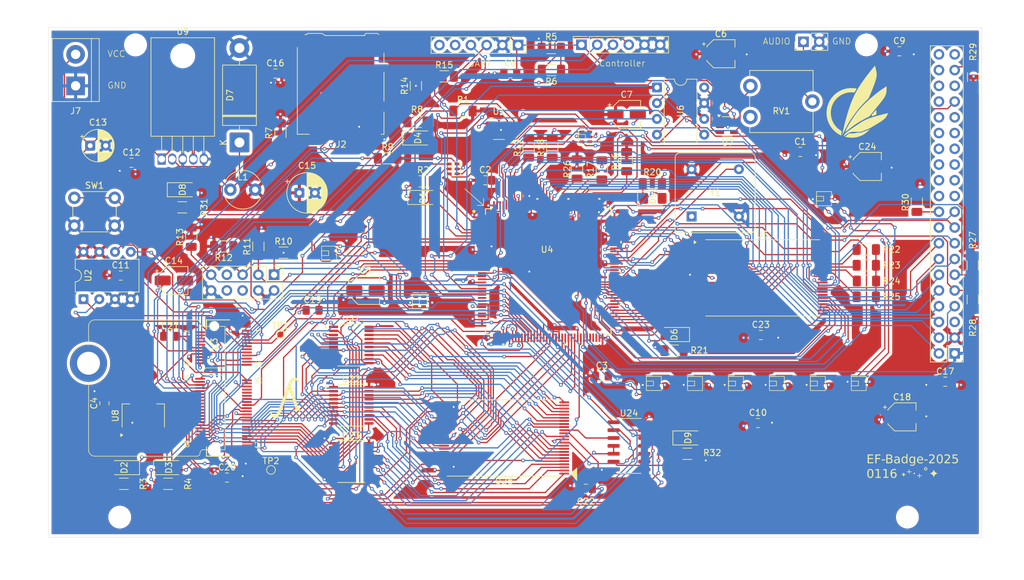
<source format=kicad_pcb>
(kicad_pcb (version 20241229) (generator "pcbnew") (generator_version "9.0")
  (layers (0 "F.Cu" signal) (4 "In1.Cu" signal) (6 "In2.Cu" signal) (2 "B.Cu" signal) (13 "F.Paste" user) (15 "B.Paste" user) (5 "F.SilkS" user "F.Silkscreen") (7 "B.SilkS" user "B.Silkscreen") (1 "F.Mask" user) (3 "B.Mask" user) (25 "Edge.Cuts" user))
  (net 0 "")
  (net 1 "GND")
  (net 2 "+3V3")
  (net 3 "+1V8")
  (net 4 "VCC")
  (net 5 "gpio")
  (net 6 "Net-(D1-K)")
  (net 7 "Net-(D2-A)")
  (net 8 "PA7")
  (net 9 "Net-(D3-K)")
  (net 10 "PA6")
  (net 11 "PA0")
  (net 12 "Net-(D4-A)")
  (net 13 "Net-(D5-A)")
  (net 14 "Net-(D5-K)")
  (net 15 "Net-(D6-A)")
  (net 16 "Net-(D6-K)")
  (net 17 "Net-(D7-K)")
  (net 18 "Net-(D8-K)")
  (net 19 "Net-(D9-K)")
  (net 20 "Net-(D9-A)")
  (net 21 "NES_LATCH")
  (net 22 "NES_CLK")
  (net 23 "Net-(J1-Pin_4)")
  (net 24 "SDO")
  (net 25 "SCLK")
  (net 27 "SDI")
  (net 30 "Net-(J3-Pin_3)")
  (net 32 "Net-(J3-Pin_5)")
  (net 33 "Net-(J3-Pin_9)")
  (net 35 "Net-(J3-Pin_1)")
  (net 37 "Net-(J4-Pin_3)")
  (net 38 "TXD")
  (net 42 "DISP_D10")
  (net 45 "Net-(J5-Pin_37)")
  (net 46 "DISP_D7")
  (net 52 "DISP_D{slash}~{C}")
  (net 53 "DISP_D9")
  (net 54 "DISP_D6")
  (net 55 "DISP_D1")
  (net 58 "~{DISP_CS}")
  (net 61 "DISP_D4")
  (net 63 "DISP_D5")
  (net 64 "Net-(J5-Pin_20)")
  (net 65 "DISP_D3")
  (net 66 "DISP_D11")
  (net 68 "DISP_D0")
  (net 72 "~{DISP_RESET}")
  (net 73 "~{DISP_RD}")
  (net 75 "~{DISP_WR}")
  (net 76 "DISP_D8")
  (net 77 "DISP_D2")
  (net 78 "Net-(J6-Pin_1)")
  (net 79 "Net-(U1-~{MR})")
  (net 80 "NES_DATA")
  (net 81 "RXD")
  (net 82 "Net-(U4B-IO_8_OE)")
  (net 83 "Net-(U4B-IO_8_CONFIG_SEL)")
  (net 84 "Net-(R18-Pad1)")
  (net 85 "Net-(R19-Pad1)")
  (net 86 "Net-(U5-IO15)")
  (net 87 "Net-(U5-IO14)")
  (net 88 "Net-(U5-IO13)")
  (net 89 "Net-(U5-IO12)")
  (net 90 "Net-(U4A-IO_8_~{CONFIG})")
  (net 92 "Net-(U7--)")
  (net 93 "xclk")
  (net 94 "M1")
  (net 95 "~{RST}")
  (net 97 "Net-(U2-SCK)")
  (net 98 "Net-(U2-~{CS})")
  (net 99 "Net-(U2-SO(D1))")
  (net 100 "Net-(U2-SI(D0))")
  (net 104 "AD1")
  (net 105 "PA5")
  (net 107 "AD12")
  (net 109 "AD6")
  (net 110 "AD7")
  (net 111 "~{CPU_RST}")
  (net 112 "~{OE}")
  (net 113 "BDIR")
  (net 114 "LE_LO")
  (net 119 "AD11")
  (net 120 "AD9")
  (net 121 "AD2")
  (net 122 "AD5")
  (net 123 "AD14")
  (net 125 "AD15")
  (net 128 "AD8")
  (net 129 "AD0")
  (net 130 "~{CARAVEL_RST}")
  (net 131 "~{WE_LO}")
  (net 132 "AD3")
  (net 134 "CPU_INTERRUPT")
  (net 135 "LE_HI")
  (net 136 "~{WE_HI}")
  (net 137 "AD13")
  (net 138 "AD4")
  (net 140 "AD10")
  (net 141 "LED_CKI")
  (net 142 "~{LDAC}")
  (net 143 "~{VRAM_OE}")
  (net 146 "VRAM_A4")
  (net 149 "VRAM_A9")
  (net 150 "VRAM_A2")
  (net 151 "VRAM_A13")
  (net 152 "VRAM_A7")
  (net 153 "VRAM_A12")
  (net 154 "VRAM_A14")
  (net 155 "VRAM_A8")
  (net 156 "VRAM_A0")
  (net 157 "VRAM_A19")
  (net 158 "VRAM_A10")
  (net 159 "VRAM_A17")
  (net 160 "VRAM_A11")
  (net 161 "VRAM_A3")
  (net 162 "Net-(U4B-IO_6_CLK2p)")
  (net 169 "VRAM_A18")
  (net 171 "DAC_SDI")
  (net 172 "~{DAC_CS}")
  (net 174 "VRAM_A1")
  (net 175 "~{VRAM_WE}")
  (net 177 "VRAM_A5")
  (net 178 "VRAM_A16")
  (net 179 "DAC_SCK")
  (net 180 "LED_SDI")
  (net 181 "VRAM_A6")
  (net 182 "VRAM_A15")
  (net 185 "~{VRAM_CS}")
  (net 189 "Net-(U6-Vout)")
  (net 190 "Net-(U10-SDO)")
  (net 191 "Net-(U10-CKO)")
  (net 192 "Net-(U11-CKO)")
  (net 193 "Net-(U11-SDO)")
  (net 194 "Net-(U12-SDO)")
  (net 195 "Net-(U12-CKO)")
  (net 196 "Net-(U13-SDO)")
  (net 197 "Net-(U13-CKO)")
  (net 198 "Net-(U14-CKO)")
  (net 199 "Net-(U14-SDO)")
  (net 200 "Net-(U15-SDO)")
  (net 201 "Net-(U15-CKO)")
  (net 202 "Net-(U16-SDO)")
  (net 203 "Net-(U16-CKO)")
  (net 204 "Net-(U17-SDO)")
  (net 205 "Net-(U17-CKO)")
  (net 206 "Net-(U18-SDO)")
  (net 207 "Net-(U18-CKO)")
  (net 208 "Net-(U19-SDO)")
  (net 209 "Net-(U19-CKO)")
  (net 212 "A7")
  (net 213 "A1")
  (net 214 "A0")
  (net 215 "A4")
  (net 216 "A5")
  (net 217 "A6")
  (net 218 "A2")
  (net 219 "A3")
  (net 220 "A9")
  (net 221 "A8")
  (net 222 "A13")
  (net 223 "A12")
  (net 224 "A11")
  (net 225 "A10")
  (net 226 "A15")
  (net 227 "A14")
  (net 228 "A21")
  (net 229 "A19")
  (net 230 "A18")
  (net 231 "A17")
  (net 232 "A22")
  (net 233 "A20")
  (net 234 "A23")
  (net 235 "A16")
  (net 236 "~{RAM_LB}")
  (net 237 "~{RAM_WE}")
  (net 238 "~{RAM_UB}")
  (footprint "Resistor_SMD:R_1206_3216Metric_Pad1.30x1.75mm_HandSolder" (layer "F.Cu") (at 134.8 74.4 180)
    (property "Reference" "R8")
    (property "Value" "4.7K")
  )
  (footprint "Capacitor_SMD:C_0805_2012Metric_Pad1.18x1.45mm_HandSolder" (layer "F.Cu") (at 145.796 83.82)
    (property "Reference" "C2")
    (property "Value" "1µF")
  )
  (footprint "Package_TO_SOT_SMD:SOT-23-5" (layer "F.Cu") (at 184.7905 75.118)
    (property "Reference" "U7")
    (property "Value" "MCP6001-OT")
  )
  (footprint "Capacitor_SMD:CP_Elec_4x3" (layer "F.Cu") (at 168.6 73.2)
    (property "Reference" "C7")
    (property "Value" "100µF")
  )
  (footprint "Package_SO:TSOP-I-48_18.4x12mm_P0.5mm" (layer "F.Cu") (at 190.5355 99.568)
    (property "Reference" "U5")
    (property "Value" "IS61WV102416FBLL")
  )
  (footprint "TerminalBlock:TerminalBlock_bornier-2_P5.08mm" (layer "F.Cu") (at 79.756 68.58 90)
    (property "Reference" "J7")
    (property "Value" "Screw_Terminal_01x02")
  )
  (footprint "Resistor_SMD:R_1206_3216Metric_Pad1.30x1.75mm_HandSolder" (layer "F.Cu") (at 130.048 80.264)
    (property "Reference" "R9")
    (property "Value" "4.7K")
  )
  (footprint "Capacitor_SMD:C_0805_2012Metric_Pad1.18x1.45mm_HandSolder" (layer "F.Cu") (at 117.9625 104.8)
    (property "Reference" "C19")
    (property "Value" "1µF")
  )
  (footprint "Capacitor_SMD:C_0805_2012Metric_Pad1.18x1.45mm_HandSolder" (layer "F.Cu") (at 87.0375 99.2)
    (property "Reference" "C11")
    (property "Value" "1µF")
  )
  (footprint "Capacitor_THT:CP_Radial_D5.0mm_P2.50mm" (layer "F.Cu") (at 82.106888 78.232)
    (property "Reference" "C13")
    (property "Value" "100µF")
  )
  (footprint "TestPoint:TestPoint_Pad_D1.0mm" (layer "F.Cu") (at 112.776 108.712)
    (property "Reference" "TP1")
    (property "Value" "TestPoint")
  )
  (footprint "Resistor_SMD:R_1206_3216Metric_Pad1.30x1.75mm_HandSolder" (layer "F.Cu") (at 207.238 94.996)
    (property "Reference" "R22")
    (property "Value" "10K")
  )
  (footprint "Resistor_SMD:R_1206_3216Metric_Pad1.30x1.75mm_HandSolder" (layer "F.Cu") (at 156.438 62.484)
    (property "Reference" "R5")
    (property "Value" "1K")
  )
  (footprint "Package_SO:TSSOP-20_4.4x6.5mm_P0.65mm" (layer "F.Cu") (at 124.2 120.13)
    (property "Reference" "U22")
    (property "Value" "74ALVC573")
  )
  (footprint "Oscillator:Oscillator_DIP-8" (layer "F.Cu") (at 179.07 89.662)
    (property "Reference" "Y1")
    (property "Value" "50MHz")
  )
  (footprint "Connector_PinHeader_2.54mm:PinHeader_2x20_P2.54mm_Vertical" (layer "F.Cu") (at 221.488 111.76 180)
    (property "Reference" "J5" (hide yes))
    (property "Value" "To_Display" (hide yes))
  )
  (footprint "Resistor_SMD:R_1206_3216Metric_Pad1.30x1.75mm_HandSolder" (layer "F.Cu") (at 207.264 100.076)
    (property "Reference" "R24")
    (property "Value" "10K")
  )
  (footprint "Button_Switch_THT:SW_PUSH_6mm" (layer "F.Cu") (at 79.554 86.65)
    (property "Reference" "SW1")
    (property "Value" "SW_Push")
  )
  (footprint "LED_SMD:LED_1206_3216Metric_Pad1.42x1.75mm_HandSolder" (layer "F.Cu") (at 134.95 77)
    (property "Reference" "D4")
    (property "Value" "LED")
  )
  (footprint "Resistor_SMD:R_1206_3216Metric_Pad1.30x1.75mm_HandSolder" (layer "F.Cu") (at 172.746 84.328)
    (property "Reference" "R20")
    (property "Value" "1K")
  )
  (footprint "LED_SMD:LED_1206_3216Metric_Pad1.42x1.75mm_HandSolder" (layer "F.Cu") (at 135.7625 86.6)
    (property "Reference" "D1")
    (property "Value" "LED")
  )
  (footprint "TholinsStuff:SK9822-EC20" (layer "F.Cu") (at 180.1938 110.7706)
    (property "Reference" "U11" (hide yes))
    (property "Value" "SK9822" (hide yes))
  )
  (footprint "Capacitor_SMD:C_0805_2012Metric_Pad1.18x1.45mm_HandSolder" (layer "F.Cu") (at 196.596 79.248)
    (property "Reference" "C1")
    (property "Value" "1µF")
  )
  (footprint "MicroMod:M.2-CONNECTOR-E" (layer "F.Cu") (at 102.0995 117.3477 90)
    (property "Reference" "U3")
    (property "Value" "B2-CI2406" (hide yes))
  )
  (footprint "Resistor_SMD:R_1206_3216Metric_Pad1.30x1.75mm_HandSolder" (layer "F.Cu") (at 103.632 94.488 180)
    (property "Reference" "R12")
    (property "Value" "10K")
  )
  (footprint "Resistor_SMD:R_1206_3216Metric_Pad1.30x1.75mm_HandSolder" (layer "F.Cu") (at 109.22 94.488 90)
    (property "Reference" "R11")
    (property "Value" "10K")
  )
  (footprint "Resistor_SMD:R_1206_3216Metric_Pad1.30x1.75mm_HandSolder" (layer "F.Cu") (at 160.6 82 -90)
    (property "Reference" "R26")
    (property "Value" "10K")
  )
  (footprint "TholinsStuff:SK9822-EC20" (layer "F.Cu") (at 199.9938 110.7706)
    (property "Reference" "U14" (hide yes))
    (property "Value" "SK9822" (hide yes))
  )
  (footprint "Package_TO_SOT_SMD:SOT-23-5_HandSoldering" (layer "F.Cu") (at 148.002 75.626)
    (property "Reference" "U1")
    (property "Value" "MCP1319MT-29LE-OT")
  )
  (footprint "Capacitor_SMD:C_0805_2012Metric_Pad1.18x1.45mm_HandSolder" (layer "F.Cu") (at 104.1625 131.8)
    (property "Reference" "C20")
    (property "Value" "1µF")
  )
  (footprint "Resistor_SMD:R_1206_3216Metric_Pad1.30x1.75mm_HandSolder" (layer "F.Cu") (at 207.238 97.536)
    (property "Reference" "R23")
    (property "Value" "10K")
  )
  (footprint "own:icon" (layer "F.Cu") (at 205.74 71.12)
    (property "Reference" "G***" (hide yes))
    (property "Value" "LOGO" (hide yes))
  )
  (footprint "Resistor_SMD:R_1206_3216Metric_Pad1.30x1.75mm_HandSolder" (layer "F.Cu") (at 112.776 76.2 90)
    (property "Reference" "R7")
    (property "Value" "20K")
  )
  (footprint "Resistor_SMD:R_1206_3216Metric_Pad1.30x1.75mm_HandSolder" (layer "F.Cu") (at 224.411028 103.054442 -90)
    (property "Reference" "R28")
    (property "Value" "10K")
  )
  (footprint "LED_SMD:LED_1206_3216Metric_Pad1.42x1.75mm_HandSolder" (layer "F.Cu") (at 96.9915 85.344)
    (property "Reference" "D8")
    (property "Value" "LED")
  )
  (footprint "Package_TO_SOT_SMD:SOT-223-3_TabPin2" (layer "F.Cu") (at 90.664 121.818 90)
    (property "Reference" "U8")
    (property "Value" "AMS1117-1.8")
  )
  (footprint "Potentiometer_THT:Potentiometer_ACP_CA9-V10_Vertical" (layer "F.Cu") (at 188.548 73.615)
    (property "Reference" "RV1")
    (property "Value" "1K")
  )
  (footprint "Connector_PinHeader_2.54mm:PinHeader_2x05_P2.54mm_Vertical" (layer "F.Cu") (at 111.76 99.06 -90)
    (property "Reference" "J3" (hide yes))
    (property "Value" "JTAG" (hide yes))
  )
  (footprint "Resistor_SMD:R_1206_3216Metric_Pad1.30x1.75mm_HandSolder" (layer "F.Cu") (at 139.192 67.056)
    (property "Reference" "R15")
    (property "Value" "1K")
  )
  (footprint "Resistor_SMD:R_1206_3216Metric_Pad1.30x1.75mm_HandSolder" (layer "F.Cu") (at 224.457893 67.172314 90)
    (property "Reference" "R29")
    (property "Value" "10K")
  )
  (footprint "Resistor_SMD:R_1206_3216Metric_Pad1.30x1.75mm_HandSolder" (layer "F.Cu") (at 113.284 95.504)
    (property "Reference" "R10")
    (property "Value" "10K")
  )
  (footprint "TholinsStuff:SK9822-EC20" (layer "F.Cu") (at 121.1938 89.7454)
    (property "Reference" "U19" (hide yes))
    (property "Value" "SK9822" (hide yes))
  )
  (footprint "Capacitor_SMD:C_0805_2012Metric_Pad1.18x1.45mm_HandSolder" (layer "F.Cu") (at 84.4 119.8 90)
    (property "Reference" "C4")
    (property "Value" "1µF")
  )
  (footprint "TestPoint:TestPoint_Pad_D1.0mm" (layer "F.Cu") (at 111.252 130.556)
    (property "Reference" "TP2")
    (property "Value" "TestPoint")
  )
  (footprint "Resistor_SMD:R_1206_3216Metric_Pad1.30x1.75mm_HandSolder" (layer "F.Cu") (at 178.3702 127.9564)
    (property "Reference" "R32")
    (property "Value" "1K")
  )
  (footprint "Resistor_SMD:R_1206_3216Metric_Pad1.30x1.75mm_HandSolder" (layer "F.Cu") (at 134.62 68.58 90)
    (property "Reference" "R14")
    (property "Value" "1K")
  )
  (footprint "TholinsStuff:SK9822-EC20" (layer "F.Cu") (at 186.7938 110.7706)
    (property "Reference" "U12" (hide yes))
    (property "Value" "SK9822" (hide yes))
  )
  (footprint "LED_SMD:LED_1206_3216Metric_Pad1.42x1.75mm_HandSolder" (layer "F.Cu") (at 87.6 130.2 180)
    (property "Reference" "D2")
    (property "Value" "LED")
  )
  (footprint "Resistor_SMD:R_1206_3216Metric_Pad1.30x1.75mm_HandSolder" (layer "F.Cu") (at 168.6 80.8 90)
    (property "Reference" "R16")
    (property "Value" "10K")
  )
  (footprint "Inductor_THT:L_Radial_D6.0mm_P4.00mm" (layer "F.Cu") (at 104.712 85.344)
    (property "Reference" "L1")
    (property "Value" "100µH")
  )
  (footprint "TholinsStuff:SK9822-EC20" (layer "F.Cu") (at 135.8138 97.5614)
    (property "Reference" "U20" (hide yes))
    (property "Value" "SK9822" (hide yes))
  )
  (footprint "Resistor_SMD:R_1206_3216Metric_Pad1.30x1.75mm_HandSolder" (layer "F.Cu") (at 176.2385 111.312 180)
    (property "Reference" "R21")
    (property "Value" "1K")
  )
  (footprint "LED_SMD:LED_1206_3216Metric_Pad1.42x1.75mm_HandSolder" (layer "F.Cu") (at 176.276 108.712 180)
    (property "Reference" "D6")
    (property "Value" "LED")
  )
  (footprint "Package_DIP:DIP-8_W7.62mm" (layer "F.Cu") (at 81.026 103.005 90)
    (property "Reference" "U2")
    (property "Value" "W25Q32FVSS")
  )
  (footprint "Capacitor_SMD:C_0805_2012Metric_Pad1.18x1.45mm_HandSolder" (layer "F.Cu") (at 149.8385 66.548)
    (property "Reference" "C8")
    (property "Value" "1µF")
  )
  (footprint "Package_SO:TSOP-I-48_18.4x12mm_P0.5mm" (layer "F.Cu") (at 148.844 125.4 180)
    (property "Reference" "U25")
    (property "Value" "AS6C6416")
  )
  (footprint "MicroMod:MicroMod-Standoff" (layer "F.Cu") (at 81.833578 113.349137)
    (property "Reference" "H1" (hide yes))
    (property "Value" "MICROMOD-Standoff" (hide yes))
  )
  (footprint "LED_SMD:LED_1206_3216Metric_Pad1.42x1.75mm_HandSolder" (layer "F.Cu") (at 172.8335 86.738)
    (property "Reference" "D5")
    (property "Value" "LED")
  )
  (footprint "Capacitor_SMD:C_0805_2012Metric_Pad1.18x1.45mm_HandSolder" (layer "F.Cu") (at 189.7625 123)
    (property "Reference" "C10")
    (property "Value" "1µF")
  )
  (footprint "Resistor_SMD:R_1206_3216Metric_Pad1.30x1.75mm_HandSolder" (layer "F.Cu") (at 207.238 102.616)
    (property "Reference" "R25")
    (property "Value" "10K")
  )
  (footprint "TholinsStuff:SK9822-EC20" (layer "F.Cu") (at 206.5938 110.7706)
    (property "Reference" "U15" (hide yes))
    (property "Value" "SK9822" (hide yes))
  )
  (footprint "Capacitor_SMD:C_0805_2012Metric_Pad1.18x1.45mm_HandSolder" (layer "F.Cu") (at 88.7625 81)
    (property "Reference" "C12")
    (property "Value" "1µF")
  )
  (footprint "Capacitor_SMD:C_0805_2012Metric_Pad1.18x1.45mm_HandSolder" (layer "F.Cu") (at 162.0305 133.604)
    (property "Reference" "C22")
    (property "Value" "1µF")
  )
  (footprint "TholinsStuff:TO-220-5_Horizontal_TabDown_Fixed" (layer "F.Cu") (at 93.628 80.4)
    (property "Reference" "U9")
    (property "Value" "LM2576T-3.3")
  )
  (footprint "Package_SO:SOIC-14_3.9x8.7mm_P1.27mm" (layer "F.Cu") (at 168.9715 126.682)
    (property "Reference" "U24")
    (property "Value" "74ALVC08")
  )
  (footprint "Package_DIP:DIP-8_W7.62mm" (layer "F.Cu") (at 173.487 68.834)
    (property "Reference" "U6")
    (property "Value" "MCP4921")
  )
  (footprint "Resistor_SMD:R_1206_3216Metric_Pad1.30x1.75mm_HandSolder" (layer "F.Cu") (at 156.6 78.6 90)
    (property "Reference" "R18")
    (property "Value" "10K")
  )
  (footprint "" (layer "F.Cu") (at 86.868 138.176)
    (property "Reference" "")
    (property "Value" "")
  )
  (footprint "Capacitor_SMD:C_0805_2012Metric_Pad1.18x1.45mm_HandSolder" (layer "F.Cu") (at 95 109)
    (property "Reference" "C21")
    (property "Value" "1µF")
  )
  (footprint "" (layer "F.Cu") (at 213.868 138.176)
    (property "Reference" "")
    (property "Value" "")
  )
  (footprint "Capacitor_THT:CP_Radial_D6.3mm_P2.50mm" (layer "F.Cu") (at 115.824 85.852)
    (property "Reference" "C15")
    (property "Value" "1000µF")
  )
  (footprint "Capacitor_SMD:C_0805_2012Metric_Pad1.18x1.45mm_HandSolder" (layer "F.Cu") (at 212.5625 63)
    (property "Reference" "C9")
    (property "Value" "1µF")
  )
  (footprint "Capacitor_SMD:CP_Elec_4x3" (layer "F.Cu") (at 126.492 101.6)
    (property "Reference" "C5")
    (property "Value" "100µF")
  )
  (footprint "UL_FPGA:EQFP144_A-1.65-D2-4.0_INT" (layer "F.Cu") (at 155.959548 98.552)
    (property "Reference" "U4")
    (property "Value" "10M02SCE144C8G")
  )
  (footprint "Connector_Card:microSD_HC_Hirose_DM3AT-SF-PEJM5" (layer "F.Cu") (at 122.495 68.505 180)
    (property "Reference" "J2")
    (property "Value" "Micro_SD_Card")
  )
  (footprint "Package_SO:TSSOP-20_4.4x6.5mm_P0.65mm" (layer "F.Cu") (at 124.2 129.196)
    (property "Reference" "U23")
    (property "Value" "74ALVC573")
  )
  (footprint "TholinsStuff:AvalonSemiLogo" (layer "F.Cu") (at 113.792 118.872)
    (property "Reference" "G***" (hide yes))
    (property "Value" "LOGO" (hide yes))
  )
  (footprint "Resistor_SMD:R_1206_3216Metric_Pad1.30x1.75mm_HandSolder" (layer "F.Cu") (at 156.464 66.04 180)
    (property "Reference" "R6")
    (property "Value" "1K")
  )
  (footprint "Resistor_SMD:R_1206_3216Metric_Pad1.30x1.75mm_HandSolder" (layer "F.Cu") (at 98.4 93 90)
    (property "Reference" "R13")
    (property "Value" "10K")
  )
  (footprint "LED_SMD:LED_1206_3216Metric_Pad1.42x1.75mm_HandSolder" (layer "F.Cu") (at 178.5125 125.4)
    (property "Reference" "D9")
    (property "Value" "LED")
  )
  (footprint "Capacitor_SMD:CP_Elec_4x3" (layer "F.Cu") (at 95.6 100)
    (property "Reference" "C14")
    (property "Value" "100µF")
  )
  (footprint "Resistor_SMD:R_1206_3216Metric_Pad1.30x1.75mm_HandSolder" (layer "F.Cu") (at 96.9465 88.186)
    (property "Reference" "R31")
    (property "Value" "1K")
  )
  (footprint "" (layer "F.Cu") (at 89.408 61.976)
    (property "Reference" "")
    (property "Value" "")
  )
  (footprint "Capacitor_SMD:CP_Elec_4x3" (layer "F.Cu") (at 213 122)
    (property "Reference" "C18")
    (property "Value" "100µF")
  )
  (footprint "Capacitor_SMD:CP_Elec_4x3" (layer "F.Cu") (at 207.4 81.6)
    (property "Reference" "C24")
    (property "Value" "100µF")
  )
  (footprint "Capacitor_SMD:C_0805_2012Metric_Pad1.18x1.45mm_HandSolder" (layer "F.Cu") (at 190.2375 108.8)
    (property "Reference" "C23")
    (property "Value" "1µF")
  )
  (footprint "Resistor_SMD:R_1206_3216Metric_Pad1.30x1.75mm_HandSolder" (layer "F.Cu") (at 142.214 72.644)
    (property "Reference" "R1")
    (property "Value" "10K")
  )
  (footprint "Capacitor_SMD:C_0805_2012Metric_Pad1.18x1.45mm_HandSolder" (layer "F.Cu") (at 219.964 116.332)
    (property "Reference" "C17")
    (property "Value" "1µF")
  )
  (footprint "Resistor_SMD:R_1206_3216Metric_Pad1.30x1.75mm_HandSolder" (layer "F.Cu") (at 152.8 78.6 90)
    (property "Reference" "R19")
    (property "Value" "10K")
  )
  (footprint "Resistor_SMD:R_1206_3216Metric_Pad1.30x1.75mm_HandSolder" (layer "F.Cu") (at 215.392 87.376 90)
    (property "Reference" "R30")
    (property "Value" "10K")
  )
  (footprint "Connector_PinSocket_2.54mm:PinSocket_1x06_P2.54mm_Vertical" (layer "F.Cu") (at 161.315 61.951 90)
    (property "Reference" "J1" (hide yes))
    (property "Value" "NES Controller" (hide yes))
  )
  (footprint "TholinsStuff:SK9822-EC20" (layer "F.Cu") (at 200.9938 80.9454)
    (property "Reference" "U16" (hide yes))
    (property "Value" "SK9822" (hide yes))
  )
  (footprint "Capacitor_SMD:C_0805_2012Metric_Pad1.18x1.45mm_HandSolder" (layer "F.Cu") (at 164.6 115.4)
    (property "Reference" "C3")
    (property "Value" "1µF")
  )
  (footprint "LED_SMD:LED_1206_3216Metric_Pad1.42x1.75mm_HandSolder" (layer "F.Cu") (at 94.7875 130.2)
    (property "Reference" "D3")
    (property "Value" "LED")
  )
  (footprint "" (layer "F.Cu") (at 207.264 61.976)
    (property "Reference" "")
    (property "Value" "")
  )
  (footprint "TholinsStuff:SK9822-EC20" (layer "F.Cu") (at 193.3938 110.7706)
    (property "Reference" "U13" (hide yes))
    (property "Value" "SK9822" (hide yes))
  )
  (footprint "Connector_PinHeader_2.54mm:PinHeader_1x02_P2.54mm_Vertical" (layer "F.Cu") (at 197.104 61.468 90)
    (property "Reference" "J6" (hide yes))
    (property "Value" "Conn_01x02" (hide yes))
  )
  (footprint "Package_SO:TSSOP-20_4.4x6.5mm_P0.65mm" (layer "F.Cu") (at 124.2 110.4)
    (property "Reference" "U21")
    (property "Value" "74ALVC573")
  )
  (footprint "Diode_THT:D_DO-201AD_P15.24mm_Horizontal" (layer "F.Cu") (at 106.172 77.724 90)
    (property "Reference" "D7")
    (property "Value" "1N5822")
  )
  (footprint "Resistor_SMD:R_1206_3216Metric_Pad1.30x1.75mm_HandSolder" (layer "F.Cu") (at 87.5375 132.8)
    (property "Reference" "R3")
    (property "Value" "1K")
  )
  (footprint "Resistor_SMD:R_1206_3216Metric_Pad1.30x1.75mm_HandSolder" (layer "F.Cu") (at 135.8 84)
    (property "Reference" "R2")
    (property "Value" "1K")
  )
  (footprint "Resistor_SMD:R_1206_3216Metric_Pad1.30x1.75mm_HandSolder" (layer "F.Cu") (at 94.675 132.8)
    (property "Reference" "R4")
    (property "Value" "1K")
  )
  (footprint "Resistor_SMD:R_1206_3216Metric_Pad1.30x1.75mm_HandSolder" (layer "F.Cu") (at 164.6 82.15 90)
    (property "Reference" "R17")
    (property "Value" "10K")
  )
  (footprint "TholinsStuff:SK9822-EC20" (layer "F.Cu") (at 141.1938 76.1454)
    (property "Reference" "U18" (hide yes))
    (property "Value" "SK9822" (hide yes))
  )
  (footprint "Capacitor_SMD:C_0805_2012Metric_Pad1.18x1.45mm_HandSolder" (layer "F.Cu") (at 111.9625 66.6)
    (property "Reference" "C16")
    (property "Value" "1µF")
  )
  (footprint "Capacitor_SMD:CP_Elec_4x3" (layer "F.Cu") (at 183.8 63.4)
    (property "Reference" "C6")
    (property "Value" "100µF")
  )
  (footprint "TholinsStuff:SK9822-EC20" (layer "F.Cu") (at 162.5938 70.9706)
    (property "Reference" "U17" (hide yes))
    (property "Value" "SK9822" (hide yes))
  )
  (footprint "TholinsStuff:SK9822-EC20" (layer "F.Cu") (at 173.5492 110.758)
    (property "Reference" "U10" (hide yes))
    (property "Value" "SK9822" (hide yes))
  )
  (footprint "Resistor_SMD:R_1206_3216Metric_Pad1.30x1.75mm_HandSolder" (layer "F.Cu") (at 224.395407 97.555713 90)
    (property "Reference" "R27")
    (property "Value" "10K")
  )
  (footprint "Connector_PinSocket_2.54mm:PinSocket_1x06_P2.54mm_Vertical" (layer "F.Cu") (at 151.105 62.001 -90)
    (property "Reference" "J4" (hide yes))
    (property "Value" "Conn_01x06" (hide yes))
  )
  (gr_line (start 142.501548 85.199023) (end 145.530087 87.887548) (stroke (width 0.1)) (layer "F.SilkS"))
  (gr_line (start 145.530087 87.887548) (end 144.533548 87.887548) (stroke (width 0.1)) (layer "F.SilkS"))
  (gr_line (start 145.530087 86.723023) (end 145.530087 87.887548) (stroke (width 0.1)) (layer "F.SilkS"))
  (gr_poly (pts (xy 159.579 131.15) (xy 160.5635 130.238) (xy 160.5635 132.27)) (stroke (width 0.1)) (fill yes) (layer "F.SilkS"))
  (gr_rect (start 75.368 59.168) (end 225.868 141.426) (stroke (width 0.05)) (fill no) (layer "Edge.Cuts"))
  (gr_text "EF-Badge-2025\n0116 ˖⁺‧₊˚✦" (at 207.264 132.08 0) (layer "F.SilkS") (effects (font (size 1.4 1.4) (thickness 0.1)) (justify left bottom)))
  (gr_text "GND" (at 84.836 69.088 0) (layer "F.SilkS") (effects (font (size 1 1) (thickness 0.1)) (justify left bottom)))
  (gr_text "Controller" (at 164.084 65.532 0) (layer "F.SilkS") (effects (font (size 1 1) (thickness 0.1)) (justify left bottom)))
  (gr_text "VCC" (at 84.836 64.008 0) (layer "F.SilkS") (effects (font (size 1 1) (thickness 0.1)) (justify left bottom)))
  (gr_text "GND" (at 201.676 61.976 0) (layer "F.SilkS") (effects (font (size 1 1) (thickness 0.1)) (justify left bottom)))
  (gr_text "AUDIO" (at 190.5 61.976 0) (layer "F.SilkS") (effects (font (size 1 1) (thickness 0.1)) (justify left bottom)))
  (gr_text "UART" (at 142.977 65.557 0) (layer "F.SilkS") (effects (font (size 1 1) (thickness 0.1)) (justify left bottom)))
  (segment (start 208.788 102.616) (end 208.788 103.632) (width 0.2) (layer "F.Cu") (net 1))
  (segment (start 157.209548 109.223548) (end 157.209548 110.473548) (width 0.2) (layer "F.Cu") (net 1))
  (segment (start 208.814 100.558) (end 208.788 100.584) (width 0.2) (layer "F.Cu") (net 1))
  (segment (start 110.925 67.745) (end 111.252 68.072) (width 0.2) (layer "F.Cu") (net 1))
  (segment (start 213.6 63) (end 214.384 63) (width 0.2) (layer "F.Cu") (net 1))
  (segment (start 146.652 75.626) (end 148.27 75.626) (width 0.2) (layer "F.Cu") (net 1))
  (segment (start 170.4 73.948) (end 169.672 74.676) (width 0.2) (layer "F.Cu") (net 1))
  (segment (start 165.462001 91.802001) (end 165.1 91.44) (width 0.2) (layer "F.Cu") (net 1))
  (segment (start 139.1565 120.65) (end 140.462 120.65) (width 0.2) (layer "F.Cu") (net 1))
  (segment (start 128.292 101.6) (end 129.54 102.848) (width 0.2) (layer "F.Cu") (net 1))
  (segment (start 97.4 100) (end 97.4 100.72) (width 0.2) (layer "F.Cu") (net 1))
  (segment (start 191.275 108.8) (end 192.62 108.8) (width 0.2) (layer "F.Cu") (net 1))
  (segment (start 119.324 94.128) (end 119.888 93.564) (width 0.2) (layer "F.Cu") (net 1))
  (segment (start 214.384 63) (end 214.884 63.5) (width 0.2) (layer "F.Cu") (net 1))
  (segment (start 174.296 83.26) (end 174.752 82.804) (width 0.2) (layer "F.Cu") (net 1))
  (segment (start 96.225 132.8) (end 97.832 132.8) (width 0.2) (layer "F.Cu") (net 1))
  (segment (start 191.96 123) (end 192.024 122.936) (width 0.2) (layer "F.Cu") (net 1))
  (segment (start 179 116.6126) (end 178.0274 116.6126) (width 0.2) (layer "F.Cu") (net 1))
  (segment (start 121.3375 113.325) (end 121.3375 114.2255) (width 0.2) (layer "F.Cu") (net 1))
  (segment (start 154.888 61.416) (end 154.432 60.96) (width 0.2) (layer "F.Cu") (net 1))
  (segment (start 128.37 76.23) (end 128.554 76.23) (width 0.2) (layer "F.Cu") (net 1))
  (segment (start 101.1717 112.3477) (end 99.8245 112.3477) (width 0.2) (layer "F.Cu") (net 1))
  (segment (start 198.886 99.318) (end 198.628 99.06) (width 0.2) (layer "F.Cu") (net 1))
  (segment (start 106.251471 117.0977) (end 105.553485 116.399714) (width 0.2) (layer "F.Cu") (net 1))
  (segment (start 166.631096 95.802) (end 165.31 95.802) (width 0.2) (layer "F.Cu") (net 1))
  (segment (start 119.324 95.099518) (end 119.324 94.128) (width 0.2) (layer "F.Cu") (net 1))
  (segment (start 171.436 116.6) (end 171.196 116.84) (width 0.2) (layer "F.Cu") (net 1))
  (segment (start 187.86 63.4) (end 187.96 63.5) (width 0.2) (layer "F.Cu") (net 1))
  (segment (start 119 104.8) (end 119 103.92) (width 0.2) (layer "F.Cu") (net 1))
  (segment (start 165.6375 115.4) (end 166.708 115.4) (width 0.2) (layer "F.Cu") (net 1))
  (segment (start 161.709549 109.223548) (end 161.709549 110.578451) (width 0.2) (layer "F.Cu") (net 1))
  (segment (start 134.62 70.13) (end 134.62 68.58) (width 0.2) (layer "F.Cu") (net 1))
  (segment (start 140.614 130.15) (end 140.716 130.048) (width 0.2) (layer "F.Cu") (net 1))
  (segment (start 209.2 81.6) (end 211.14 81.6) (width 0.2) (layer "F.Cu") (net 1))
  (segment (start 211.14 81.6) (end 211.328 81.788) (width 0.2) (layer "F.Cu") (net 1))
  (segment (start 164.569626 102.015) (end 164.534313 102.050313) (width 0.2) (layer "F.Cu") (net 1))
  (segment (start 120.683 126.271) (end 119.888 125.476) (width 0.2) (layer "F.Cu") (net 1))
  (segment (start 178.0274 116.6126) (end 177.8 116.84) (width 0.2) (layer "F.Cu") (net 1))
  (segment (start 146.498 94.802) (end 146.812 94.488) (width 0.2) (layer "F.Cu") (net 1))
  (segment (start 197.6335 79.248) (end 198.628 79.248) (width 0.2) (layer "F.Cu") (net 1))
  (segment (start 143.013002 99.301998) (end 142.24 100.075) (width 0.2) (layer "F.Cu") (net 1))
  (segment (start 114.834 95.504) (end 113.284 95.504) (width 0.2) (layer "F.Cu") (net 1))
  (segment (start 148.0065 83.82) (end 148.0185 83.808) (width 0.2) (layer "F.Cu") (net 1))
  (segment (start 96.0375 109) (end 97.756 109) (width 0.2) (layer "F.Cu") (net 1))
  (segment (start 140.462 120.65) (end 140.716 120.396) (width 0.2) (layer "F.Cu") (net 1))
  (segment (start 97.832 132.8) (end 98.044 132.588) (width 0.2) (layer "F.Cu") (net 1))
  (segment (start 152.709547 87.880452) (end 152.709547 86.558453) (width 0.2) (layer "F.Cu") (net 1))
  (segment (start 161.4 76.8126) (end 160.6326 76.8126) (width 0.2) (layer "F.Cu") (net 1))
  (segment (start 190.8 123) (end 191.96 123) (width 0.2) (layer "F.Cu") (net 1))
  (segment (start 204.4966 116.6126) (end 204.216 116.332) (width 0.2) (layer "F.Cu") (net 1))
  (segment (start 172.3554 116.6) (end 171.436 116.6) (width 0.2) (layer "F.Cu") (net 1))
  (segment (start 88.364 124.968) (end 88.364 123.472) (width 0.2) (layer "F.Cu") (net 1))
  (segment (start 148.27 75.626) (end 148.336 75.692) (width 0.2) (layer "F.Cu") (net 1))
  (segment (start 166.631096 102.302) (end 165.635943 102.302) (width 0.2) (layer "F.Cu") (net 1))
  (segment (start 166.631096 91.802001) (end 165.462001 91.802001) (width 0.2) (layer "F.Cu") (net 1))
  (segment (start 121.3375 126.271) (end 120.683 126.271) (width 0.2) (layer "F.Cu") (net 1))
  (segment (start 146.8335 83.82) (end 148.0065 83.82) (width 0.2) (layer "F.Cu") (net 1))
  (segment (start 84.4 118.7625) (end 83.7105 118.7625) (width 0.2) (layer "F.Cu") (net 1))
  (segment (start 87.725 81) (end 87.725 81.439) (width 0.2) (layer "F.Cu") (net 1))
  (segment (start 106.5995 106.9977) (end 106.5995 105.7445) (width 0.2) (layer "F.Cu") (net 1))
  (segment (start 151.209547 110.466) (end 151.209547 109.223548) (width 0.2) (layer "F.Cu") (net 1))
  (segment (start 98.6557 110.8477) (end 96.808 109) (width 0.2) (layer "F.Cu") (net 1))
  (segment (start 125.22 75.44) (end 125.476 75.184) (width 0.2) (layer "F.Cu") (net 1))
  (segment (start 137.35 84) (end 138.356 84) (width 0.2) (layer "F.Cu") (net 1))
  (segment (start 83.7105 118.7625) (end 82.804 117.856) (width 0.2) (layer "F.Cu") (net 1))
  (segment (start 180.848 99.818) (end 179.574 99.818) (width 0.2) (layer "F.Cu") (net 1))
  (segment (start 139.3626 81.9874) (end 137.35 84) (width 0.2) (layer "F.Cu") (net 1))
  (segment (start 184.846 75.118) (end 184.912 75.184) (width 0.2) (layer "F.Cu") (net 1))
  (segment (start 134.62 103.4034) (end 133.8446 103.4034) (width 0.2) (layer "F.Cu") (net 1))
  (segment (start 119 103.92) (end 119.796 103.124) (width 0.2) (layer "F.Cu") (net 1))
  (segment (start 105.2 131.8) (end 106.452 131.8) (width 0.2) (layer "F.Cu") (net 1))
  (segment (start 88.075 99.2) (end 88.075 102.434) (width 0.2) (layer "F.Cu") (net 1))
  (segment (start 166.4965 130.492) (end 164.656 130.492) (width 0.2) (layer "F.Cu") (net 1))
  (segment (start 208.788 103.632) (end 209.296 104.14) (width 0.2) (layer "F.Cu") (net 1))
  (segment (start 152.709547 86.558453) (end 152.908 86.36) (width 0.2) (layer "F.Cu") (net 1))
  (segment (start 128.554 76.23) (end 129.54 77.216) (width 0.2) (layer "F.Cu") (net 1))
  (segment (start 140 81.9874) (end 139.3626 81.9874) (width 0.2) (layer "F.Cu") (net 1))
  (segment (start 145.288 99.301998) (end 143.013002 99.301998) (width 0.2) (layer "F.Cu") (net 1))
  (segment (start 121.3375 107.475) (end 121.3375 107.2055) (width 0.2) (layer "F.Cu") (net 1))
  (segment (start 208.814 100.076) (end 208.814 100.558) (width 0.2) (layer "F.Cu") (net 1))
  (segment (start 121.3375 132.121) (end 119.929 132.121) (width 0.2) (layer "F.Cu") (net 1))
  (segment (start 106.452 131.8) (end 106.68 131.572) (width 0.2) (layer "F.Cu") (net 1))
  (segment (start 99.8245 110.8477) (end 98.6557 110.8477) (width 0.2) (layer "F.Cu") (net 1))
  (segment (start 121.3375 117.205) (end 121.3375 116.7655) (width 0.2) (layer "F.Cu") (net 1))
  (segment (start 143.925999 104.301999) (end 143.764 104.14) (width 0.2) (layer "F.Cu") (net 1))
  (segment (start 208.788 97.536) (end 208.788 100.05) (width 0.2) (layer "F.Cu") (net 1))
  (segment (start 106.5995 127.6977) (end 106.5995 128.9515) (width 0.2) (layer "F.Cu") (net 1))
  (segment (start 121.3375 114.2255) (end 121.412 114.3) (width 0.2) (layer "F.Cu") (net 1))
  (segment (start 121.3375 107.2055) (end 120.904 106.772) (width 0.2) (layer "F.Cu") (net 1))
  (segment (start 174.6885 111.312) (end 173.796 111.312) (width 0.2) (layer "F.Cu") (net 1))
  (segment (start 147.709547 87.880452) (end 147.709547 86.478453) (width 0.2) (layer "F.Cu") (net 1))
  (segment (start 159.709548 87.880452) (end 159.709548 88.8629) (width 0.2) (layer "F.Cu") (net 1))
  (segment (start 121.3375 116.7655) (end 120.904 116.332) (width 0.2) (layer "F.Cu") (net 1))
  (segment (start 159.709548 88.8629) (end 159.563643 89.008805) (width 0.2) (layer "F.Cu") (net 1))
  (segment (start 185.6 116.6126) (end 184.6314 116.6126) (width 0.2) (layer "F.Cu") (net 1))
  (segment (start 180.2804 127.9564) (end 181.356 129.032) (width 0.2) (layer "F.Cu") (net 1))
  (segment (start 154.888 62.484) (end 154.888 61.416) (width 0.2) (layer "F.Cu") (net 1))
  (segment (start 164.6 80.6) (end 164.6 81.595) (width 0.2) (layer "F.Cu") (net 1))
  (segment (start 88.075 102.434) (end 88.646 103.005) (width 0.2) (layer "F.Cu") (net 1))
  (segment (start 98.4965 88.186) (end 99.774 88.186) (width 0.2) (layer "F.Cu") (net 1))
  (segment (start 208.788 100.05) (end 208.814 100.076) (width 0.2) (layer "F.Cu") (net 1))
  (segment (start 120 95.5874) (end 119.811882 95.5874) (width 0.2) (layer "F.Cu") (net 1))
  (segment (start 217.424 116.332) (end 216.916 116.84) (width 0.2) (layer "F.Cu") (net 1))
  (segment (start 164.209549 87.880452) (end 164.209549 88.891833) (width 0.2) (layer "F.Cu") (net 1))
  (segment (start 164.6 81.595) (end 164.592 81.603) (width 0.2) (layer "F.Cu") (net 1))
  (segment (start 166.708 115.4) (end 167.132 115.824) (width 0.2) (layer "F.Cu") (net 1))
  (segment (start 191.2354 116.6126) (end 191.008 116.84) (width 0.2) (layer "F.Cu") (net 1))
  (segment (start 148.801 66.548) (end 147.32 66.548) (width 0.2) (layer "F.Cu") (net 1))
  (segment (start 205.4 116.6126) (end 204.4966 116.6126) (width 0.2) (layer "F.Cu") (net 1))
  (segment (start 145.288 94.802) (end 146.498 94.802) (width 0.2) (layer "F.Cu") (net 1))
  (segment (start 119.929 132.121) (end 119.888 132.08) (width 0.2) (layer "F.Cu") (net 1))
  (segment (start 161.709549 110.578451) (end 161.544 110.744) (width 0.2) (layer "F.Cu") (net 1))
  (segment (start 173.796 111.312) (end 173.228 110.744) (width 0.2) (layer "F.Cu") (net 1))
  (segment (start 87.725 81.439) (end 86.868 82.296) (width 0.2) (layer "F.Cu") (net 1))
  (segment (start 198.628 79.248) (end 199.136 79.756) (width 0.2) (layer "F.Cu") (net 1))
  (segment (start 179.574 99.818) (end 178.816 99.06) (width 0.2) (layer "F.Cu") (net 1))
  (segment (start 97.756 109) (end 98.044 108.712) (width 0.2) (layer "F.Cu") (net 1))
  (segment (start 163.068 133.604) (end 164.592 133.604) (width 0.2) (layer "F.Cu") (net 1))
  (segment (start 97.4 100.72) (end 96.52 101.6) (width 0.2) (layer "F.Cu") (net 1))
  (segment (start 107.3745 117.0977) (end 106.251471 117.0977) (width 0.2) (layer "F.Cu") (net 1))
  (segment (start 147.709547 110.141898) (end 147.554671 110.296774) (width 0.2) (layer "F.Cu") (net 1))
  (segment (start 192.2 116.6126) (end 191.2354 116.6126) (width 0.2) (layer "F.Cu") (net 1))
  (segment (start 147.709547 86.478453) (end 147.828 86.36) (width 0.2) (layer "F.Cu") (net 1))
  (segment (start 145.288 104.301999) (end 143.925999 104.301999) (width 0.2) (layer "F.Cu") (net 1))
  (segment (start 138.356 84) (end 138.684 84.328) (width 0.2) (layer "F.Cu") (net 1))
  (segment (start 129.54 102.848) (end 129.54 103.632) (width 0.2) (layer "F.Cu") (net 1))
  (segment (start 99.774 88.186) (end 100.076 87.884) (width 0.2) (layer "F.Cu") (net 1))
  (segment (start 157.209548 110.473548) (end 157.48 110.744) (width 0.2) (layer "F.Cu") (net 1))
  (segment (start 106.5995 105.7445) (end 106.68 105.664) (width 0.2) (layer "F.Cu") (net 1))
  (segment (start 96.808 109) (end 96.0375 109) (width 0.2) (layer "F.Cu") (net 1))
  (segment (start 198.7086 86.7874) (end 198.628 86.868) (width 0.2) (layer "F.Cu") (net 1))
  (segment (start 214.8 122) (end 216.836 122) (width 0.2) (layer "F.Cu") (net 1))
  (segment (start 119.888 124.5045) (end 121.3375 123.055) (width 0.2) (layer "F.Cu") (net 1))
  (segment (start 139.1565 130.15) (end 140.614 130.15) (width 0.2) (layer "F.Cu") (net 1))
  (segment (start 184.6314 116.6126) (end 184.404 116.84) (width 0.2) (layer "F.Cu") (net 1))
  (segment (start 165.348943 102.015) (end 164.569626 102.015) (width 0.2) (layer "F.Cu") (net 1))
  (segment (start 133.8446 103.4034) (end 133.688 103.56) (width 0.2) (layer "F.Cu") (net 1))
  (segment (start 208.788 100.584) (end 208.788 102.616) (width 0.2) (layer "F.Cu") (net 1))
  (segment (start 198.8 116.6126) (end 197.8394 116.6126) (width 0.2) (layer "F.Cu") (net 1))
  (segment (start 147.554671 110.296774) (end 146.765335 110.296774) (width 0.2) (layer "F.Cu") (net 1))
  (segment (start 199.8 86.7874) (end 198.7086 86.7874) (width 0.2) (layer "F.Cu") (net 1))
  (segment (start 165.31 95.802) (end 165.1 96.012) (width 0.2) (layer "F.Cu") (net 1))
  (segment (start 179.9202 127.9564) (end 180.2804 127.9564) (width 0.2) (layer "F.Cu") (net 1))
  (segment (start 200.223 99.318) (end 198.886 99.318) (width 0.2) (layer "F.Cu") (net 1))
  (segment (start 174.296 84.328) (end 174.296 83.26) (width 0.2) (layer "F.Cu") (net 1))
  (segment (start 170.4 73.2) (end 170.4 73.948) (width 0.2) (layer "F.Cu") (net 1))
  (segment (start 185.6 63.4) (end 187.86 63.4) (width 0.2) (layer "F.Cu") (net 1))
  (segment (start 119.811882 95.5874) (end 119.324 95.099518) (width 0.2) (layer "F.Cu") (net 1))
  (segment (start 197.8394 116.6126) (end 197.612 116.84) (width 0.2) (layer "F.Cu") (net 1))
  (segment (start 106.5995 128.9515) (end 107.188 129.54) (width 0.2) (layer "F.Cu") (net 1))
  (segment (start 110.925 66.6) (end 110.925 67.745) (width 0.2) (layer "F.Cu") (net 1))
  (segment (start 88.364 123.472) (end 88.9 122.936) (width 0.2) (layer "F.Cu") (net 1))
  (segment (start 147.709547 109.223548) (end 147.709547 110.141898) (width 0.2) (layer "F.Cu") (net 1))
  (segment (start 155.959548 98.552) (end 152.908 98.552) (width 0.2) (layer "F.Cu") (net 1))
  (segment (start 160.6326 76.8126) (end 160.528 76.708) (width 0.2) (layer "F.Cu") (net 1))
  (segment (start 164.656 130.492) (end 164.592 130.556) (width 0.2) (layer "F.Cu") (net 1))
  (segment (start 119.888 125.476) (end 119.888 124.5045) (width 0.2) (layer "F.Cu") (net 1))
  (segment (start 218.9265 116.332) (end 217.424 116.332) (width 0.2) (layer "F.Cu") (net 1))
  (segment (start 208.788 94.996) (end 208.788 97.536) (width 0.2) (layer "F.Cu") (net 1))
  (segment (start 192.62 108.8) (end 193.04 109.22) (width 0.2) (layer "F.Cu") (net 1))
  (segment (start 216.836 122) (end 216.916 121.92) (width 0.2) (layer "F.Cu") (net 1))
  (segment (start 165.635943 102.302) (end 165.348943 102.015) (width 0.2) (layer "F.Cu") (net 1))
  (segment (start 125.22 76.23) (end 125.22 75.44) (width 0.2) (layer "F.Cu") (net 1))
  (segment (start 164.209549 88.891833) (end 164.131703 88.969679) (width 0.2) (layer "F.Cu") (net 1))
  (segment (start 183.653 75.118) (end 184.846 75.118) (width 0.2) (layer "F.Cu") (net 1))
  (via (at 169.672 74.676) (size 0.6) (drill 0.3) (layers "F.Cu" "B.Cu") (net 1))
  (via (at 209.296 104.14) (size 0.6) (drill 0.3) (layers "F.Cu" "B.Cu") (net 1))
  (via (at 138.684 84.328) (size 0.6) (drill 0.3) (layers "F.Cu" "B.Cu") (net 1))
  (via (at 143.764 104.14) (size 0.6) (drill 0.3) (layers "F.Cu" "B.Cu") (net 1))
  (via (at 216.916 116.84) (size 0.6) (drill 0.3) (layers "F.Cu" "B.Cu") (net 1))
  (via (at 101.1717 112.3477) (size 0.6) (drill 0.3) (layers "F.Cu" "B.Cu") (net 1))
  (via (at 125.476 75.184) (size 0.6) (drill 0.3) (layers "F.Cu" "B.Cu") (net 1))
  (via (at 211.328 81.788) (size 0.6) (drill 0.3) (layers "F.Cu" "B.Cu") (net 1))
  (via (at 159.563643 89.008805) (size 0.6) (drill 0.3) (layers "F.Cu" "B.Cu") (net 1))
  (via (at 178.816 99.06) (size 0.6) (drill 0.3) (layers "F.Cu" "B.Cu") (net 1))
  (via (at 96.52 101.6) (size 0.6) (drill 0.3) (layers "F.Cu" "B.Cu") (net 1))
  (via (at 119.796 103.124) (size 0.6) (drill 0.3) (layers "F.Cu" "B.Cu") (net 1))
  (via (at 199.136 79.756) (size 0.6) (drill 0.3) (layers "F.Cu" "B.Cu") (net 1))
  (via (at 113.284 95.504) (size 0.6) (drill 0.3) (layers "F.Cu" "B.Cu") (net 1))
  (via (at 82.804 117.856) (size 0.6) (drill 0.3) (layers "F.Cu" "B.Cu") (net 1))
  (via (at 164.131703 88.969679) (size 0.6) (drill 0.3) (layers "F.Cu" "B.Cu") (net 1))
  (via (at 106.68 105.664) (size 0.6) (drill 0.3) (layers "F.Cu" "B.Cu") (net 1))
  (via (at 120.904 106.772) (size 0.6) (drill 0.3) (layers "F.Cu" "B.Cu") (net 1))
  (via (at 181.356 129.032) (size 0.6) (drill 0.3) (layers "F.Cu" "B.Cu") (net 1))
  (via (at 142.24 100.075) (size 0.6) (drill 0.3) (layers "F.Cu" "B.Cu") (net 1))
  (via (at 105.553485 116.399714) (size 0.6) (drill 0.3) (layers "F.Cu" "B.Cu") (net 1))
  (via (at 214.884 63.5) (size 0.6) (drill 0.3) (layers "F.Cu" "B.Cu") (net 1))
  (via (at 165.1 91.44) (size 0.6) (drill 0.3) (layers "F.Cu" "B.Cu") (net 1))
  (via (at 164.592 130.556) (size 0.6) (drill 0.3) (layers "F.Cu" "B.Cu") (net 1))
  (via (at 160.528 76.708) (size 0.6) (drill 0.3) (layers "F.Cu" "B.Cu") (net 1))
  (via (at 184.404 116.84) (size 0.6) (drill 0.3) (layers "F.Cu" "B.Cu") (net 1))
  (via (at 106.68 131.572) (size 0.6) (drill 0.3) (layers "F.Cu" "B.Cu") (net 1))
  (via (at 171.196 116.84) (size 0.6) (drill 0.3) (layers "F.Cu" "B.Cu") (net 1))
  (via (at 133.688 103.56) (size 0.6) (drill 0.3) (layers "F.Cu" "B.Cu") (net 1))
  (via (at 107.188 129.54) (size 0.6) (drill 0.3) (layers "F.Cu" "B.Cu") (net 1))
  (via (at 177.8 116.84) (size 0.6) (drill 0.3) (layers "F.Cu" "B.Cu") (net 1))
  (via (at 111.252 68.072) (size 0.6) (drill 0.3) (layers "F.Cu" "B.Cu") (net 1))
  (via (at 157.48 110.744) (size 0.6) (drill 0.3) (layers "F.Cu" "B.Cu") (net 1))
  (via (at 161.544 110.744) (size 0.6) (drill 0.3) (layers "F.Cu" "B.Cu") (net 1))
  (via (at 191.008 116.84) (size 0.6) (drill 0.3) (layers "F.Cu" "B.Cu") (net 1))
  (via (at 119.888 132.08) (size 0.6) (drill 0.3) (layers "F.Cu" "B.Cu") (net 1))
  (via (at 152.908 86.36) (size 0.6) (drill 0.3) (layers "F.Cu" "B.Cu") (net 1))
  (via (at 198.628 99.06) (size 0.6) (drill 0.3) (layers "F.Cu" "B.Cu") (net 1))
  (via (at 148.336 75.692) (size 0.6) (drill 0.3) (layers "F.Cu" "B.Cu") (net 1))
  (via (at 174.752 82.804) (size 0.6) (drill 0.3) (layers "F.Cu" "B.Cu") (net 1))
  (via (at 119.888 93.564) (size 0.6) (drill 0.3) (layers "F.Cu" "B.Cu") (net 1))
  (via (at 100.076 87.884) (size 0.6) (drill 0.3) (layers "F.Cu" "B.Cu") (net 1))
  (via (at 98.044 132.588) (size 0.6) (drill 0.3) (layers "F.Cu" "B.Cu") (net 1))
  (via (at 146.765335 110.296774) (size 0.6) (drill 0.3) (layers "F.Cu" "B.Cu") (net 1))
  (via (at 154.432 60.96) (size 0.6) (drill 0.3) (layers "F.Cu" "B.Cu") (net 1))
  (via (at 98.044 108.712) (size 0.6) (drill 0.3) (layers "F.Cu" "B.Cu") (net 1))
  (via (at 193.04 109.22) (size 0.6) (drill 0.3) (layers "F.Cu" "B.Cu") (net 1))
  (via (at 216.916 121.92) (size 0.6) (drill 0.3) (layers "F.Cu" "B.Cu") (net 1))
  (via (at 173.228 110.744) (size 0.6) (drill 0.3) (layers "F.Cu" "B.Cu") (net 1))
  (via (at 197.612 116.84) (size 0.6) (drill 0.3) (layers "F.Cu" "B.Cu") (net 1))
  (via (at 164.534313 102.050313) (size 0.6) (drill 0.3) (layers "F.Cu" "B.Cu") (net 1))
  (via (at 204.216 116.332) (size 0.6) (drill 0.3) (layers "F.Cu" "B.Cu") (net 1))
  (via (at 147.32 66.548) (size 0.6) (drill 0.3) (layers "F.Cu" "B.Cu") (net 1))
  (via (at 152.908 98.552) (size 0.6) (drill 0.3) (layers "F.Cu" "B.Cu") (net 1))
  (via (at 151.209547 110.466) (size 0.6) (drill 0.3) (layers "F.Cu" "B.Cu") (net 1))
  (via (at 148.0185 83.808) (size 0.6) (drill 0.3) (layers "F.Cu" "B.Cu") (net 1))
  (via (at 192.024 122.936) (size 0.6) (drill 0.3) (layers "F.Cu" "B.Cu") (net 1))
  (via (at 119.888 125.476) (size 0.6) (drill 0.3) (layers "F.Cu" "B.Cu") (net 1))
  (via (at 88.9 122.936) (size 0.6) (drill 0.3) (layers "F.Cu" "B.Cu") (net 1))
  (via (at 121.412 114.3) (size 0.6) (drill 0.3) (layers "F.Cu" "B.Cu") (net 1))
  (via (at 184.912 75.184) (size 0.6) (drill 0.3) (layers "F.Cu" "B.Cu") (net 1))
  (via (at 198.628 86.868) (size 0.6) (drill 0.3) (layers "F.Cu" "B.Cu") (net 1))
  (via (at 129.54 77.216) (size 0.6) (drill 0.3) (layers "F.Cu" "B.Cu") (net 1))
  (via (at 140.716 120.396) (size 0.6) (drill 0.3) (layers "F.Cu" "B.Cu") (net 1))
  (via (at 167.132 115.824) (size 0.6) (drill 0.3) (layers "F.Cu" "B.Cu") (net 1))
  (via (at 129.54 103.632) (size 0.6) (drill 0.3) (layers "F.Cu" "B.Cu") (net 1))
  (via (at 147.828 86.36) (size 0.6) (drill 0.3) (layers "F.Cu" "B.Cu") (net 1))
  (via (at 187.96 63.5) (size 0.6) (drill 0.3) (layers "F.Cu" "B.Cu") (net 1))
  (via (at 165.1 96.012) (size 0.6) (drill 0.3) (layers "F.Cu" "B.Cu") (net 1))
  (via (at 140.716 130.048) (size 0.6) (drill 0.3) (layers "F.Cu" "B.Cu") (net 1))
  (via (at 164.592 133.604) (size 0.6) (drill 0.3) (layers "F.Cu" "B.Cu") (net 1))
  (via (at 164.592 81.603) (size 0.6) (drill 0.3) (layers "F.Cu" "B.Cu") (net 1))
  (via (at 86.868 82.296) (size 0.6) (drill 0.3) (layers "F.Cu" "B.Cu") (net 1))
  (via (at 120.904 116.332) (size 0.6) (drill 0.3) (layers "F.Cu" "B.Cu") (net 1))
  (via (at 134.62 68.58) (size 0.6) (drill 0.3) (layers "F.Cu" "B.Cu") (net 1))
  (via (at 146.812 94.488) (size 0.6) (drill 0.3) (layers "F.Cu" "B.Cu") (net 1))
  (segment (start 102.082 94.488) (end 102.082 93.446) (width 0.2) (layer "F.Cu") (net 2))
  (segment (start 163.709548 86.962104) (end 163.768849 86.902803) (width 0.2) (layer "F.Cu") (net 2))
  (segment (start 147.828 72.644) (end 148.336 73.152) (width 0.2) (layer "F.Cu") (net 2))
  (segment (start 113 67.848) (end 112.776 68.072) (width 0.2) (layer "F.Cu") (net 2))
  (segment (start 146.307548 109.223548) (end 146.304 109.22) (width 0.2) (layer "F.Cu") (net 2))
  (segment (start 165.285999 102.801999) (end 165.1 102.616) (width 0.2) (layer "F.Cu") (net 2))
  (segment (start 200.9406 116.6126) (end 201.168 116.84) (width 0.2) (layer "F.Cu") (net 2))
  (segment (start 164.709548 86.962102) (end 164.709548 87.880452) (width 0.2) (layer "F.Cu") (net 2))
  (segment (start 145.288 89.802) (end 144.158 89.802) (width 0.2) (layer "F.Cu") (net 2))
  (segment (start 159.3147 89.609805) (end 160.091501 89.609805) (width 0.2) (layer "F.Cu") (net 2))
  (segment (start 86 99.2) (end 84.976 99.2) (width 0.2) (layer "F.Cu") (net 2))
  (segment (start 200.223 99.818) (end 201.426 99.818) (width 0.2) (layer "F.Cu") (net 2))
  (segment (start 166.631096 89.802) (end 166.631096 88.907096) (width 0.2) (layer "F.Cu") (net 2))
  (segment (start 127.0625 117.205) (end 128.067 117.205) (width 0.2) (layer "F.Cu") (net 2))
  (segment (start 148.209548 87.880452) (end 148.209548 88.7988) (width 0.2) (layer "F.Cu") (net 2))
  (segment (start 164.709548 109.223548) (end 165.604452 109.223548) (width 0.2) (layer "F.Cu") (net 2))
  (segment (start 166.631096 107.302) (end 166.631096 107.703096) (width 0.2) (layer "F.Cu") (net 2))
  (segment (start 164.709548 87.880452) (end 165.604452 87.880452) (width 0.2) (layer "F.Cu") (net 2))
  (segment (start 147.209548 88.798802) (end 147.209548 87.880452) (width 0.2) (layer "F.Cu") (net 2))
  (segment (start 127.0625 125.5385) (end 127 125.476) (width 0.2) (layer "F.Cu") (net 2))
  (segment (start 162.6446 76.8126) (end 163.4714 76.8126) (width 0.2) (layer "F.Cu") (net 2))
  (segment (start 145.288 106.801999) (end 145.288 106.302) (width 0.2) (layer "F.Cu") (net 2))
  (segment (start 179.932 63.4) (end 179.832 63.5) (width 0.2) (layer "F.Cu") (net 2))
  (segment (start 156.768848 108.245899) (end 156.768848 107.391152) (width 0.2) (layer "F.Cu") (net 2))
  (segment (start 146.20635 106.302) (end 145.288 106.302) (width 0.2) (layer "F.Cu") (net 2))
  (segment (start 224.536 94.996) (end 225.044 94.488) (width 0.2) (layer "F.Cu") (net 2))
  (segment (start 142.0406 81.9874) (end 142.24 81.788) (width 0.2) (layer "F.Cu") (net 2))
  (segment (start 144.069999 95.301999) (end 143.764 94.996) (width 0.2) (layer "F.Cu") (net 2))
  (segment (start 91.144 132.8) (end 91.44 133.096) (width 0.2) (layer "F.Cu") (net 2))
  (segment (start 143.4585 83.82) (end 143.4465 83.808) (width 0.2) (layer "F.Cu") (net 2))
  (segment (start 144.158 89.802) (end 143.764 89.408) (width 0.2) (layer "F.Cu") (net 2))
  (segment (start 224.536 95.986) (end 224.536 94.996) (width 0.2) (layer "F.Cu") (net 2))
  (segment (start 148.209548 88.7988) (end 148.150247 88.858101) (width 0.2) (layer "F.Cu") (net 2))
  (segment (start 167.888943 76.107) (end 168.6 76.818057) (width 0.2) (layer "F.Cu") (net 2))
  (segment (start 121.74617 95.5874) (end 122.034624 95.875854) (width 0.2) (layer "F.Cu") (net 2))
  (segment (start 200.0446 116.6126) (end 200.9406 116.6126) (width 0.2) (layer "F.Cu") (net 2))
  (segment (start 127.0625 126.271) (end 127.0625 125.5385) (width 0.2) (layer "F.Cu") (net 2))
  (segment (start 127.0625 107.475) (end 128.237 107.475) (width 0.2) (layer "F.Cu") (net 2))
  (segment (start 174.512 116.6) (end 174.752 116.84) (width 0.2) (layer "F.Cu") (net 2))
  (segment (start 206.6446 116.6126) (end 207.4914 116.6126) (width 0.2) (layer "F.Cu") (net 2))
  (segment (start 211.2 122) (end 209.724 122) (width 0.2) (layer "F.Cu") (net 2))
  (segment (start 156.709549 109.223548) (end 156.709549 108.305198) (width 0.2) (layer "F.Cu") (net 2))
  (segment (start 145.288 100.301999) (end 143.989999 100.301999) (width 0.2) (layer "F.Cu") (net 2))
  (segment (start 147.209548 87.880452) (end 146.307548 87.880452) (width 0.2) (layer "F.Cu") (net 2))
  (segment (start 221.0015 116.332) (end 221.996 116.332) (width 0.2) (layer "F.Cu") (net 2))
  (segment (start 194.564 79.248) (end 194.056 79.756) (width 0.2) (layer "F.Cu") (net 2))
  (segment (start 156.768848 107.391152) (end 156.972 107.188) (width 0.2) (layer "F.Cu") (net 2))
  (segment (start 156.709549 108.305198) (end 156.768848 108.245899) (width 0.2) (layer "F.Cu") (net 2))
  (segment (start 163.768849 86.902803) (end 164.650249 86.902803) (width 0.2) (layer "F.Cu") (net 2))
  (segment (start 146.307548 87.880452) (end 146.304 87.884) (width 0.2) (layer "F.Cu") (net 2))
  (segment (start 205.6 81.6) (end 204.028 81.6) (width 0.2) (layer "F.Cu") (net 2))
  (segment (start 160.209547 89.491759) (end 160.165783 89.535523) (width 0.2) (layer "F.Cu") (net 2))
  (segment (start 224.536 68.606) (end 224.536 67.056) (width 0.2) (layer "F.Cu") (net 2))
  (segment (start 146.265649 106.242701) (end 146.20635 106.302) (width 0.2) (layer "F.Cu") (net 2))
  (segment (start 202.1034 86.7874) (end 202.184 86.868) (width 0.2) (layer "F.Cu") (net 2))
  (segment (start 151.209547 87.880452) (end 151.209547 86.459998) (width 0.2) (layer "F.Cu") (net 2))
  (segment (start 148.150247 88.858101) (end 147.268847 88.858101) (width 0.2) (layer "F.Cu") (net 2))
  (segment (start 150.209547 107.854453) (end 150.209547 109.223548) (width 0.2) (layer "F.Cu") (net 2))
  (segment (start 158.709548 87.880452) (end 158.709548 89.004653) (width 0.2) (layer "F.Cu") (net 2))
  (segment (start 122.53251 95.875854) (end 123.444 94.964364) (width 0.2) (layer "F.Cu") (net 2))
  (segment (start 151.209547 86.459998) (end 151.109549 86.36) (width 0.2) (layer "F.Cu") (net 2))
  (segment (start 201.426 99.818) (end 201.676 99.568) (width 0.2) (layer "F.Cu") (net 2))
  (segment (start 186.8446 116.6126) (end 187.7326 116.6126) (width 0.2) (layer "F.Cu") (net 2))
  (segment (start 160.709549 109.223548) (end 160.709549 107.877549) (width 0.2) (layer "F.Cu") (net 2))
  (segment (start 224.536 105.664) (end 225.044 106.172) (width 0.2) (layer "F.Cu") (net 2))
  (segment (start 149.352 74.676) (end 149.352 74.168) (width 0.2) (layer "F.Cu") (net 2))
  (segment (start 124.692 101.6) (end 123.168 103.124) (width 0.2) (layer "F.Cu") (net 2))
  (segment (start 168.6 79.25) (end 168.654 79.25) (width 0.2) (layer "F.Cu") (net 2))
  (segment (start 166.8 73.992) (end 166.116 74.676) (width 0.2) (layer "F.Cu") (net 2))
  (segment (start 149.352 74.168) (end 148.336 73.152) (width 0.2) (layer "F.Cu") (net 2))
  (segment (start 168.6 76.818057) (end 168.6 79.25) (width 0.2) (layer "F.Cu") (net 2))
  (segment (start 221.996 116.332) (end 222.504 116.84) (width 0.2) (layer "F.Cu") (net 2))
  (segment (start 89.8 82.412) (end 89.408 82.804) (width 0.2) (layer "F.Cu") (net 2))
  (segment (start 143.764 72.644) (end 147.828 72.644) (width 0.2) (layer "F.Cu") (net 2))
  (segment (start 163.709548 87.880452) (end 163.709548 86.962104) (width 0.2) (layer "F.Cu") (net 2))
  (segment (start 128.067 117.205) (end 128.524 116.748) (width 0.2) (layer "F.Cu") (net 2))
  (segment (start 166.8 73.2) (end 166.8 73.992) (width 0.2) (layer "F.Cu") (net 2))
  (segment (start 116.18 104.8) (end 115.824 105.156) (width 0.2) (layer "F.Cu") (net 2))
  (segment (start 121.2446 95.5874) (end 121.74617 95.5874) (width 0.2) (layer "F.Cu") (net 2))
  (segment (start 195.5585 79.248) (end 194.564 79.248) (width 0.2) (layer "F.Cu") (net 2))
  (segment (start 201.0446 86.7874) (end 202.1034 86.7874) (width 0.2) (layer "F.Cu") (net 2))
  (segment (start 158.709548 89.004653) (end 159.3147 89.609805) (width 0.2) (layer "F.Cu") (net 2))
  (segment (start 188.725 123) (end 187.896 123) (width 0.2) (layer "F.Cu") (net 2))
  (segment (start 143.894 106.302) (end 143.764 106.172) (width 0.2) (layer "F.Cu") (net 2))
  (segment (start 102.082 93.446) (end 101.6 92.964) (width 0.2) (layer "F.Cu") (net 2))
  (segment (start 204.028 81.6) (end 203.708 81.28) (width 0.2) (layer "F.Cu") (net 2))
  (segment (start 157.650248 108.245899) (end 157.709547 108.305198) (width 0.2) (layer "F.Cu") (net 2))
  (segment (start 116.925 104.8) (end 116.18 104.8) (width 0.2) (layer "F.Cu") (net 2))
  (segment (start 107.3745 108.5977) (end 105.19603 108.5977) (width 0.2) (layer "F.Cu") (net 2))
  (segment (start 215.392 85.826) (end 215.392 84.836) (width 0.2) (layer "F.Cu") (net 2))
  (segment (start 171.4465 122.872) (end 171.4465 122.6855) (width 0.2) (layer "F.Cu") (net 2))
  (segment (start 180.2446 116.6126) (end 181.6366 116.6126) (width 0.2) (layer "F.Cu") (net 2))
  (segment (start 144.7585 83.82) (end 143.4585 83.82) (width 0.2) (layer "F.Cu") (net 2))
  (segment (start 89.8 81) (end 89.8 82.412) (width 0.2) (layer "F.Cu") (net 2))
  (segment (start 160.993 133.604) (end 160.02 133.604) (width 0.2) (layer "F.Cu") (net 2))
  (segment (start 210.32 63) (end 210.312 62.992) (width 0.2) (layer "F.Cu") (net 2))
  (segment (start 84.976 99.2) (end 84.836 99.06) (width 0.2) (layer "F.Cu") (net 2))
  (segment (start 181.6366 116.6126) (end 181.864 116.84) (width 0.2) (layer "F.Cu") (net 2))
  (segment (start 166.717 76.107) (end 167.888943 76.107) (width 0.2) (layer "F.Cu") (net 2))
  (segment (start 139.1565 130.65) (end 137.762 130.65) (width 0.2) (layer "F.Cu") (net 2))
  (segment (start 112.776 74.65) (end 112.776 73.152) (width 0.2) (layer "F.Cu") (net 2))
  (segment (start 157.709547 108.305198) (end 157.709547 109.223548) (width 0.2) (layer "F.Cu") (net 2))
  (segment (start 105.19603 108.5977) (end 104.725165 108.126835) (width 0.2) (layer "F.Cu") (net 2))
  (segment (start 105.8497 121.5977) (end 105.664 121.412) (width 0.2) (layer "F.Cu") (net 2))
  (segment (start 166.631096 88.907096) (end 166.624 88.9) (width 0.2) (layer "F.Cu") (net 2))
  (segment (start 93.9625 107.7705) (end 93.888 107.696) (width 0.2) (layer "F.Cu") (net 2))
  (segment (start 107.3745 121.5977) (end 105.8497 121.5977) (width 0.2) (layer "F.Cu") (net 2))
  (segment (start 153.209548 87.880452) (end 153.209548 89.201548) (width 0.2) (layer "F.Cu") (net 2))
  (segment (start 193.4446 116.6126) (end 194.3366 116.6126) (width 0.2) (layer "F.Cu") (net 2))
  (segment (start 166.631096 107.703096) (end 167.132 108.204) (width 0.2) (layer "F.Cu") (net 2))
  (segment (start 123.168 103.124) (end 122.936 103.124) (width 0.2) (layer "F.Cu") (net 2))
  (segment (start 156.6 76.064) (end 156.972 75.692) (width 0.2) (layer "F.Cu") (net 2))
  (segment (start 171.4465 122.6855) (end 172.212 121.92) (width 0.2) (layer "F.Cu") (net 2))
  (segment (start 194.3366 116.6126) (end 194.564 116.84) (width 0.2) (layer "F.Cu") (net 2))
  (segment (start 160.02 133.604) (end 159.512 133.096) (width 0.2) (layer "F.Cu") (net 2))
  (segment (start 143.989999 100.301999) (end 143.764 100.076) (width 0.2) (layer "F.Cu") (net 2))
  (segment (start 140.034 125.65) (end 140.716 124.968) (width 0.2) (layer "F.Cu") (net 2))
  (segment (start 165.262001 92.801999) (end 165.1 92.964) (width 0.2) (layer "F.Cu") (net 2))
  (segment (start 165.608 76.2) (end 166.624 76.2) (width 0.2) (layer "F.Cu") (net 2))
  (segment (start 146.20635 103.802) (end 146.265649 103.861299) (width 0.2) (layer "F.Cu") (net 2))
  (segment (start 152.8 77.05) (end 156.6 77.05) (width 0.2) (layer "F.Cu") (net 2))
  (segment (start 109.22 92.938) (end 109.22 91.948) (width 0.2) (layer "F.Cu") (net 2))
  (segment (start 181.864 99.318) (end 180.848 99.318) (width 0.2) (layer "F.Cu") (net 2))
  (segment (start 98.4 91.45) (end 99.558 91.45) (width 0.2) (layer "F.Cu") (net 2))
  (segment (start 153.209548 89.201548) (end 153.416 89.408) (width 0.2) (layer "F.Cu") (net 2))
  (segment (start 145.288 95.301999) (end 144.069999 95.301999) (width 0.2) (layer "F.Cu") (net 2))
  (segment (start 165.604452 87.880452) (end 165.608 87.884) (width 0.2) (layer "F.Cu") (net 2))
  (segment (start 162.136 115.4) (end 162.052 115.316) (width 0.2) (layer "F.Cu") (net 2))
  (segment (start 107.3745 109.0977) (end 107.3745 108.5977) (width 0.2) (layer "F.Cu") (net 2))
  (segment (start 165.604452 109.223548) (end 165.608 109.22) (width 0.2) (layer "F.Cu") (net 2))
  (segment (start 99.558 91.45) (end 100.076 90.932) (width 0.2) (layer "F.Cu") (net 2))
  (segment (start 139.1565 125.65) (end 140.034 125.65) (width 0.2) (layer "F.Cu") (net 2))
  (segment (start 166.631096 90.301999) (end 166.631096 89.802) (width 0.2) (layer "F.Cu") (net 2))
  (segment (start 173.6 116.6) (end 174.512 116.6) (width 0.2) (layer "F.Cu") (net 2))
  (segment (start 103.125 131.573) (end 102.108 130.556) (width 0.2) (layer "F.Cu") (net 2))
  (segment (start 211.525 63) (end 210.32 63) (width 0.2) (layer "F.Cu") (net 2))
  (segment (start 182.114 99.568) (end 181.864 99.318) (width 0.2) (layer "F.Cu") (net 2))
  (segment (start 164.650249 86.902803) (end 164.709548 86.962102) (width 0.2) (layer "F.Cu") (net 2))
  (segment (start 224.536 104.674) (end 224.536 105.664) (width 0.2) (layer "F.Cu") (net 2))
  (segment (start 187.896 123) (end 187.452 123.444) (width 0.2) (layer "F.Cu") (net 2))
  (segment (start 98.479 85.344) (end 99.568 85.344) (width 0.2) (layer "F.Cu") (net 2))
  (segment (start 163.4714 76.8126) (end 163.576 76.708) (width 0.2) (layer "F.Cu") (net 2))
  (segment (start 156.6 77.05) (end 156.6 76.064) (width 0.2) (layer "F.Cu") (net 2))
  (segment (start 156.768848 108.245899) (end 157.650248 108.245899) (width 0.2) (layer "F.Cu") (net 2))
  (segment (start 145.288 106.302) (end 143.894 106.302) (width 0.2) (layer "F.Cu") (net 2))
  (segment (start 164.709548 109.223548) (end 164.209549 109.223548) (width 0.2) (layer "F.Cu") (net 2))
  (segment (start 166.624 76.2) (end 166.717 76.107) (width 0.2) (layer "F.Cu") (net 2))
  (segment (start 147.209548 109.223548) (end 146.307548 109.223548) (width 0.2) (layer "F.Cu") (net 2))
  (segment (start 89.0875 132.8) (end 91.144 132.8) (width 0.2) (layer "F.Cu") (net 2))
  (segment (start 98.4643 111.8477) (end 98.044 112.268) (width 0.2) (layer "F.Cu") (net 2))
  (segment (start 166.631096 102.801999) (end 165.285999 102.801999) (width 0.2) (layer "F.Cu") (net 2))
  (segment (start 182 63.4) (end 179.932 63.4) (width 0.2) (layer "F.Cu") (net 2))
  (segment (start 145.288 103.802) (end 146.20635 103.802) (width 0.2) (layer "F.Cu") (net 2))
  (segment (start 209.724 122) (end 209.296 122.428) (width 0.2) (layer "F.Cu") (net 2))
  (segment (start 215.392 84.836) (end 215.9 84.328) (width 0.2) (layer "F.Cu") (net 2))
  (segment (start 160.091501 89.609805) (end 160.165783 89.535523) (width 0.2) (layer "F.Cu") (net 2))
  (segment (start 99.8245 111.8477) (end 98.4643 111.8477) (width 0.2) (layer "F.Cu") (net 2))
  (segment (start 160.6 80.45) (end 160.6 81.531) (width 0.2) (layer "F.Cu") (net 2))
  (segment (start 123.444 94.964364) (end 123.444 93.564) (width 0.2) (layer "F.Cu") (net 2))
  (segment (start 163.5625 115.4) (end 162.136 115.4) (width 0.2) (layer "F.Cu") (net 2))
  (segment (start 145.288 107.302) (end 145.288 106.801999) (width 0.2) (layer "F.Cu") (net 2))
  (segment (start 146.265649 103.861299) (end 146.265649 106.242701) (width 0.2) (layer "F.Cu") (net 2))
  (segment (start 145.288 90.301999) (end 145.288 89.802) (width 0.2) (layer "F.Cu") (net 2))
  (segment (start 158.5315 125.65) (end 157.306 125.65) (width 0.2) (layer "F.Cu") (net 2))
  (segment (start 137.762 130.65) (end 137.668 130.556) (width 0.2) (layer "F.Cu") (net 2))
  (segment (start 137.0874 103.4034) (end 137.244 103.56) (width 0.2) (layer "F.Cu") (net 2))
  (segment (start 182.372 99.568) (end 182.114 99.568) (width 0.2) (layer "F.Cu") (net 2))
  (segment (start 160.6 81.531) (end 160.528 81.603) (width 0.2) (layer "F.Cu") (net 2))
  (segment (start 187.7326 116.6126) (end 187.96 116.84) (width 0.2) (layer "F.Cu") (net 2))
  (segment (start 189.2 108.8) (end 187.872 108.8) (width 0.2) (layer "F.Cu") (net 2))
  (segment (start 135.8646 103.4034) (end 137.0874 103.4034) (width 0.2) (layer "F.Cu") (net 2))
  (segment (start 187.872 108.8) (end 187.452 109.22) (width 0.2) (layer "F.Cu") (net 2))
  (segment (start 166.631096 97.302) (end 165.374 97.302) (width 0.2) (layer "F.Cu") (net 2))
  (segment (start 93.9625 109) (end 93.9625 107.7705) (width 0.2) (layer "F.Cu") (net 2))
  (segment (start 207.4914 116.6126) (end 207.772 116.332) (width 0.2) (layer "F.Cu") (net 2))
  (segment (start 109.22 91.948) (end 109.728 91.44) (width 0.2) (layer "F.Cu") (net 2))
  (segment (start 165.374 97.302) (end 165.1 97.028) (width 0.2) (layer "F.Cu") (net 2))
  (segment (start 103.125 131.8) (end 103.125 131.573) (width 0.2) (layer "F.Cu") (net 2))
  (segment (start 160.709549 107.877549) (end 160.528 107.696) (width 0.2) (layer "F.Cu") (net 2))
  (segment (start 141.2446 81.9874) (end 142.0406 81.9874) (width 0.2) (layer "F.Cu") (net 2))
  (segment (start 166.631096 92.801999) (end 165.262001 92.801999) (width 0.2) (layer "F.Cu") (net 2))
  (segment (start 113 66.6) (end 113 67.848) (width 0.2) (layer "F.Cu") (net 2))
  (segment (start 147.268847 88.858101) (end 147.209548 88.798802) (width 0.2) (layer "F.Cu") (net 2))
  (segment (start 157.306 125.65) (end 156.972 125.984) (width 0.2) (layer "F.Cu") (net 2))
  (segment (start 99.568 85.344) (end 100.076 85.852) (width 0.2) (layer "F.Cu") (net 2))
  (segment (start 128.237 107.475) (end 128.524 107.188) (width 0.2) (layer "F.Cu") (net 2))
  (segment (start 122.034624 95.875854) (end 122.53251 95.875854) (width 0.2) (layer "F.Cu") (net 2))
  (segment (start 160.209547 87.880452) (end 160.209547 89.491759) (width 0.2) (layer "F.Cu") (net 2))
  (via (at 142.24 81.788) (size 0.6) (drill 0.3) (layers "F.Cu" "B.Cu") (net 2))
  (via (at 225.044 106.172) (size 0.6) (drill 0.3) (layers "F.Cu" "B.Cu") (net 2))
  (via (at 123.444 93.564) (size 0.6) (drill 0.3) (layers "F.Cu" "B.Cu") (net 2))
  (via (at 89.408 82.804) (size 0.6) (drill 0.3) (layers "F.Cu" "B.Cu") (net 2))
  (via (at 98.044 112.268) (size 0.6) (drill 0.3) (layers "F.Cu" "B.Cu") (net 2))
  (via (at 163.576 76.708) (size 0.6) (drill 0.3) (layers "F.Cu" "B.Cu") (net 2))
  (via (at 143.764 94.996) (size 0.6) (drill 0.3) (layers "F.Cu" "B.Cu") (net 2))
  (via (at 143.764 106.172) (size 0.6) (drill 0.3) (layers "F.Cu" "B.Cu") (net 2))
  (via (at 202.184 86.868) (size 0.6) (drill 0.3) (layers "F.Cu" "B.Cu") (net 2))
  (via (at 160.165783 89.535523) (size 0.6) (drill 0.3) (layers "F.Cu" "B.Cu") (net 2))
  (via (at 109.728 91.44) (size 0.6) (drill 0.3) (layers "F.Cu" "B.Cu") (net 2))
  (via (at 160.528 81.603) (size 0.6) (drill 0.3) (layers "F.Cu" "B.Cu") (net 2))
  (via (at 143.764 100.076) (size 0.6) (drill 0.3) (layers "F.Cu" "B.Cu") (net 2))
  (via (at 166.116 74.676) (size 0.6) (drill 0.3) (layers "F.Cu" "B.Cu") (net 2))
  (via (at 91.44 133.096) (size 0.6) (drill 0.3) (layers "F.Cu" "B.Cu") (net 2))
  (via (at 165.608 109.22) (size 0.6) (drill 0.3) (layers "F.Cu" "B.Cu") (net 2))
  (via (at 187.96 116.84) (size 0.6) (drill 0.3) (layers "F.Cu" "B.Cu") (net 2))
  (via (at 166.624 88.9) (size 0.6) (drill 0.3) (layers "F.Cu" "B.Cu") (net 2))
  (via (at 182.372 99.568) (size 0.6) (drill 0.3) (layers "F.Cu" "B.Cu") (net 2))
  (via (at 165.608 76.2) (size 0.6) (drill 0.3) (layers "F.Cu" "B.Cu") (net 2))
  (via (at 215.9 84.328) (size 0.6) (drill 0.3) (layers "F.Cu" "B.Cu") (net 2))
  (via (at 165.608 87.884) (size 0.6) (drill 0.3) (layers "F.Cu" "B.Cu") (net 2))
  (via (at 93.888 107.696) (size 0.6) (drill 0.3) (layers "F.Cu" "B.Cu") (net 2))
  (via (at 156.972 75.692) (size 0.6) (drill 0.3) (layers "F.Cu" "B.Cu") (net 2))
  (via (at 174.752 116.84) (size 0.6) (drill 0.3) (layers "F.Cu" "B.Cu") (net 2))
  (via (at 112.776 68.072) (size 0.6) (drill 0.3) (layers "F.Cu" "B.Cu") (net 2))
  (via (at 162.052 115.316) (size 0.6) (drill 0.3) (layers "F.Cu" "B.Cu") (net 2))
  (via (at 150.209547 107.854453) (size 0.6) (drill 0.3) (layers "F.Cu" "B.Cu") (net 2))
  (via (at 194.056 79.756) (size 0.6) (drill 0.3) (layers "F.Cu" "B.Cu") (net 2))
  (via (at 148.336 73.152) (size 0.6) (drill 0.3) (layers "F.Cu" "B.Cu") (net 2))
  (via (at 187.452 123.444) (size 0.6) (drill 0.3) (layers "F.Cu" "B.Cu") (net 2))
  (via (at 156.972 107.188) (size 0.6) (drill 0.3) (layers "F.Cu" "B.Cu") (net 2))
  (via (at 181.864 116.84) (size 0.6) (drill 0.3) (layers "F.Cu" "B.Cu") (net 2))
  (via (at 165.1 92.964) (size 0.6) (drill 0.3) (layers "F.Cu" "B.Cu") (net 2))
  (via (at 153.416 89.408) (size 0.6) (drill 0.3) (layers "F.Cu" "B.Cu") (net 2))
  (via (at 201.676 99.568) (size 0.6) (drill 0.3) (layers "F.Cu" "B.Cu") (net 2))
  (via (at 224.536 67.056) (size 0.6) (drill 0.3) (layers "F.Cu" "B.Cu") (net 2))
  (via (at 84.836 99.06) (size 0.6) (drill 0.3) (layers "F.Cu" "B.Cu") (net 2))
  (via (at 105.664 121.412) (size 0.6) (drill 0.3) (layers "F.Cu" "B.Cu") (net 2))
  (via (at 156.972 125.984) (size 0.6) (drill 0.3) (layers "F.Cu" "B.Cu") (net 2))
  (via (at 102.108 130.556) (size 0.6) (drill 0.3) (layers "F.Cu" "B.Cu") (net 2))
  (via (at 172.212 121.92) (size 0.6) (drill 0.3) (layers "F.Cu" "B.Cu") (net 2))
  (via (at 100.076 85.852) (size 0.6) (drill 0.3) (layers "F.Cu" "B.Cu") (net 2))
  (via (at 165.1 97.028) (size 0.6) (drill 0.3) (layers "F.Cu" "B.Cu") (net 2))
  (via (at 179.832 63.5) (size 0.6) (drill 0.3) (layers "F.Cu" "B.Cu") (net 2))
  (via (at 146.304 87.884) (size 0.6) (drill 0.3) (layers "F.Cu" "B.Cu") (net 2))
  (via (at 128.524 116.748) (size 0.6) (drill 0.3) (layers "F.Cu" "B.Cu") (net 2))
  (via (at 151.109549 86.36) (size 0.6) (drill 0.3) (layers "F.Cu" "B.Cu") (net 2))
  (via (at 203.708 81.28) (size 0.6) (drill 0.3) (layers "F.Cu" "B.Cu") (net 2))
  (via (at 159.512 133.096) (size 0.6) (drill 0.3) (layers "F.Cu" "B.Cu") (net 2))
  (via (at 101.6 92.964) (size 0.6) (drill 0.3) (layers "F.Cu" "B.Cu") (net 2))
  (via (at 165.1 102.616) (size 0.6) (drill 0.3) (layers "F.Cu" "B.Cu") (net 2))
  (via (at 143.4465 83.808) (size 0.6) (drill 0.3) (layers "F.Cu" "B.Cu") (net 2))
  (via (at 137.244 103.56) (size 0.6) (drill 0.3) (layers "F.Cu" "B.Cu") (net 2))
  (via (at 207.772 116.332) (size 0.6) (drill 0.3) (layers "F.Cu" "B.Cu") (net 2))
  (via (at 167.132 108.204) (size 0.6) (drill 0.3) (layers "F.Cu" "B.Cu") (net 2))
  (via (at 194.564 116.84) (size 0.6) (drill 0.3) (layers "F.Cu" "B.Cu") (net 2))
  (via (at 122.936 103.124) (size 0.6) (drill 0.3) (layers "F.Cu" "B.Cu") (net 2))
  (via (at 128.524 107.188) (size 0.6) (drill 0.3) (layers "F.Cu" "B.Cu") (net 2))
  (via (at 115.824 105.156) (size 0.6) (drill 0.3) (layers "F.Cu" "B.Cu") (net 2))
  (via (at 222.504 116.84) (size 0.6) (drill 0.3) (layers "F.Cu" "B.Cu") (net 2))
  (via (at 137.668 130.556) (size 0.6) (drill 0.3) (layers "F.Cu" "B.Cu") (net 2))
  (via (at 140.716 124.968) (size 0.6) (drill 0.3) (layers "F.Cu" "B.Cu") (net 2))
  (via (at 225.044 94.488) (size 0.6) (drill 0.3) (layers "F.Cu" "B.Cu") (net 2))
  (via (at 160.528 107.696) (size 0.6) (drill 0.3) (layers "F.Cu" "B.Cu") (net 2))
  (via (at 100.076 90.932) (size 0.6) (drill 0.3) (layers "F.Cu" "B.Cu") (net 2))
  (via (at 187.452 109.22) (size 0.6) (drill 0.3) (layers "F.Cu" "B.Cu") (net 2))
  (via (at 210.312 62.992) (size 0.6) (drill 0.3) (layers "F.Cu" "B.Cu") (net 2))
  (via (at 143.764 89.408) (size 0.6) (drill 0.3) (layers "F.Cu" "B.Cu") (net 2))
  (via (at 201.168 116.84) (size 0.6) (drill 0.3) (layers "F.Cu" "B.Cu") (net 2))
  (via (at 112.776 73.152) (size 0.6) (drill 0.3) (layers "F.Cu" "B.Cu") (net 2))
  (via (at 146.304 109.22) (size 0.6) (drill 0.3) (layers "F.Cu" "B.Cu") (net 2))
  (via (at 127 125.476) (size 0.6) (drill 0.3) (layers "F.Cu" "B.Cu") (net 2))
  (via (at 104.725165 108.126835) (size 0.6) (drill 0.3) (layers "F.Cu" "B.Cu") (net 2))
  (via (at 209.296 122.428) (size 0.6) (drill 0.3) (layers "F.Cu" "B.Cu") (net 2))
  (segment (start 99.06 114.808) (end 96.792 112.54) (width 0.2) (layer "F.Cu") (net 3))
  (segment (start 90.664 118.668) (end 90.664 124.968) (width 0.2) (layer "F.Cu") (net 3))
  (segment (start 97.9843 111.3477) (end 94.71154 111.3477) (width 0.2) (layer "F.Cu") (net 3))
  (segment (start 99.8245 111.3477) (end 97.9843 111.3477) (width 0.2) (layer "F.Cu") (net 3))
  (segment (start 93.98 100.18) (end 93.8 100) (width 0.2) (layer "F.Cu") (net 3))
  (segment (start 107.3745 116.0977) (end 107.3745 116.5977) (width 0.2) (layer "F.Cu") (net 3))
  (segment (start 96.792 112.54) (end 90.664 118.668) (width 0.2) (layer "F.Cu") (net 3))
  (segment (start 94.71154 111.3477) (end 92.456 109.09216) (width 0.2) (layer "F.Cu") (net 3))
  (segment (start 106.0848 114.808) (end 99.06 114.808) (width 0.2) (layer "F.Cu") (net 3))
  (segment (start 93.98 100.584) (end 93.98 100.18) (width 0.2) (layer "F.Cu") (net 3))
  (segment (start 97.9843 111.3477) (end 96.792 112.54) (width 0.2) (layer "F.Cu") (net 3))
  (segment (start 92.456 109.09216) (end 92.456 108.204) (width 0.2) (layer "F.Cu") (net 3))
  (segment (start 107.3745 111.5977) (end 101.6 111.5977) (width 0.2) (layer "F.Cu") (net 3))
  (segment (start 101.1015 111.5977) (end 100.8515 111.3477) (width 0.2) (layer "F.Cu") (net 3))
  (segment (start 84.4 120.8375) (end 88.4945 120.8375) (width 0.2) (layer "F.Cu") (net 3))
  (segment (start 88.4945 120.8375) (end 90.664 118.668) (width 0.2) (layer "F.Cu") (net 3))
  (segment (start 107.3745 116.0977) (end 106.0848 114.808) (width 0.2) (layer "F.Cu") (net 3))
  (segment (start 100.8515 111.3477) (end 99.8245 111.3477) (width 0.2) (layer "F.Cu") (net 3))
  (segment (start 101.6 111.5977) (end 101.1015 111.5977) (width 0.2) (layer "F.Cu") (net 3))
  (segment (start 92.964 101.6) (end 93.98 100.584) (width 0.2) (layer "F.Cu") (net 3))
  (via (at 92.964 101.6) (size 0.6) (drill 0.3) (layers "F.Cu" "B.Cu") (net 3))
  (via (at 92.456 108.204) (size 0.6) (drill 0.3) (layers "F.Cu" "B.Cu") (net 3))
  (segment (start 92.964 101.6) (end 92.964 102.616) (width 0.2) (layer "B.Cu") (net 3))
  (segment (start 92.964 102.616) (end 92.456 103.124) (width 0.2) (layer "B.Cu") (net 3))
  (segment (start 92.456 103.124) (end 92.456 108.204) (width 0.2) (layer "B.Cu") (net 3))
  (segment (start 76.2 84.138888) (end 82.106888 78.232) (width 0.2) (layer "F.Cu") (net 4))
  (segment (start 150.876 66.548) (end 150.876 62.23) (width 0.2) (layer "F.Cu") (net 4))
  (segment (start 185.928 73.152) (end 185.928 74.168) (width 0.2) (layer "F.Cu") (net 4))
  (segment (start 77.955 74.080112) (end 82.106888 78.232) (width 0.2) (layer "F.Cu") (net 4))
  (segment (start 148.983 59.879) (end 151.105 62.001) (width 0.2) (layer "F.Cu") (net 4))
  (segment (start 92.964 124.968) (end 91.663 126.269) (width 0.2) (layer "F.Cu") (net 4))
  (segment (start 90.359 77.131) (end 93.628 80.4) (width 0.2) (layer "F.Cu") (net 4))
  (segment (start 91.663 126.269) (end 87.708992 126.269) (width 0.2) (layer "F.Cu") (net 4))
  (segment (start 77.955 65.301) (end 77.955 74.080112) (width 0.2) (layer "F.Cu") (net 4))
  (segment (start 82.106888 78.232) (end 83.207888 77.131) (width 0.2) (layer "F.Cu") (net 4))
  (segment (start 184.404 70.57395) (end 184.404 72.136) (width 0.2) (layer "F.Cu") (net 4))
  (segment (start 83.207888 77.131) (end 90.359 77.131) (width 0.2) (layer "F.Cu") (net 4))
  (segment (start 79.756 63.5) (end 77.955 65.301) (width 0.2) (layer "F.Cu") (net 4))
  (segment (start 161.315 61.951) (end 167.097 67.733) (width 0.2) (layer "F.Cu") (net 4))
  (segment (start 114.149 59.879) (end 148.983 59.879) (width 0.2) (layer "F.Cu") (net 4))
  (segment (start 167.097 67.733) (end 181.56305 67.733) (width 0.2) (layer "F.Cu") (net 4))
  (segment (start 150.876 62.23) (end 151.105 62.001) (width 0.2) (layer "F.Cu") (net 4))
  (segment (start 93.628 80.4) (end 114.149 59.879) (width 0.2) (layer "F.Cu") (net 4))
  (segment (start 87.708992 126.269) (end 76.2 114.760008) (width 0.2) (layer "F.Cu") (net 4))
  (segment (start 76.2 114.760008) (end 76.2 84.138888) (width 0.2) (layer "F.Cu") (net 4))
  (segment (start 181.56305 67.733) (end 184.404 70.57395) (width 0.2) (layer "F.Cu") (net 4))
  (via (at 184.404 72.136) (size 0.6) (drill 0.3) (layers "F.Cu" "B.Cu") (net 4))
  (via (at 185.928 73.152) (size 0.6) (drill 0.3) (layers "F.Cu" "B.Cu") (net 4))
  (segment (start 151.105 62.001) (end 161.265 62.001) (width 0.2) (layer "B.Cu") (net 4))
  (segment (start 184.912 72.136) (end 185.928 73.152) (width 0.2) (layer "B.Cu") (net 4))
  (segment (start 184.404 72.136) (end 184.912 72.136) (width 0.2) (layer "B.Cu") (net 4))
  (segment (start 161.265 62.001) (end 161.315 61.951) (width 0.2) (layer "B.Cu") (net 4))
  (segment (start 121.709118 97.687782) (end 121.768218 97.687782) (width 0.2) (layer "F.Cu") (net 5))
  (segment (start 125.799 92.715057) (end 126.151057 92.363) (width 0.2) (layer "F.Cu") (net 5))
  (segment (start 113.792 104.648) (end 114.7489 104.648) (width 0.2) (layer "F.Cu") (net 5))
  (segment (start 126.568475 92.363) (end 131.155475 87.776) (width 0.2) (layer "F.Cu") (net 5))
  (segment (start 131.155475 87.776) (end 136.074 87.776) (width 0.2) (layer "F.Cu") (net 5))
  (segment (start 114.7489 104.648) (end 121.709118 97.687782) (width 0.2) (layer "F.Cu") (net 5))
  (segment (start 142.452001 91.802001) (end 145.288 91.802001) (width 0.2) (layer "F.Cu") (net 5))
  (segment (start 137.25 86.6) (end 142.452001 91.802001) (width 0.2) (layer "F.Cu") (net 5))
  (segment (start 126.151057 92.363) (end 126.568475 92.363) (width 0.2) (layer "F.Cu") (net 5))
  (segment (start 121.768218 97.687782) (end 125.799 93.657) (width 0.2) (layer "F.Cu") (net 5))
  (segment (start 136.074 87.776) (end 137.25 86.6) (width 0.2) (layer "F.Cu") (net 5))
  (segment (start 125.799 93.657) (end 125.799 92.715057) (width 0.2) (layer "F.Cu") (net 5))
  (segment (start 109.9143 113.0977) (end 115.316 107.696) (width 0.2) (layer "F.Cu") (net 5))
  (segment (start 107.3745 113.0977) (end 109.9143 113.0977) (width 0.2) (layer "F.Cu") (net 5))
  (segment (start 115.316 107.696) (end 115.316 107.188) (width 0.2) (layer "F.Cu") (net 5))
  (via (at 113.792 104.648) (size 0.6) (drill 0.3) (layers "F.Cu" "B.Cu") (net 5))
  (via (at 115.316 107.188) (size 0.6) (drill 0.3) (layers "F.Cu" "B.Cu") (net 5))
  (segment (start 115.316 106.172) (end 113.792 104.648) (width 0.2) (layer "B.Cu") (net 5))
  (segment (start 115.316 107.188) (end 115.316 106.172) (width 0.2) (layer "B.Cu") (net 5))
  (segment (start 133.426 84.824) (end 134.25 84) (width 0.2) (layer "F.Cu") (net 6))
  (segment (start 133.336 86.6) (end 133.096 86.36) (width 0.2) (layer "F.Cu") (net 6))
  (segment (start 134.275 86.6) (end 133.336 86.6) (width 0.2) (layer "F.Cu") (net 6))
  (segment (start 133.096 84.824) (end 133.426 84.824) (width 0.2) (layer "F.Cu") (net 6))
  (via (at 133.096 84.824) (size 0.6) (drill 0.3) (layers "F.Cu" "B.Cu") (net 6))
  (via (at 133.096 86.36) (size 0.6) (drill 0.3) (layers "F.Cu" "B.Cu") (net 6))
  (segment (start 133.096 86.36) (end 133.096 84.824) (width 0.2) (layer "B.Cu") (net 6))
  (segment (start 85.9875 130.325) (end 86.1125 130.2) (width 0.2) (layer "F.Cu") (net 7))
  (segment (start 85.9875 132.8) (end 85.9875 130.325) (width 0.2) (layer "F.Cu") (net 7))
  (segment (start 102.1671 116.332) (end 102.108 116.332) (width 0.2) (layer "F.Cu") (net 8))
  (segment (start 90.424 128.8635) (end 89.0875 130.2) (width 0.2) (layer "F.Cu") (net 8))
  (segment (start 106.4328 120.5977) (end 102.1671 116.332) (width 0.2) (layer "F.Cu") (net 8))
  (segment (start 90.424 128.524) (end 90.424 128.8635) (width 0.2) (layer "F.Cu") (net 8))
  (segment (start 107.3745 120.5977) (end 106.4328 120.5977) (width 0.2) (layer "F.Cu") (net 8))
  (via (at 102.108 116.332) (size 0.6) (drill 0.3) (layers "F.Cu" "B.Cu") (net 8))
  (via (at 90.424 128.524) (size 0.6) (drill 0.3) (layers "F.Cu" "B.Cu") (net 8))
  (segment (start 100.584 122.936) (end 94.996 128.524) (width 0.2) (layer "B.Cu") (net 8))
  (segment (start 100.584 117.856) (end 100.584 122.936) (width 0.2) (layer "B.Cu") (net 8))
  (segment (start 94.996 128.524) (end 90.424 128.524) (width 0.2) (layer "B.Cu") (net 8))
  (segment (start 102.108 116.332) (end 100.584 117.856) (width 0.2) (layer "B.Cu") (net 8))
  (segment (start 93.125 132.8) (end 92.668 132.8) (width 0.2) (layer "F.Cu") (net 9))
  (segment (start 91.948 130.556) (end 92.944 130.556) (width 0.2) (layer "F.Cu") (net 9))
  (segment (start 92.668 132.8) (end 91.948 132.08) (width 0.2) (layer "F.Cu") (net 9))
  (segment (start 92.944 130.556) (end 93.3 130.2) (width 0.2) (layer "F.Cu") (net 9))
  (via (at 91.948 132.08) (size 0.6) (drill 0.3) (layers "F.Cu" "B.Cu") (net 9))
  (via (at 91.948 130.556) (size 0.6) (drill 0.3) (layers "F.Cu" "B.Cu") (net 9))
  (segment (start 91.948 132.08) (end 91.948 130.556) (width 0.2) (layer "B.Cu") (net 9))
  (segment (start 103.3995 129.54) (end 100.584 129.54) (width 0.2) (layer "F.Cu") (net 10))
  (segment (start 104.9235 128.016) (end 103.3995 129.54) (width 0.2) (layer "F.Cu") (net 10))
  (segment (start 107.3745 122.0977) (end 106.3475 122.0977) (width 0.2) (layer "F.Cu") (net 10))
  (segment (start 106.3475 122.0977) (end 104.9235 123.5217) (width 0.2) (layer "F.Cu") (net 10))
  (segment (start 96.631 130.556) (end 96.275 130.2) (width 0.2) (layer "F.Cu") (net 10))
  (segment (start 104.9235 123.5217) (end 104.9235 128.016) (width 0.2) (layer "F.Cu") (net 10))
  (segment (start 97.536 130.556) (end 96.631 130.556) (width 0.2) (layer "F.Cu") (net 10))
  (via (at 97.536 130.556) (size 0.6) (drill 0.3) (layers "F.Cu" "B.Cu") (net 10))
  (via (at 100.584 129.54) (size 0.6) (drill 0.3) (layers "F.Cu" "B.Cu") (net 10))
  (segment (start 100.584 129.54) (end 98.552 129.54) (width 0.2) (layer "B.Cu") (net 10))
  (segment (start 98.552 129.54) (end 97.536 130.556) (width 0.2) (layer "B.Cu") (net 10))
  (segment (start 132.750001 77) (end 133.4625 77) (width 0.2) (layer "F.Cu") (net 11))
  (segment (start 120.82 77.03) (end 120.82 76.23) (width 0.2) (layer "F.Cu") (net 11))
  (segment (start 119.287 78.988943) (end 121.738057 81.44) (width 0.2) (layer "F.Cu") (net 11))
  (segment (start 120.1 77.75) (end 120.82 77.03) (width 0.2) (layer "F.Cu") (net 11))
  (segment (start 99.8245 117.3477) (end 100.8515 117.3477) (width 0.2) (layer "F.Cu") (net 11))
  (segment (start 129.13316 81.44) (end 130.647 79.92616) (width 0.2) (layer "F.Cu") (net 11))
  (segment (start 120.82 76.958057) (end 119.287 78.491057) (width 0.2) (layer "F.Cu") (net 11))
  (segment (start 100.8515 117.3477) (end 101.099502 117.099698) (width 0.2) (layer "F.Cu") (net 11))
  (segment (start 121.738057 81.44) (end 129.13316 81.44) (width 0.2) (layer "F.Cu") (net 11))
  (segment (start 111.252 81.28) (end 112.776 79.756) (width 0.2) (layer "F.Cu") (net 11))
  (segment (start 130.647 79.103001) (end 132.750001 77) (width 0.2) (layer "F.Cu") (net 11))
  (segment (start 119.287 78.491057) (end 119.287 78.988943) (width 0.2) (layer "F.Cu") (net 11))
  (segment (start 101.099502 117.099698) (end 101.099502 116.332) (width 0.2) (layer "F.Cu") (net 11))
  (segment (start 112.776 77.75) (end 120.1 77.75) (width 0.2) (layer "F.Cu") (net 11))
  (segment (start 130.647 79.92616) (end 130.647 79.103001) (width 0.2) (layer "F.Cu") (net 11))
  (segment (start 120.82 76.23) (end 120.82 76.958057) (width 0.2) (layer "F.Cu") (net 11))
  (segment (start 112.776 79.756) (end 112.776 77.75) (width 0.2) (layer "F.Cu") (net 11))
  (via (at 101.099502 116.332) (size 0.6) (drill 0.3) (layers "F.Cu" "B.Cu") (net 11))
  (via (at 111.252 81.28) (size 0.6) (drill 0.3) (layers "F.Cu" "B.Cu") (net 11))
  (segment (start 92.964 116.332) (end 92.964 108.545943) (width 0.2) (layer "B.Cu") (net 11))
  (segment (start 110.936108 81.28) (end 111.252 81.28) (width 0.2) (layer "B.Cu") (net 11))
  (segment (start 92.964 99.252108) (end 110.936108 81.28) (width 0.2) (layer "B.Cu") (net 11))
  (segment (start 92.964 108.545943) (end 93.057 108.452943) (width 0.2) (layer "B.Cu") (net 11))
  (segment (start 93.98 117.348) (end 92.964 116.332) (width 0.2) (layer "B.Cu") (net 11))
  (segment (start 93.365 102.7821) (end 93.365 102.048943) (width 0.2) (layer "B.Cu") (net 11))
  (segment (start 93.212943 100.999) (end 92.964 100.999) (width 0.2) (layer "B.Cu") (net 11))
  (segment (start 92.964 103.1831) (end 93.365 102.7821) (width 0.2) (layer "B.Cu") (net 11))
  (segment (start 100.083502 117.348) (end 93.98 117.348) (width 0.2) (layer "B.Cu") (net 11))
  (segment (start 93.057 107.955057) (end 92.964 107.862057) (width 0.2) (layer "B.Cu") (net 11))
  (segment (start 92.964 100.999) (end 92.964 99.252108) (width 0.2) (layer "B.Cu") (net 11))
  (segment (start 93.565 101.848943) (end 93.565 101.351057) (width 0.2) (layer "B.Cu") (net 11))
  (segment (start 93.057 108.452943) (end 93.057 107.955057) (width 0.2) (layer "B.Cu") (net 11))
  (segment (start 92.964 107.862057) (end 92.964 103.1831) (width 0.2) (layer "B.Cu") (net 11))
  (segment (start 101.099502 116.332) (end 100.083502 117.348) (width 0.2) (layer "B.Cu") (net 11))
  (segment (start 93.365 102.048943) (end 93.565 101.848943) (width 0.2) (layer "B.Cu") (net 11))
  (segment (start 93.565 101.351057) (end 93.212943 100.999) (width 0.2) (layer "B.Cu") (net 11))
  (segment (start 136.4375 77) (end 136.4375 74.4875) (width 0.2) (layer "F.Cu") (net 12))
  (segment (start 136.4375 74.4875) (end 136.35 74.4) (width 0.2) (layer "F.Cu") (net 12))
  (segment (start 167.700916 98.802) (end 167.991771 98.511145) (width 0.2) (layer "F.Cu") (net 13))
  (segment (start 173.435 85.852) (end 174.321 86.738) (width 0.2) (layer "F.Cu") (net 13))
  (segment (start 172.72 85.852) (end 173.435 85.852) (width 0.2) (layer "F.Cu") (net 13))
  (segment (start 166.631096 98.802) (end 167.700916 98.802) (width 0.2) (layer "F.Cu") (net 13))
  (via (at 167.991771 98.511145) (size 0.6) (drill 0.3) (layers "F.Cu" "B.Cu") (net 13))
  (via (at 172.72 85.852) (size 0.6) (drill 0.3) (layers "F.Cu" "B.Cu") (net 13))
  (segment (start 165.007 97.951) (end 164.499 97.443) (width 0.2) (layer "B.Cu") (net 13))
  (segment (start 170.688 87.884) (end 172.72 85.852) (width 0.2) (layer "B.Cu") (net 13))
  (segment (start 167.431626 97.951) (end 165.007 97.951) (width 0.2) (layer "B.Cu") (net 13))
  (segment (start 167.991771 98.511145) (end 167.431626 97.951) (width 0.2) (layer "B.Cu") (net 13))
  (segment (start 164.499 97.443) (end 164.499 90.009) (width 0.2) (layer "B.Cu") (net 13))
  (segment (start 166.624 87.884) (end 170.688 87.884) (width 0.2) (layer "B.Cu") (net 13))
  (segment (start 164.499 90.009) (end 166.624 87.884) (width 0.2) (layer "B.Cu") (net 13))
  (segment (start 171.196 84.328) (end 171.196 86.588) (width 0.2) (layer "F.Cu") (net 14))
  (segment (start 171.196 86.588) (end 171.346 86.738) (width 0.2) (layer "F.Cu") (net 14))
  (segment (start 165.35 98.302) (end 165.1 98.552) (width 0.2) (layer "F.Cu") (net 15))
  (segment (start 173.7725 109.728) (end 174.7885 108.712) (width 0.2) (layer "F.Cu") (net 15))
  (segment (start 166.631096 98.302) (end 165.35 98.302) (width 0.2) (layer "F.Cu") (net 15))
  (segment (start 172.212 109.728) (end 173.7725 109.728) (width 0.2) (layer "F.Cu") (net 15))
  (via (at 165.1 98.552) (size 0.6) (drill 0.3) (layers "F.Cu" "B.Cu") (net 15))
  (via (at 172.212 109.728) (size 0.6) (drill 0.3) (layers "F.Cu" "B.Cu") (net 15))
  (segment (start 165.1 101.433943) (end 172.212 108.545943) (width 0.2) (layer "B.Cu") (net 15))
  (segment (start 172.212 108.545943) (end 172.212 109.728) (width 0.2) (layer "B.Cu") (net 15))
  (segment (start 165.1 98.552) (end 165.1 101.433943) (width 0.2) (layer "B.Cu") (net 15))
  (segment (start 177.7635 108.712) (end 177.7635 111.287) (width 0.2) (layer "F.Cu") (net 16))
  (segment (start 177.7635 111.287) (end 177.7885 111.312) (width 0.2) (layer "F.Cu") (net 16))
  (segment (start 96.529 81.601) (end 100.969 81.601) (width 0.2) (layer "F.Cu") (net 17))
  (segment (start 100.969 81.601) (end 104.712 85.344) (width 0.2) (layer "F.Cu") (net 17))
  (segment (start 104.712 85.344) (end 106.172 83.884) (width 0.2) (layer "F.Cu") (net 17))
  (segment (start 95.328 80.4) (end 96.529 81.601) (width 0.2) (layer "F.Cu") (net 17))
  (segment (start 106.172 83.884) (end 106.172 77.724) (width 0.2) (layer "F.Cu") (net 17))
  (segment (start 95.504 85.344) (end 95.504 88.0785) (width 0.2) (layer "F.Cu") (net 18))
  (segment (start 95.504 88.0785) (end 95.3965 88.186) (width 0.2) (layer "F.Cu") (net 18))
  (segment (start 177.025 127.7516) (end 176.8202 127.9564) (width 0.2) (layer "F.Cu") (net 19))
  (segment (start 177.025 125.4) (end 177.025 127.7516) (width 0.2) (layer "F.Cu") (net 19))
  (segment (start 178.9692 126.4308) (end 180 125.4) (width 0.2) (layer "F.Cu") (net 20))
  (segment (start 166.4965 129.222) (end 167.0975 129.823) (width 0.2) (layer "F.Cu") (net 20))
  (segment (start 167.0975 129.823) (end 176.76476 129.823) (width 0.2) (layer "F.Cu") (net 20))
  (segment (start 178.9692 127.61856) (end 178.9692 126.4308) (width 0.2) (layer "F.Cu") (net 20))
  (segment (start 176.76476 129.823) (end 178.9692 127.61856) (width 0.2) (layer "F.Cu") (net 20))
  (segment (start 99.8245 115.8477) (end 100.2642 115.408) (width 0.2) (layer "F.Cu") (net 21))
  (segment (start 100.2642 115.408) (end 101.6 115.408) (width 0.2) (layer "F.Cu") (net 21))
  (segment (start 98.0558 104.232) (end 97.536 103.7122) (width 0.2) (layer "F.Cu") (net 21))
  (segment (start 99.568 104.232) (end 98.0558 104.232) (width 0.2) (layer "F.Cu") (net 21))
  (via (at 99.568 104.232) (size 0.6) (drill 0.3) (layers "F.Cu" "B.Cu") (net 21))
  (via (at 97.536 103.7122) (size 0.6) (drill 0.3) (layers "F.Cu" "B.Cu") (net 21))
  (via (at 101.6 115.408) (size 0.6) (drill 0.3) (layers "F.Cu" "B.Cu") (net 21))
  (segment (start 100.339057 115.408) (end 99.167 114.235943) (width 0.2) (layer "B.Cu") (net 21))
  (segment (start 117.209 90.563) (end 141.825 65.947) (width 0.2) (layer "B.Cu") (net 21))
  (segment (start 162.399 65.947) (end 166.395 61.951) (width 0.2) (layer "B.Cu") (net 21))
  (segment (start 99.167 104.633) (end 99.568 104.232) (width 0.2) (layer "B.Cu") (net 21))
  (segment (start 99.167 114.235943) (end 99.167 104.633) (width 0.2) (layer "B.Cu") (net 21))
  (segment (start 97.536 101.49624) (end 108.46924 90.563) (width 0.2) (layer "B.Cu") (net 21))
  (segment (start 97.536 103.7122) (end 97.536 101.49624) (width 0.2) (layer "B.Cu") (net 21))
  (segment (start 101.6 115.408) (end 100.339057 115.408) (width 0.2) (layer "B.Cu") (net 21))
  (segment (start 108.46924 90.563) (end 117.209 90.563) (width 0.2) (layer "B.Cu") (net 21))
  (segment (start 141.825 65.947) (end 162.399 65.947) (width 0.2) (layer "B.Cu") (net 21))
  (segment (start 98.552 116.1022) (end 98.552 115.316) (width 0.2) (layer "F.Cu") (net 22))
  (segment (start 98.7975 116.3477) (end 98.552 116.1022) (width 0.2) (layer "F.Cu") (net 22))
  (segment (start 99.8245 116.3477) (end 98.7975 116.3477) (width 0.2) (layer "F.Cu") (net 22))
  (segment (start 93.564 114.808) (end 91.44 112.684) (width 0.2) (layer "F.Cu") (net 22))
  (segment (start 91.44 112.684) (end 91.44 107.188) (width 0.2) (layer "F.Cu") (net 22))
  (via (at 93.564 114.808) (size 0.6) (drill 0.3) (layers "F.Cu" "B.Cu") (net 22))
  (via (at 91.44 107.188) (size 0.6) (drill 0.3) (layers "F.Cu" "B.Cu") (net 22))
  (via (at 98.552 115.316) (size 0.6) (drill 0.3) (layers "F.Cu" "B.Cu") (net 22))
  (segment (start 91.44 98.718057) (end 103.411 86.747057) (width 0.2) (layer "B.Cu") (net 22))
  (segment (start 91.44 107.188) (end 91.44 98.718057) (width 0.2) (layer "B.Cu") (net 22))
  (segment (start 94.239057 116.425) (end 93.564 115.749943) (width 0.2) (layer "B.Cu") (net 22))
  (segment (start 93.564 115.749943) (end 93.564 114.808) (width 0.2) (layer "B.Cu") (net 22))
  (segment (start 161.29 64.516) (end 163.855 61.951) (width 0.2) (layer "B.Cu") (net 22))
  (segment (start 103.411 84.805108) (end 123.700108 64.516) (width 0.2) (layer "B.Cu") (net 22))
  (segment (start 103.411 86.747057) (end 103.411 84.805108) (width 0.2) (layer "B.Cu") (net 22))
  (segment (start 123.700108 64.516) (end 161.29 64.516) (width 0.2) (layer "B.Cu") (net 22))
  (segment (start 98.552 115.316) (end 97.443 116.425) (width 0.2) (layer "B.Cu") (net 22))
  (segment (start 97.443 116.425) (end 94.239057 116.425) (width 0.2) (layer "B.Cu") (net 22))
  (segment (start 167.784 60.8) (end 168.935 61.951) (width 0.2) (layer "F.Cu") (net 23))
  (segment (start 154.914 66.04) (end 157.037 63.917) (width 0.2) (layer "F.Cu") (net 23))
  (segment (start 157.037 63.917) (end 157.037 61.62384) (width 0.2) (layer "F.Cu") (net 23))
  (segment (start 157.037 61.62384) (end 157.86084 60.8) (width 0.2) (layer "F.Cu") (net 23))
  (segment (start 157.86084 60.8) (end 167.784 60.8) (width 0.2) (layer "F.Cu") (net 23))
  (segment (start 120.904 78.14) (end 121.92 77.124) (width 0.2) (layer "F.Cu") (net 24))
  (segment (start 121.92 77.124) (end 121.92 76.23) (width 0.2) (layer "F.Cu") (net 24))
  (segment (start 98.0277 118.3477) (end 95.504 115.824) (width 0.2) (layer "F.Cu") (net 24))
  (segment (start 99.8245 118.3477) (end 98.0277 118.3477) (width 0.2) (layer "F.Cu") (net 24))
  (via (at 120.904 78.14) (size 0.6) (drill 0.3) (layers "F.Cu" "B.Cu") (net 24))
  (via (at 95.504 115.824) (size 0.6) (drill 0.3) (layers "F.Cu" "B.Cu") (net 24))
  (segment (start 95.504 115.824) (end 95.504 101.6) (width 0.2) (layer "B.Cu") (net 24))
  (segment (start 117.763 79.341) (end 120.136943 79.341) (width 0.2) (layer "B.Cu") (net 24))
  (segment (start 95.504 101.6) (end 117.763 79.341) (width 0.2) (layer "B.Cu") (net 24))
  (segment (start 120.904 78.573943) (end 120.904 78.14) (width 0.2) (layer "B.Cu") (net 24))
  (segment (start 120.136943 79.341) (end 120.904 78.573943) (width 0.2) (layer "B.Cu") (net 24))
  (segment (start 124.12 77.03) (end 124.12 76.23) (width 0.2) (layer "F.Cu") (net 25))
  (segment (start 122.41 78.74) (end 124.12 77.03) (width 0.2) (layer "F.Cu") (net 25))
  (segment (start 97.5117 118.8477) (end 94.488 115.824) (width 0.2) (layer "F.Cu") (net 25))
  (segment (start 119.888 78.74) (end 122.41 78.74) (width 0.2) (layer "F.Cu") (net 25))
  (segment (start 99.8245 118.8477) (end 97.5117 118.8477) (width 0.2) (layer "F.Cu") (net 25))
  (via (at 94.488 115.824) (size 0.6) (drill 0.3) (layers "F.Cu" "B.Cu") (net 25))
  (via (at 119.888 78.74) (size 0.6) (drill 0.3) (layers "F.Cu" "B.Cu") (net 25))
  (segment (start 117.689943 78.74) (end 119.888 78.74) (width 0.2) (layer "B.Cu") (net 25))
  (segment (start 94.488 101.941943) (end 117.689943 78.74) (width 0.2) (layer "B.Cu") (net 25))
  (segment (start 94.488 115.824) (end 94.488 101.941943) (width 0.2) (layer "B.Cu") (net 25))
  (segment (start 125.984 80.264) (end 128.498 80.264) (width 0.2) (layer "F.Cu") (net 27))
  (segment (start 128.498 80.264) (end 126.32 78.086) (width 0.2) (layer "F.Cu") (net 27))
  (segment (start 126.32 78.086) (end 126.32 76.23) (width 0.2) (layer "F.Cu") (net 27))
  (segment (start 99.8245 117.8477) (end 98.4517 117.8477) (width 0.2) (layer "F.Cu") (net 27))
  (segment (start 98.4517 117.8477) (end 96.428 115.824) (width 0.2) (layer "F.Cu") (net 27))
  (via (at 96.428 115.824) (size 0.6) (drill 0.3) (layers "F.Cu" "B.Cu") (net 27))
  (via (at 125.984 80.264) (size 0.6) (drill 0.3) (layers "F.Cu" "B.Cu") (net 27))
  (segment (start 96.428 102.201) (end 96.428 115.824) (width 0.2) (layer "B.Cu") (net 27))
  (segment (start 96.944971 101.175029) (end 97.121 101.351057) (width 0.2) (layer "B.Cu") (net 27))
  (segment (start 117.856 80.264) (end 96.944971 101.175029) (width 0.2) (layer "B.Cu") (net 27))
  (segment (start 97.121 101.848943) (end 96.768943 102.201) (width 0.2) (layer "B.Cu") (net 27))
  (segment (start 96.768943 102.201) (end 96.428 102.201) (width 0.2) (layer "B.Cu") (net 27))
  (segment (start 125.984 80.264) (end 117.856 80.264) (width 0.2) (layer "B.Cu") (net 27))
  (segment (start 97.121 101.351057) (end 97.121 101.848943) (width 0.2) (layer "B.Cu") (net 27))
  (segment (start 110.371 100.211) (end 109.22 99.06) (width 0.2) (layer "F.Cu") (net 30))
  (segment (start 127.083943 98.302) (end 126.417943 98.968) (width 0.2) (layer "F.Cu") (net 30))
  (segment (start 114.3 99.06) (end 113.149 100.211) (width 0.2) (layer "F.Cu") (net 30))
  (segment (start 126.417943 98.968) (end 124.46 98.968) (width 0.2) (layer "F.Cu") (net 30))
  (segment (start 113.149 100.211) (end 110.371 100.211) (width 0.2) (layer "F.Cu") (net 30))
  (segment (start 145.288 98.302) (end 127.083943 98.302) (width 0.2) (layer "F.Cu") (net 30))
  (segment (start 109.22 96.038) (end 109.22 99.06) (width 0.2) (layer "F.Cu") (net 30))
  (via (at 124.46 98.968) (size 0.6) (drill 0.3) (layers "F.Cu" "B.Cu") (net 30))
  (via (at 114.3 99.06) (size 0.6) (drill 0.3) (layers "F.Cu" "B.Cu") (net 30))
  (segment (start 114.392 98.968) (end 114.3 99.06) (width 0.2) (layer "B.Cu") (net 30))
  (segment (start 124.46 98.968) (end 114.392 98.968) (width 0.2) (layer "B.Cu") (net 30))
  (segment (start 145.288 96.802001) (end 125.534529 96.802001) (width 0.2) (layer "F.Cu") (net 32))
  (segment (start 105.182 94.488) (end 105.182 97.562) (width 0.2) (layer "F.Cu") (net 32))
  (segment (start 125.534529 96.802001) (end 125.138265 97.198265) (width 0.2) (layer "F.Cu") (net 32))
  (segment (start 105.182 97.562) (end 106.68 99.06) (width 0.2) (layer "F.Cu") (net 32))
  (via (at 125.138265 97.198265) (size 0.6) (drill 0.3) (layers "F.Cu" "B.Cu") (net 32))
  (segment (start 108.541735 97.198265) (end 106.68 99.06) (width 0.2) (layer "B.Cu") (net 32))
  (segment (start 125.138265 97.198265) (end 108.541735 97.198265) (width 0.2) (layer "B.Cu") (net 32))
  (segment (start 145.288 97.801999) (end 126.734001 97.801999) (width 0.2) (layer "F.Cu") (net 33))
  (segment (start 98.4 95.86) (end 101.6 99.06) (width 0.2) (layer "F.Cu") (net 33))
  (segment (start 98.4 94.55) (end 98.4 95.86) (width 0.2) (layer "F.Cu") (net 33))
  (segment (start 126.734001 97.801999) (end 126.492 98.044) (width 0.2) (layer "F.Cu") (net 33))
  (via (at 126.492 98.044) (size 0.6) (drill 0.3) (layers "F.Cu" "B.Cu") (net 33))
  (segment (start 102.751 100.211) (end 101.6 99.06) (width 0.2) (layer "B.Cu") (net 33))
  (segment (start 124.325 100.211) (end 102.751 100.211) (width 0.2) (layer "B.Cu") (net 33))
  (segment (start 126.492 98.044) (end 124.325 100.211) (width 0.2) (layer "B.Cu") (net 33))
  (segment (start 126.218 97.302) (end 125.476 98.044) (width 0.2) (layer "F.Cu") (net 35))
  (segment (start 111.76 95.53) (end 111.734 95.504) (width 0.2) (layer "F.Cu") (net 35))
  (segment (start 111.76 99.06) (end 111.76 95.53) (width 0.2) (layer "F.Cu") (net 35))
  (segment (start 145.288 97.302) (end 126.218 97.302) (width 0.2) (layer "F.Cu") (net 35))
  (via (at 125.476 98.044) (size 0.6) (drill 0.3) (layers "F.Cu" "B.Cu") (net 35))
  (segment (start 112.776 98.044) (end 111.76 99.06) (width 0.2) (layer "B.Cu") (net 35))
  (segment (start 125.476 98.044) (end 112.776 98.044) (width 0.2) (layer "B.Cu") (net 35))
  (segment (start 140.742 67.056) (end 140.97 67.056) (width 0.2) (layer "F.Cu") (net 37))
  (segment (start 140.97 67.056) (end 146.025 62.001) (width 0.2) (layer "F.Cu") (net 37))
  (segment (start 145.288 92.801999) (end 141.061999 92.801999) (width 0.2) (layer "F.Cu") (net 38))
  (segment (start 141.061999 92.801999) (end 139.7 91.44) (width 0.2) (layer "F.Cu") (net 38))
  (segment (start 142.748 69.088) (end 145.796 66.04) (width 0.2) (layer "F.Cu") (net 38))
  (segment (start 145.796 66.04) (end 145.796 63.916) (width 0.2) (layer "F.Cu") (net 38))
  (via (at 139.7 91.44) (size 0.6) (drill 0.3) (layers "F.Cu" "B.Cu") (net 38))
  (via (at 145.796 63.916) (size 0.6) (drill 0.3) (layers "F.Cu" "B.Cu") (net 38))
  (via (at 142.748 69.088) (size 0.6) (drill 0.3) (layers "F.Cu" "B.Cu") (net 38))
  (segment (start 140.882057 69.088) (end 142.748 69.088) (width 0.2) (layer "B.Cu") (net 38))
  (segment (start 139.7 72.985943) (end 138.591 71.876943) (width 0.2) (layer "B.Cu") (net 38))
  (segment (start 145.4 63.916) (end 143.485 62.001) (width 0.2) (layer "B.Cu") (net 38))
  (segment (start 138.591 71.379057) (end 140.882057 69.088) (width 0.2) (layer "B.Cu") (net 38))
  (segment (start 138.591 71.876943) (end 138.591 71.379057) (width 0.2) (layer "B.Cu") (net 38))
  (segment (start 139.7 91.44) (end 139.7 72.985943) (width 0.2) (layer "B.Cu") (net 38))
  (segment (start 145.796 63.916) (end 145.4 63.916) (width 0.2) (layer "B.Cu") (net 38))
  (segment (start 148.458997 81.821024) (end 148.696855 81.583166) (width 0.2) (layer "F.Cu") (net 42))
  (segment (start 148.658997 86.545752) (end 148.658997 82.804) (width 0.2) (layer "F.Cu") (net 42))
  (segment (start 148.658997 82.804) (end 148.458997 82.604) (width 0.2) (layer "F.Cu") (net 42))
  (segment (start 201.557374 100.818) (end 200.223 100.818) (width 0.2) (layer "F.Cu") (net 42))
  (segment (start 220.337 90.289) (end 221.488 91.44) (width 0.2) (layer "F.Cu") (net 42))
  (segment (start 148.458997 82.604) (end 148.458997 81.821024) (width 0.2) (layer "F.Cu") (net 42))
  (segment (start 149.209549 87.096304) (end 148.658997 86.545752) (width 0.2) (layer "F.Cu") (net 42))
  (segment (start 202.241687 100.133687) (end 201.557374 100.818) (width 0.2) (layer "F.Cu") (net 42))
  (segment (start 201.086385 91.521615) (end 203.118385 91.521615) (width 0.2) (layer "F.Cu") (net 42))
  (segment (start 204.351 90.289) (end 220.337 90.289) (width 0.2) (layer "F.Cu") (net 42))
  (segment (start 203.118385 91.521615) (end 204.351 90.289) (width 0.2) (layer "F.Cu") (net 42))
  (segment (start 149.209549 87.880452) (end 149.209549 87.096304) (width 0.2) (layer "F.Cu") (net 42))
  (via (at 202.241687 100.133687) (size 0.6) (drill 0.3) (layers "F.Cu" "B.Cu") (net 42))
  (via (at 201.086385 91.521615) (size 0.6) (drill 0.3) (layers "F.Cu" "B.Cu") (net 42))
  (via (at 148.696855 81.583166) (size 0.6) (drill 0.3) (layers "F.Cu" "B.Cu") (net 42))
  (segment (start 187.4772 77.631) (end 202.277 92.4308) (width 0.2) (layer "B.Cu") (net 42))
  (segment (start 202.277 92.964) (end 202.277 100.098374) (width 0.2) (layer "B.Cu") (net 42))
  (segment (start 152.649021 77.631) (end 187.4772 77.631) (width 0.2) (layer "B.Cu") (net 42))
  (segment (start 202.277 100.098374) (end 202.241687 100.133687) (width 0.2) (layer "B.Cu") (net 42))
  (segment (start 148.696855 81.583166) (end 152.649021 77.631) (width 0.2) (layer "B.Cu") (net 42))
  (segment (start 202.277 92.4308) (end 202.277 92.964) (width 0.2) (layer "B.Cu") (net 42))
  (segment (start 224.536 65.506) (end 222.022 65.506) (width 0.2) (layer "F.Cu") (net 45))
  (segment (start 222.022 65.506) (end 221.488 66.04) (width 0.2) (layer "F.Cu") (net 45))
  (segment (start 150.508549 86.608943) (end 150.508549 82.663451) (width 0.2) (layer "F.Cu") (net 46))
  (segment (start 150.709548 86.809942) (end 150.508549 86.608943) (width 0.2) (layer "F.Cu") (net 46))
  (segment (start 191.806 101.818) (end 180.848 101.818) (width 0.2) (layer "F.Cu") (net 46))
  (segment (start 214.376 98.552) (end 218.948 93.98) (width 0.2) (layer "F.Cu") (net 46))
  (segment (start 196.088 97.536) (end 191.806 101.818) (width 0.2) (layer "F.Cu") (net 46))
  (segment (start 214.376 102.616) (end 214.376 98.552) (width 0.2) (layer "F.Cu") (net 46))
  (segment (start 150.508549 82.663451) (end 150.876 82.296) (width 0.2) (layer "F.Cu") (net 46))
  (segment (start 150.709548 87.880452) (end 150.709548 86.809942) (width 0.2) (layer "F.Cu") (net 46))
  (via (at 196.088 97.536) (size 0.6) (drill 0.3) (layers "F.Cu" "B.Cu") (net 46))
  (via (at 150.876 82.296) (size 0.6) (drill 0.3) (layers "F.Cu" "B.Cu") (net 46))
  (via (at 214.376 102.616) (size 0.6) (drill 0.3) (layers "F.Cu" "B.Cu") (net 46))
  (segment (start 187.31215 80.54) (end 196.088 89.31585) (width 0.2) (layer "B.Cu") (net 46))
  (segment (start 196.088 89.31585) (end 196.088 97.536) (width 0.2) (layer "B.Cu") (net 46))
  (segment (start 150.876 82.296) (end 152.632 80.54) (width 0.2) (layer "B.Cu") (net 46))
  (segment (start 196.088 97.536) (end 196.088 99.139939) (width 0.2) (layer "B.Cu") (net 46))
  (segment (start 152.632 80.54) (end 187.31215 80.54) (width 0.2) (layer "B.Cu") (net 46))
  (segment (start 199.564061 102.616) (end 214.376 102.616) (width 0.2) (layer "B.Cu") (net 46))
  (segment (start 196.088 99.139939) (end 199.564061 102.616) (width 0.2) (layer "B.Cu") (net 46))
  (segment (start 160.766783 87.937686) (end 160.766783 102.377217) (width 0.2) (layer "F.Cu") (net 52))
  (segment (start 160.766783 102.377217) (end 160.528 102.616) (width 0.2) (layer "F.Cu") (net 52))
  (segment (start 160.709549 87.880452) (end 160.766783 87.937686) (width 0.2) (layer "F.Cu") (net 52))
  (via (at 160.528 102.616) (size 0.6) (drill 0.3) (layers "F.Cu" "B.Cu") (net 52))
  (segment (start 161.651 109.3861) (end 166.9659 114.701) (width 0.2) (layer "B.Cu") (net 52))
  (segment (start 160.528 102.616) (end 160.528 103.818) (width 0.2) (layer "B.Cu") (net 52))
  (segment (start 220.337 112.911) (end 220.337 105.291) (width 0.2) (layer "B.Cu") (net 52))
  (segment (start 160.528 103.818) (end 161.651 104.941) (width 0.2) (layer "B.Cu") (net 52))
  (segment (start 220.337 105.291) (end 221.488 104.14) (width 0.2) (layer "B.Cu") (net 52))
  (segment (start 161.651 104.941) (end 161.651 109.3861) (width 0.2) (layer "B.Cu") (net 52))
  (segment (start 218.547 114.701) (end 220.337 112.911) (width 0.2) (layer "B.Cu") (net 52))
  (segment (start 166.9659 114.701) (end 218.547 114.701) (width 0.2) (layer "B.Cu") (net 52))
  (segment (start 149.059997 86.379652) (end 149.059997 82.296) (width 0.2) (layer "F.Cu") (net 53))
  (segment (start 149.709548 87.029203) (end 149.059997 86.379652) (width 0.2) (layer "F.Cu") (net 53))
  (segment (start 149.709548 87.880452) (end 149.709548 87.029203) (width 0.2) (layer "F.Cu") (net 53))
  (segment (start 198.027 99.943324) (end 199.401676 101.318) (width 0.2) (layer "F.Cu") (net 53))
  (segment (start 199.401676 101.318) (end 200.223 101.318) (width 0.2) (layer "F.Cu") (net 53))
  (segment (start 198.12 97.536) (end 198.027 97.629) (width 0.2) (layer "F.Cu") (net 53))
  (segment (start 198.027 97.629) (end 198.027 99.943324) (width 0.2) (layer "F.Cu") (net 53))
  (via (at 198.12 97.536) (size 0.6) (drill 0.3) (layers "F.Cu" "B.Cu") (net 53))
  (via (at 149.059997 82.296) (size 0.6) (drill 0.3) (layers "F.Cu" "B.Cu") (net 53))
  (segment (start 197.904003 97.536) (end 197.705 97.336997) (width 0.2) (layer "B.Cu") (net 53))
  (segment (start 197.612 99.529739) (end 199.217948 101.135687) (width 0.2) (layer "B.Cu") (net 53))
  (segment (start 169.838057 79.248) (end 152.058057 79.248) (width 0.2) (layer "B.Cu") (net 53))
  (segment (start 197.705 88.4259) (end 189.0171 79.738) (width 0.2) (layer "B.Cu") (net 53))
  (segment (start 197.705 97.336997) (end 197.705 88.4259) (width 0.2) (layer "B.Cu") (net 53))
  (segment (start 189.0171 79.738) (end 170.328057 79.738) (width 0.2) (layer "B.Cu") (net 53))
  (segment (start 149.059997 82.24606) (end 149.059997 82.296) (width 0.2) (layer "B.Cu") (net 53))
  (segment (start 218.47124 92.829) (end 220.337 92.829) (width 0.2) (layer "B.Cu") (net 53))
  (segment (start 210.164553 101.135687) (end 218.47124 92.829) (width 0.2) (layer "B.Cu") (net 53))
  (segment (start 198.12 97.536) (end 197.612 98.044) (width 0.2) (layer "B.Cu") (net 53))
  (segment (start 199.217948 101.135687) (end 210.164553 101.135687) (width 0.2) (layer "B.Cu") (net 53))
  (segment (start 198.12 97.536) (end 197.904003 97.536) (width 0.2) (layer "B.Cu") (net 53))
  (segment (start 152.058057 79.248) (end 149.059997 82.24606) (width 0.2) (layer "B.Cu") (net 53))
  (segment (start 220.337 92.829) (end 221.488 93.98) (width 0.2) (layer "B.Cu") (net 53))
  (segment (start 197.612 98.044) (end 197.612 99.529739) (width 0.2) (layer "B.Cu") (net 53))
  (segment (start 170.328057 79.738) (end 169.838057 79.248) (width 0.2) (layer "B.Cu") (net 53))
  (segment (start 152.209548 83.502452) (end 153.924 81.788) (width 0.2) (layer "F.Cu") (net 54))
  (segment (start 195.072 97.536) (end 191.29 101.318) (width 0.2) (layer "F.Cu") (net 54))
  (segment (start 152.209548 87.880452) (end 152.209548 83.502452) (width 0.2) (layer "F.Cu") (net 54))
  (segment (start 215.392 100.076) (end 218.948 96.52) (width 0.2) (layer "F.Cu") (net 54))
  (segment (start 191.29 101.318) (end 180.848 101.318) (width 0.2) (layer "F.Cu") (net 54))
  (segment (start 215.392 102.108) (end 215.392 100.076) (width 0.2) (layer "F.Cu") (net 54))
  (via (at 153.924 81.788) (size 0.6) (drill 0.3) (layers "F.Cu" "B.Cu") (net 54))
  (via (at 195.072 97.536) (size 0.6) (drill 0.3) (layers "F.Cu" "B.Cu") (net 54))
  (via (at 215.392 102.108) (size 0.6) (drill 0.3) (layers "F.Cu" "B.Cu") (net 54))
  (segment (start 215.392 102.449943) (end 215.392 102.108) (width 0.2) (layer "B.Cu") (net 54))
  (segment (start 187.14605 80.941) (end 154.771 80.941) (width 0.2) (layer "B.Cu") (net 54))
  (segment (start 195.072 97.536) (end 194.657 97.121) (width 0.2) (layer "B.Cu") (net 54))
  (segment (start 214.624943 103.217) (end 215.392 102.449943) (width 0.2) (layer "B.Cu") (net 54))
  (segment (start 154.771 80.941) (end 153.924 81.788) (width 0.2) (layer "B.Cu") (net 54))
  (segment (start 195.072 97.536) (end 195.072 98.691039) (width 0.2) (layer "B.Cu") (net 54))
  (segment (start 194.657 97.121) (end 194.657 88.45195) (width 0.2) (layer "B.Cu") (net 54))
  (segment (start 194.657 88.45195) (end 187.14605 80.941) (width 0.2) (layer "B.Cu") (net 54))
  (segment (start 195.072 98.691039) (end 199.597961 103.217) (width 0.2) (layer "B.Cu") (net 54))
  (segment (start 199.597961 103.217) (end 214.624943 103.217) (width 0.2) (layer "B.Cu") (net 54))
  (segment (start 156.209548 85.991078) (end 156.406313 85.794313) (width 0.2) (layer "F.Cu") (net 55))
  (segment (start 189.391 98.137) (end 188.727057 98.137) (width 0.2) (layer "F.Cu") (net 55))
  (segment (start 189.992 97.536) (end 189.391 98.137) (width 0.2) (layer "F.Cu") (net 55))
  (segment (start 188.727057 98.137) (end 188.408057 97.818) (width 0.2) (layer "F.Cu") (net 55))
  (segment (start 156.209548 87.880452) (end 156.209548 85.991078) (width 0.2) (layer "F.Cu") (net 55))
  (segment (start 188.408057 97.818) (end 180.848 97.818) (width 0.2) (layer "F.Cu") (net 55))
  (via (at 189.992 97.536) (size 0.6) (drill 0.3) (layers "F.Cu" "B.Cu") (net 55))
  (via (at 156.406313 85.794313) (size 0.6) (drill 0.3) (layers "F.Cu" "B.Cu") (net 55))
  (segment (start 189.992 97.536) (end 198.936 106.48) (width 0.2) (layer "B.Cu") (net 55))
  (segment (start 156.406313 85.794313) (end 157.350626 84.85) (width 0.2) (layer "B.Cu") (net 55))
  (segment (start 157.350626 84.85) (end 186.6951 84.85) (width 0.2) (layer "B.Cu") (net 55))
  (segment (start 198.936 106.48) (end 216.208 106.48) (width 0.2) (layer "B.Cu") (net 55))
  (segment (start 216.208 106.48) (end 218.948 109.22) (width 0.2) (layer "B.Cu") (net 55))
  (segment (start 189.992 88.1469) (end 189.992 97.536) (width 0.2) (layer "B.Cu") (net 55))
  (segment (start 186.6951 84.85) (end 189.992 88.1469) (width 0.2) (layer "B.Cu") (net 55))
  (segment (start 154.709548 83.935078) (end 154.882313 83.762313) (width 0.2) (layer "F.Cu") (net 61))
  (segment (start 193.04 97.536) (end 190.258 100.318) (width 0.2) (layer "F.Cu") (net 61))
  (segment (start 154.709548 87.880452) (end 154.709548 83.935078) (width 0.2) (layer "F.Cu") (net 61))
  (segment (start 190.258 100.318) (end 180.848 100.318) (width 0.2) (layer "F.Cu") (net 61))
  (via (at 193.04 97.536) (size 0.6) (drill 0.3) (layers "F.Cu" "B.Cu") (net 61))
  (via (at 154.882313 83.762313) (size 0.6) (drill 0.3) (layers "F.Cu" "B.Cu") (net 61))
  (segment (start 154.997626 83.647) (end 187.1934 83.647) (width 0.2) (layer "B.Cu") (net 61))
  (segment (start 215.406 105.142) (end 218.948 101.6) (width 0.2) (layer "B.Cu") (net 61))
  (segment (start 187.1934 83.647) (end 193.04 89.4936) (width 0.2) (layer "B.Cu") (net 61))
  (segment (start 154.882313 83.762313) (end 154.997626 83.647) (width 0.2) (layer "B.Cu") (net 61))
  (segment (start 193.04 89.4936) (end 193.04 97.536) (width 0.2) (layer "B.Cu") (net 61))
  (segment (start 193.04 97.536) (end 193.04 97.793239) (width 0.2) (layer "B.Cu") (net 61))
  (segment (start 193.04 97.793239) (end 200.388761 105.142) (width 0.2) (layer "B.Cu") (net 61))
  (segment (start 200.388761 105.142) (end 215.406 105.142) (width 0.2) (layer "B.Cu") (net 61))
  (segment (start 154.209549 83.534451) (end 154.94 82.804) (width 0.2) (layer "F.Cu") (net 63))
  (segment (start 154.209549 87.880452) (end 154.209549 83.534451) (width 0.2) (layer "F.Cu") (net 63))
  (segment (start 190.774 100.818) (end 180.848 100.818) (width 0.2) (layer "F.Cu") (net 63))
  (segment (start 194.056 97.536) (end 190.774 100.818) (width 0.2) (layer "F.Cu") (net 63))
  (via (at 194.056 97.536) (size 0.6) (drill 0.3) (layers "F.Cu" "B.Cu") (net 63))
  (via (at 154.94 82.804) (size 0.6) (drill 0.3) (layers "F.Cu" "B.Cu") (net 63))
  (segment (start 194.056 98.242139) (end 200.554861 104.741) (width 0.2) (layer "B.Cu") (net 63))
  (segment (start 218.948 99.461043) (end 218.948 99.06) (width 0.2) (layer "B.Cu") (net 63))
  (segment (start 194.056 97.536) (end 194.056 98.242139) (width 0.2) (layer "B.Cu") (net 63))
  (segment (start 200.554861 104.741) (end 213.668043 104.741) (width 0.2) (layer "B.Cu") (net 63))
  (segment (start 154.94 82.804) (end 155.541 82.203) (width 0.2) (layer "B.Cu") (net 63))
  (segment (start 187.386 83.246) (end 194.056 89.916) (width 0.2) (layer "B.Cu") (net 63))
  (segment (start 155.541 82.203) (end 175.675 82.203) (width 0.2) (layer "B.Cu") (net 63))
  (segment (start 194.056 89.916) (end 194.056 97.536) (width 0.2) (layer "B.Cu") (net 63))
  (segment (start 176.718 83.246) (end 187.386 83.246) (width 0.2) (layer "B.Cu") (net 63))
  (segment (start 213.668043 104.741) (end 218.948 99.461043) (width 0.2) (layer "B.Cu") (net 63))
  (segment (start 175.675 82.203) (end 176.718 83.246) (width 0.2) (layer "B.Cu") (net 63))
  (segment (start 218.922 88.926) (end 218.948 88.9) (width 0.2) (layer "F.Cu") (net 64))
  (segment (start 215.392 88.926) (end 218.922 88.926) (width 0.2) (layer "F.Cu") (net 64))
  (segment (start 183.055843 98.953) (end 190.607 98.953) (width 0.2) (layer "F.Cu") (net 65))
  (segment (start 190.607 98.953) (end 192.024 97.536) (width 0.2) (layer "F.Cu") (net 65))
  (segment (start 180.848 98.818) (end 182.920843 98.818) (width 0.2) (layer "F.Cu") (net 65))
  (segment (start 182.920843 98.818) (end 183.055843 98.953) (width 0.2) (layer "F.Cu") (net 65))
  (segment (start 155.209547 84.566453) (end 155.448 84.328) (width 0.2) (layer "F.Cu") (net 65))
  (segment (start 155.209547 87.880452) (end 155.209547 84.566453) (width 0.2) (layer "F.Cu") (net 65))
  (via (at 192.024 97.536) (size 0.6) (drill 0.3) (layers "F.Cu" "B.Cu") (net 65))
  (via (at 155.448 84.328) (size 0.6) (drill 0.3) (layers "F.Cu" "B.Cu") (net 65))
  (segment (start 192.024 89.0447) (end 192.024 97.536) (width 0.2) (layer "B.Cu") (net 65))
  (segment (start 200.031 105.543) (end 217.545 105.543) (width 0.2) (layer "B.Cu") (net 65))
  (segment (start 155.448 84.328) (end 155.728 84.048) (width 0.2) (layer "B.Cu") (net 65))
  (segment (start 155.728 84.048) (end 187.0273 84.048) (width 0.2) (layer "B.Cu") (net 65))
  (segment (start 187.0273 84.048) (end 192.024 89.0447) (width 0.2) (layer "B.Cu") (net 65))
  (segment (start 217.545 105.543) (end 218.948 104.14) (width 0.2) (layer "B.Cu") (net 65))
  (segment (start 192.024 97.536) (end 200.031 105.543) (width 0.2) (layer "B.Cu") (net 65))
  (segment (start 148.709547 89.273547) (end 148.844 89.408) (width 0.2) (layer "F.Cu") (net 66))
  (segment (start 198.849067 99.916863) (end 199.250204 100.318) (width 0.2) (layer "F.Cu") (net 66))
  (segment (start 199.250204 100.318) (end 200.223 100.318) (width 0.2) (layer "F.Cu") (net 66))
  (segment (start 148.709547 87.880452) (end 148.709547 89.273547) (width 0.2) (layer "F.Cu") (net 66))
  (via (at 148.844 89.408) (size 0.6) (drill 0.3) (layers "F.Cu" "B.Cu") (net 66))
  (via (at 198.849067 99.916863) (size 0.6) (drill 0.3) (layers "F.Cu" "B.Cu") (net 66))
  (segment (start 202.842687 97.04337) (end 209.835057 90.051) (width 0.2) (layer "B.Cu") (net 66))
  (segment (start 199.666891 100.734687) (end 202.49063 100.734687) (width 0.2) (layer "B.Cu") (net 66))
  (segment (start 152.648943 76.459057) (end 159.927 76.459057) (width 0.2) (layer "B.Cu") (net 66))
  (segment (start 181.99505 75.785) (end 186.1983 75.785) (width 0.2) (layer "B.Cu") (net 66))
  (segment (start 186.1983 75.785) (end 202.842687 92.429387) (width 0.2) (layer "B.Cu") (net 66))
  (segment (start 148.095855 83.035412) (end 148.095855 81.012145) (width 0.2) (layer "B.Cu") (net 66))
  (segment (start 202.49063 100.734687) (end 202.842687 100.38263) (width 0.2) (layer "B.Cu") (net 66))
  (segment (start 220.337 90.051) (end 221.488 88.9) (width 0.2) (layer "B.Cu") (net 66))
  (segment (start 202.842687 100.38263) (end 202.842687 97.04337) (width 0.2) (layer "B.Cu") (net 66))
  (segment (start 161.033057 75.353) (end 181.56305 75.353) (width 0.2) (layer "B.Cu") (net 66))
  (segment (start 202.842687 92.429387) (end 202.842687 100.38263) (width 0.2) (layer "B.Cu") (net 66))
  (segment (start 198.849067 99.916863) (end 199.666891 100.734687) (width 0.2) (layer "B.Cu") (net 66))
  (segment (start 148.844 83.783557) (end 148.095855 83.035412) (width 0.2) (layer "B.Cu") (net 66))
  (segment (start 148.844 89.408) (end 148.844 83.783557) (width 0.2) (layer "B.Cu") (net 66))
  (segment (start 148.095855 81.012145) (end 152.648943 76.459057) (width 0.2) (layer "B.Cu") (net 66))
  (segment (start 181.56305 75.353) (end 181.99505 75.785) (width 0.2) (layer "B.Cu") (net 66))
  (segment (start 159.927 76.459057) (end 161.033057 75.353) (width 0.2) (layer "B.Cu") (net 66))
  (segment (start 209.835057 90.051) (end 220.337 90.051) (width 0.2) (layer "B.Cu") (net 66))
  (segment (start 156.709549 86.622451) (end 156.972 86.36) (width 0.2) (layer "F.Cu") (net 68))
  (segment (start 156.709549 87.880452) (end 156.709549 86.622451) (width 0.2) (layer "F.Cu") (net 68))
  (segment (start 188.758 97.318) (end 180.848 97.318) (width 0.2) (layer "F.Cu") (net 68))
  (segment (start 188.976 97.536) (end 188.758 97.318) (width 0.2) (layer "F.Cu") (net 68))
  (via (at 156.972 86.36) (size 0.6) (drill 0.3) (layers "F.Cu" "B.Cu") (net 68))
  (via (at 188.976 97.536) (size 0.6) (drill 0.3) (layers "F.Cu" "B.Cu") (net 68))
  (segment (start 214.453971 107.265971) (end 218.948 111.76) (width 0.2) (layer "B.Cu") (net 68))
  (segment (start 156.972 86.36) (end 158.081 85.251) (width 0.2) (layer "B.Cu") (net 68))
  (segment (start 198.705971 107.265971) (end 214.453971 107.265971) (width 0.2) (layer "B.Cu") (net 68))
  (segment (start 188.976 87.698) (end 188.976 97.536) (width 0.2) (layer "B.Cu") (net 68))
  (segment (start 186.529 85.251) (end 188.976 87.698) (width 0.2) (layer "B.Cu") (net 68))
  (segment (start 188.976 97.536) (end 198.705971 107.265971) (width 0.2) (layer "B.Cu") (net 68))
  (segment (start 158.081 85.251) (end 186.529 85.251) (width 0.2) (layer "B.Cu") (net 68))
  (segment (start 162.6859 84.651) (end 165.46016 84.651) (width 0.2) (layer "F.Cu") (net 72))
  (segment (start 161.209548 87.880452) (end 161.209548 86.127352) (width 0.2) (layer "F.Cu") (net 72))
  (segment (start 217.797 72.271) (end 220.337 72.271) (width 0.2) (layer "F.Cu") (net 72))
  (segment (start 172.72 78.232) (end 194.97584 78.232) (width 0.2) (layer "F.Cu") (net 72))
  (segment (start 194.98584 78.222) (end 196.13116 78.222) (width 0.2) (layer "F.Cu") (net 72))
  (segment (start 220.337 72.271) (end 221.488 71.12) (width 0.2) (layer "F.Cu") (net 72))
  (segment (start 198.20616 78.222) (end 198.21616 78.232) (width 0.2) (layer "F.Cu") (net 72))
  (segment (start 167.132 77.216) (end 167.64 76.708) (width 0.2) (layer "F.Cu") (net 72))
  (segment (start 167.132 82.97916) (end 167.132 77.216) (width 0.2) (layer "F.Cu") (net 72))
  (segment (start 171.196 76.708) (end 172.72 78.232) (width 0.2) (layer "F.Cu") (net 72))
  (segment (start 165.46016 84.651) (end 167.132 82.97916) (width 0.2) (layer "F.Cu") (net 72))
  (segment (start 211.836 78.232) (end 217.797 72.271) (width 0.2) (layer "F.Cu") (net 72))
  (segment (start 197.06084 78.222) (end 198.20616 78.222) (width 0.2) (layer "F.Cu") (net 72))
  (segment (start 161.209548 86.127352) (end 162.6859 84.651) (width 0.2) (layer "F.Cu") (net 72))
  (segment (start 194.97584 78.232) (end 194.98584 78.222) (width 0.2) (layer "F.Cu") (net 72))
  (segment (start 197.05084 78.232) (end 197.06084 78.222) (width 0.2) (layer "F.Cu") (net 72))
  (segment (start 196.13116 78.222) (end 196.14116 78.232) (width 0.2) (layer "F.Cu") (net 72))
  (segment (start 196.14116 78.232) (end 197.05084 78.232) (width 0.2) (layer "F.Cu") (net 72))
  (segment (start 198.21616 78.232) (end 211.836 78.232) (width 0.2) (layer "F.Cu") (net 72))
  (via (at 167.64 76.708) (size 0.6) (drill 0.3) (layers "F.Cu" "B.Cu") (net 72))
  (via (at 171.196 76.708) (size 0.6) (drill 0.3) (layers "F.Cu" "B.Cu") (net 72))
  (segment (start 167.64 76.708) (end 171.196 76.708) (width 0.2) (layer "B.Cu") (net 72))
  (segment (start 165.103378 89.570679) (end 166.790057 87.884) (width 0.2) (layer "F.Cu") (net 73))
  (segment (start 224.536 99.086) (end 221.514 99.086) (width 0.2) (layer "F.Cu") (net 73))
  (segment (start 186.944 86.868) (end 195.0129 86.868) (width 0.2) (layer "F.Cu") (net 73))
  (segment (start 195.0129 86.868) (end 201.6169 93.472) (width 0.2) (layer "F.Cu") (net 73))
  (segment (start 201.6169 93.472) (end 203.708 93.472) (width 0.2) (layer "F.Cu") (net 73))
  (segment (start 221.514 99.086) (end 221.488 99.06) (width 0.2) (layer "F.Cu") (net 73))
  (segment (start 166.790057 87.884) (end 168.656 87.884) (width 0.2) (layer "F.Cu") (net 73))
  (segment (start 162.209548 88.798802) (end 162.981425 89.570679) (width 0.2) (layer "F.Cu") (net 73))
  (segment (start 162.981425 89.570679) (end 165.103378 89.570679) (width 0.2) (layer "F.Cu") (net 73))
  (segment (start 168.656 87.884) (end 169.672 88.9) (width 0.2) (layer "F.Cu") (net 73))
  (segment (start 162.209548 87.880452) (end 162.209548 88.798802) (width 0.2) (layer "F.Cu") (net 73))
  (via (at 169.672 88.9) (size 0.6) (drill 0.3) (layers "F.Cu" "B.Cu") (net 73))
  (via (at 186.944 86.868) (size 0.6) (drill 0.3) (layers "F.Cu" "B.Cu") (net 73))
  (via (at 203.708 93.472) (size 0.6) (drill 0.3) (layers "F.Cu" "B.Cu") (net 73))
  (segment (start 203.708 93.472) (end 209.431 87.749) (width 0.2) (layer "B.Cu") (net 73))
  (segment (start 222.504 99.06) (end 221.488 99.06) (width 0.2) (layer "B.Cu") (net 73))
  (segment (start 222.639 88.42324) (end 222.639 98.925) (width 0.2) (layer "B.Cu") (net 73))
  (segment (start 174.1849 88.9) (end 176.2169 86.868) (width 0.2) (layer "B.Cu") (net 73))
  (segment (start 221.96476 87.749) (end 222.639 88.42324) (width 0.2) (layer "B.Cu") (net 73))
  (segment (start 176.2169 86.868) (end 186.944 86.868) (width 0.2) (layer "B.Cu") (net 73))
  (segment (start 222.639 98.925) (end 222.504 99.06) (width 0.2) (layer "B.Cu") (net 73))
  (segment (start 169.672 88.9) (end 174.1849 88.9) (width 0.2) (layer "B.Cu") (net 73))
  (segment (start 209.431 87.749) (end 221.96476 87.749) (width 0.2) (layer "B.Cu") (net 73))
  (segment (start 183.893057 80.941) (end 189.653 80.941) (width 0.2) (layer "F.Cu") (net 75))
  (segment (start 219.42476 92.829) (end 220.337 93.74124) (width 0.2) (layer "F.Cu") (net 75))
  (segment (start 169.236143 86.501803) (end 170.64834 87.914) (width 0.2) (layer "F.Cu") (net 75))
  (segment (start 220.337 93.74124) (end 220.337 100.449) (width 0.2) (layer "F.Cu") (net 75))
  (segment (start 170.64834 87.914) (end 176.920057 87.914) (width 0.2) (layer "F.Cu") (net 75))
  (segment (start 163.209549 86.895003) (end 163.602749 86.501803) (width 0.2) (layer "F.Cu") (net 75))
  (segment (start 189.653 80.941) (end 201.541 92.829) (width 0.2) (layer "F.Cu") (net 75))
  (segment (start 176.920057 87.914) (end 183.893057 80.941) (width 0.2) (layer "F.Cu") (net 75))
  (segment (start 163.602749 86.501803) (end 169.236143 86.501803) (width 0.2) (layer "F.Cu") (net 75))
  (segment (start 220.337 100.449) (end 221.488 101.6) (width 0.2) (layer "F.Cu") (net 75))
  (segment (start 221.514 101.574) (end 221.488 101.6) (width 0.2) (layer "F.Cu") (net 75))
  (segment (start 201.541 92.829) (end 219.42476 92.829) (width 0.2) (layer "F.Cu") (net 75))
  (segment (start 163.209549 87.880452) (end 163.209549 86.895003) (width 0.2) (layer "F.Cu") (net 75))
  (segment (start 224.536 101.574) (end 221.514 101.574) (width 0.2) (layer "F.Cu") (net 75))
  (segment (start 150.209547 86.962102) (end 149.86 86.612555) (width 0.2) (layer "F.Cu") (net 76))
  (segment (start 150.209547 87.880452) (end 150.209547 86.962102) (width 0.2) (layer "F.Cu") (net 76))
  (segment (start 197.104 100.306162) (end 198.615838 101.818) (width 0.2) (layer "F.Cu") (net 76))
  (segment (start 149.86 86.612555) (end 149.86 82.296) (width 0.2) (layer "F.Cu") (net 76))
  (segment (start 198.615838 101.818) (end 200.223 101.818) (width 0.2) (layer "F.Cu") (net 76))
  (segment (start 197.104 97.536) (end 197.104 100.306162) (width 0.2) (layer "F.Cu") (net 76))
  (via (at 149.86 82.296) (size 0.6) (drill 0.3) (layers "F.Cu" "B.Cu") (net 76))
  (via (at 197.104 97.536) (size 0.6) (drill 0.3) (layers "F.Cu" "B.Cu") (net 76))
  (segment (start 152.017 80.139) (end 149.86 82.296) (width 0.2) (layer "B.Cu") (net 76))
  (segment (start 197.104 88.392) (end 188.851 80.139) (width 0.2) (layer "B.Cu") (net 76))
  (segment (start 220.337 97.671) (end 221.488 96.52) (width 0.2) (layer "B.Cu") (net 76))
  (segment (start 214.605553 101.536687) (end 218.47124 97.671) (width 0.2) (layer "B.Cu") (net 76))
  (segment (start 218.47124 97.671) (end 220.337 97.671) (width 0.2) (layer "B.Cu") (net 76))
  (segment (start 197.104 99.588839) (end 199.051848 101.536687) (width 0.2) (layer "B.Cu") (net 76))
  (segment (start 197.104 97.536) (end 197.104 99.588839) (width 0.2) (layer "B.Cu") (net 76))
  (segment (start 199.051848 101.536687) (end 214.605553 101.536687) (width 0.2) (layer "B.Cu") (net 76))
  (segment (start 197.104 97.536) (end 197.104 88.392) (width 0.2) (layer "B.Cu") (net 76))
  (segment (start 188.851 80.139) (end 152.017 80.139) (width 0.2) (layer "B.Cu") (net 76))
  (segment (start 155.709548 85.359704) (end 155.840626 85.228626) (width 0.2) (layer "F.Cu") (net 77))
  (segment (start 191.008 97.536) (end 189.992 98.552) (width 0.2) (layer "F.Cu") (net 77))
  (segment (start 183.221943 98.552) (end 182.987943 98.318) (width 0.2) (layer "F.Cu") (net 77))
  (segment (start 155.709548 87.880452) (end 155.709548 85.359704) (width 0.2) (layer "F.Cu") (net 77))
  (segment (start 189.992 98.552) (end 183.221943 98.552) (width 0.2) (layer "F.Cu") (net 77))
  (segment (start 182.987943 98.318) (end 180.848 98.318) (width 0.2) (layer "F.Cu") (net 77))
  (via (at 155.840626 85.228626) (size 0.6) (drill 0.3) (layers "F.Cu" "B.Cu") (net 77))
  (via (at 191.008 97.536) (size 0.6) (drill 0.3) (layers "F.Cu" "B.Cu") (net 77))
  (segment (start 191.008 88.5958) (end 191.008 97.536) (width 0.2) (layer "B.Cu") (net 77))
  (segment (start 199.551 106.079) (end 218.347 106.079) (width 0.2) (layer "B.Cu") (net 77))
  (segment (start 186.8612 84.449) (end 191.008 88.5958) (width 0.2) (layer "B.Cu") (net 77))
  (segment (start 155.840626 85.228626) (end 156.620252 84.449) (width 0.2) (layer "B.Cu") (net 77))
  (segment (start 218.347 106.079) (end 218.948 106.68) (width 0.2) (layer "B.Cu") (net 77))
  (segment (start 156.620252 84.449) (end 186.8612 84.449) (width 0.2) (layer "B.Cu") (net 77))
  (segment (start 191.008 97.536) (end 199.551 106.079) (width 0.2) (layer "B.Cu") (net 77))
  (segment (start 197.104 61.468) (end 197.104 69.671) (width 0.2) (layer "F.Cu") (net 78))
  (segment (start 197.104 69.671) (end 198.548 71.115) (width 0.2) (layer "F.Cu") (net 78))
  (segment (start 134.476 80.923505) (end 126.037505 89.362) (width 0.2) (layer "F.Cu") (net 79))
  (segment (start 150.433 75.495) (end 150.433 74.233) (width 0.2) (layer "F.Cu") (net 79))
  (segment (start 149.352 76.576) (end 150.433 75.495) (width 0.2) (layer "F.Cu") (net 79))
  (segment (start 126.037505 89.362) (end 88.766 89.362) (width 0.2) (layer "F.Cu") (net 79))
  (segment (start 136.29484 72.644) (end 134.476 74.46284) (width 0.2) (layer "F.Cu") (net 79))
  (segment (start 134.476 74.46284) (end 134.476 80.923505) (width 0.2) (layer "F.Cu") (net 79))
  (segment (start 140.664 72.644) (end 136.29484 72.644) (width 0.2) (layer "F.Cu") (net 79))
  (segment (start 88.766 89.362) (end 86.054 86.65) (width 0.2) (layer "F.Cu") (net 79))
  (segment (start 147.668 71.468) (end 141.84 71.468) (width 0.2) (layer "F.Cu") (net 79))
  (segment (start 141.84 71.468) (end 140.664 72.644) (width 0.2) (layer "F.Cu") (net 79))
  (segment (start 150.433 74.233) (end 147.668 71.468) (width 0.2) (layer "F.Cu") (net 79))
  (segment (start 79.554 86.65) (end 86.054 86.65) (width 0.2) (layer "F.Cu") (net 79))
  (segment (start 115.014 94.328) (end 119.38 89.962) (width 0.2) (layer "F.Cu") (net 80))
  (segment (start 109.11884 94.328) (end 115.014 94.328) (width 0.2) (layer "F.Cu") (net 80))
  (segment (start 157.988 62.484) (end 157.988 66.014) (width 0.2) (layer "F.Cu") (net 80))
  (segment (start 157.988 66.014) (end 158.014 66.04) (width 0.2) (layer "F.Cu") (net 80))
  (segment (start 108.044 95.40284) (end 109.11884 94.328) (width 0.2) (layer "F.Cu") (net 80))
  (segment (start 109.22 103.632) (end 108.044 102.456) (width 0.2) (layer "F.Cu") (net 80))
  (segment (start 155.982 68.072) (end 158.014 66.04) (width 0.2) (layer "F.Cu") (net 80))
  (segment (start 108.044 102.456) (end 108.044 95.40284) (width 0.2) (layer "F.Cu") (net 80))
  (segment (start 99.8245 114.0435) (end 99.8245 113.3477) (width 0.2) (layer "F.Cu") (net 80))
  (segment (start 154.432 68.072) (end 155.982 68.072) (width 0.2) (layer "F.Cu") (net 80))
  (via (at 154.432 68.072) (size 0.6) (drill 0.3) (layers "F.Cu" "B.Cu") (net 80))
  (via (at 109.22 103.632) (size 0.6) (drill 0.3) (layers "F.Cu" "B.Cu") (net 80))
  (via (at 119.38 89.962) (size 0.6) (drill 0.3) (layers "F.Cu" "B.Cu") (net 80))
  (via (at 99.8245 114.0435) (size 0.6) (drill 0.3) (layers "F.Cu" "B.Cu") (net 80))
  (segment (start 119.38 89.962) (end 141.27 68.072) (width 0.2) (layer "B.Cu") (net 80))
  (segment (start 99.8245 114.0435) (end 99.568 113.787) (width 0.2) (layer "B.Cu") (net 80))
  (segment (start 99.568 105.289157) (end 100.394157 104.463) (width 0.2) (layer "B.Cu") (net 80))
  (segment (start 107.169057 104.463) (end 107.955057 105.249) (width 0.2) (layer "B.Cu") (net 80))
  (segment (start 108.452943 105.249) (end 109.22 104.481943) (width 0.2) (layer "B.Cu") (net 80))
  (segment (start 107.955057 105.249) (end 108.452943 105.249) (width 0.2) (layer "B.Cu") (net 80))
  (segment (start 99.568 113.787) (end 99.568 105.289157) (width 0.2) (layer "B.Cu") (net 80))
  (segment (start 100.394157 104.463) (end 107.169057 104.463) (width 0.2) (layer "B.Cu") (net 80))
  (segment (start 109.22 104.481943) (end 109.22 103.632) (width 0.2) (layer "B.Cu") (net 80))
  (segment (start 141.27 68.072) (end 154.432 68.072) (width 0.2) (layer "B.Cu") (net 80))
  (segment (start 134.646 67.056) (end 134.62 67.03) (width 0.2) (layer "F.Cu") (net 81))
  (segment (start 139.192 71.628) (end 137.642 70.078) (width 0.2) (layer "F.Cu") (net 81))
  (segment (start 137.642 67.056) (end 134.646 67.056) (width 0.2) (layer "F.Cu") (net 81))
  (segment (start 145.288 92.302) (end 142.086 92.302) (width 0.2) (layer "F.Cu") (net 81))
  (segment (start 142.086 92.302) (end 141.224 91.44) (width 0.2) (layer "F.Cu") (net 81))
  (segment (start 137.642 70.078) (end 137.642 67.056) (width 0.2) (layer "F.Cu") (net 81))
  (via (at 141.224 91.44) (size 0.6) (drill 0.3) (layers "F.Cu" "B.Cu") (net 81))
  (via (at 139.192 71.628) (size 0.6) (drill 0.3) (layers "F.Cu" "B.Cu") (net 81))
  (segment (start 141.224 91.44) (end 141.224 73.66) (width 0.2) (layer "B.Cu") (net 81))
  (segment (start 141.224 73.66) (end 139.192 71.628) (width 0.2) (layer "B.Cu") (net 81))
  (segment (start 168.6 82.35) (end 168.6 84.392349) (width 0.2) (layer "F.Cu") (net 82))
  (segment (start 167.648349 85.344) (end 162.56 85.344) (width 0.2) (layer "F.Cu") (net 82))
  (segment (start 162.56 85.344) (end 161.709549 86.194451) (width 0.2) (layer "F.Cu") (net 82))
  (segment (start 161.709549 86.194451) (end 161.709549 87.880452) (width 0.2) (layer "F.Cu") (net 82))
  (segment (start 168.6 84.392349) (end 167.648349 85.344) (width 0.2) (layer "F.Cu") (net 82))
  (segment (start 162.471651 83.7) (end 159.209549 86.962102) (width 0.2) (layer "F.Cu") (net 83))
  (segment (start 164.6 83.7) (end 162.471651 83.7) (width 0.2) (layer "F.Cu") (net 83))
  (segment (start 159.209549 86.962102) (end 159.209549 87.880452) (width 0.2) (layer "F.Cu") (net 83))
  (segment (start 156.6 80.15) (end 153.709547 83.040453) (width 0.2) (layer "F.Cu") (net 84))
  (segment (start 153.709547 83.040453) (end 153.709547 87.880452) (width 0.2) (layer "F.Cu") (net 84))
  (segment (start 152.8 80.15) (end 151.709549 81.240451) (width 0.2) (layer "F.Cu") (net 85))
  (segment (start 151.709549 81.240451) (end 151.709549 87.880452) (width 0.2) (layer "F.Cu") (net 85))
  (segment (start 205.688 94.996) (end 203.366 97.318) (width 0.2) (layer "F.Cu") (net 86))
  (segment (start 203.366 97.318) (end 200.223 97.318) (width 0.2) (layer "F.Cu") (net 86))
  (segment (start 205.688 97.536) (end 205.406 97.818) (width 0.2) (layer "F.Cu") (net 87))
  (segment (start 205.406 97.818) (end 200.223 97.818) (width 0.2) (layer "F.Cu") (net 87))
  (segment (start 203.956 98.318) (end 200.223 98.318) (width 0.2) (layer "F.Cu") (net 88))
  (segment (start 205.714 100.076) (end 203.956 98.318) (width 0.2) (layer "F.Cu") (net 88))
  (segment (start 201.89 98.818) (end 200.223 98.818) (width 0.2) (layer "F.Cu") (net 89))
  (segment (start 205.688 102.616) (end 201.89 98.818) (width 0.2) (layer "F.Cu") (net 89))
  (segment (start 158.209549 85.940451) (end 158.209549 87.880452) (width 0.2) (layer "F.Cu") (net 90))
  (segment (start 160.6 83.55) (end 158.209549 85.940451) (width 0.2) (layer "F.Cu") (net 90))
  (segment (start 186.0605 71.7605) (end 188.548 69.273) (width 0.2) (layer "F.Cu") (net 92))
  (segment (start 183.653 74.168) (end 186.0605 71.7605) (width 0.2) (layer "F.Cu") (net 92))
  (segment (start 185.928 76.068) (end 186.8915 75.1045) (width 0.2) (layer "F.Cu") (net 92))
  (segment (start 186.8915 75.1045) (end 186.8915 72.5915) (width 0.2) (layer "F.Cu") (net 92))
  (segment (start 186.8915 72.5915) (end 186.0605 71.7605) (width 0.2) (layer "F.Cu") (net 92))
  (segment (start 188.548 69.273) (end 188.548 68.615) (width 0.2) (layer "F.Cu") (net 92))
  (segment (start 111.3903 110.0977) (end 112.776 108.712) (width 0.2) (layer "F.Cu") (net 93))
  (segment (start 148.108348 108.204) (end 148.209548 108.3052) (width 0.2) (layer "F.Cu") (net 93))
  (segment (start 115.316 106.172) (end 140.208 106.172) (width 0.2) (layer "F.Cu") (net 93))
  (segment (start 107.3745 110.0977) (end 111.3903 110.0977) (width 0.2) (layer "F.Cu") (net 93))
  (segment (start 142.24 108.204) (end 148.108348 108.204) (width 0.2) (layer "F.Cu") (net 93))
  (segment (start 112.776 108.712) (end 115.316 106.172) (width 0.2) (layer "F.Cu") (net 93))
  (segment (start 148.209548 108.3052) (end 148.209548 109.223548) (width 0.2) (layer "F.Cu") (net 93))
  (segment (start 140.208 106.172) (end 142.24 108.204) (width 0.2) (layer "F.Cu") (net 93))
  (segment (start 105.063 121.163057) (end 105.063 122.8151) (width 0.2) (layer "F.Cu") (net 94))
  (segment (start 107.3745 121.0977) (end 106.3657 121.0977) (width 0.2) (layer "F.Cu") (net 94))
  (segment (start 105.063 122.8151) (end 103.742631 124.135469) (width 0.2) (layer "F.Cu") (net 94))
  (segment (start 105.156 129.54) (end 106.172 130.556) (width 0.2) (layer "F.Cu") (net 94))
  (segment (start 106.079 120.811) (end 105.415057 120.811) (width 0.2) (layer "F.Cu") (net 94))
  (segment (start 106.3657 121.0977) (end 106.079 120.811) (width 0.2) (layer "F.Cu") (net 94))
  (segment (start 103.742631 124.135469) (end 103.742631 128.348339) (width 0.2) (layer "F.Cu") (net 94))
  (segment (start 105.415057 120.811) (end 105.063 121.163057) (width 0.2) (layer "F.Cu") (net 94))
  (segment (start 106.172 130.556) (end 111.252 130.556) (width 0.2) (layer "F.Cu") (net 94))
  (segment (start 103.742631 128.348339) (end 103.599485 128.491485) (width 0.2) (layer "F.Cu") (net 94))
  (via (at 103.599485 128.491485) (size 0.6) (drill 0.3) (layers "F.Cu" "B.Cu") (net 94))
  (via (at 105.156 129.54) (size 0.6) (drill 0.3) (layers "F.Cu" "B.Cu") (net 94))
  (segment (start 104.107485 128.491485) (end 105.156 129.54) (width 0.2) (layer "B.Cu") (net 94))
  (segment (start 103.599485 128.491485) (end 104.107485 128.491485) (width 0.2) (layer "B.Cu") (net 94))
  (segment (start 162.7007 75.5142) (end 160.3385 73.152) (width 0.2) (layer "F.Cu") (net 95))
  (segment (start 168.649172 75.5142) (end 162.7007 75.5142) (width 0.2) (layer "F.Cu") (net 95))
  (segment (start 144.78 75.184) (end 145.288 74.676) (width 0.2) (layer "F.Cu") (net 95))
  (segment (start 162.709547 86.332279) (end 163.189826 85.852) (width 0.2) (layer "F.Cu") (net 95))
  (segment (start 163.189826 85.852) (end 167.707449 85.852) (width 0.2) (layer "F.Cu") (net 95))
  (segment (start 170.273 77.138028) (end 168.649172 75.5142) (width 0.2) (layer "F.Cu") (net 95))
  (segment (start 160.3385 73.152) (end 151.892 73.152) (width 0.2) (layer "F.Cu") (net 95))
  (segment (start 145.288 74.676) (end 146.652 74.676) (width 0.2) (layer "F.Cu") (net 95))
  (segment (start 162.709547 87.880452) (end 162.709547 86.332279) (width 0.2) (layer "F.Cu") (net 95))
  (segment (start 167.707449 85.852) (end 170.273 83.286449) (width 0.2) (layer "F.Cu") (net 95))
  (segment (start 170.273 83.286449) (end 170.273 77.138028) (width 0.2) (layer "F.Cu") (net 95))
  (via (at 144.78 75.184) (size 0.6) (drill 0.3) (layers "F.Cu" "B.Cu") (net 95))
  (via (at 151.892 73.152) (size 0.6) (drill 0.3) (layers "F.Cu" "B.Cu") (net 95))
  (segment (start 151.892 73.152) (end 151.291 73.753) (width 0.2) (layer "B.Cu") (net 95))
  (segment (start 146.211 73.753) (end 144.78 75.184) (width 0.2) (layer "B.Cu") (net 95))
  (segment (start 151.291 73.753) (end 146.211 73.753) (width 0.2) (layer "B.Cu") (net 95))
  (segment (start 89.747 94.92895) (end 89.10205 94.284) (width 0.2) (layer "F.Cu") (net 97))
  (segment (start 101.58533 105.064) (end 95.53766 105.064) (width 0.2) (layer "F.Cu") (net 97))
  (segment (start 103.7514 113.792) (end 103.9457 113.5977) (width 0.2) (layer "F.Cu") (net 97))
  (segment (start 95.53766 105.064) (end 89.747 99.27334) (width 0.2) (layer "F.Cu") (net 97))
  (segment (start 103.9457 113.5977) (end 107.3745 113.5977) (width 0.2) (layer "F.Cu") (net 97))
  (segment (start 102.616 113.792) (end 103.7514 113.792) (width 0.2) (layer "F.Cu") (net 97))
  (segment (start 87.207 94.284) (end 86.106 95.385) (width 0.2) (layer "F.Cu") (net 97))
  (segment (start 101.737387 112.913387) (end 102.616 113.792) (width 0.2) (layer "F.Cu") (net 97))
  (segment (start 89.10205 94.284) (end 87.207 94.284) (width 0.2) (layer "F.Cu") (net 97))
  (segment (start 89.747 99.27334) (end 89.747 94.92895) (width 0.2) (layer "F.Cu") (net 97))
  (via (at 101.737387 112.913387) (size 0.6) (drill 0.3) (layers "F.Cu" "B.Cu") (net 97))
  (via (at 101.58533 105.064) (size 0.6) (drill 0.3) (layers "F.Cu" "B.Cu") (net 97))
  (segment (start 100.584 105.064) (end 100.076 105.572) (width 0.2) (layer "B.Cu") (net 97))
  (segment (start 102.410615 112.240159) (end 101.737387 112.913387) (width 0.2) (layer "B.Cu") (net 97))
  (segment (start 100.076 105.572) (end 100.076 109.22) (width 0.2) (layer "B.Cu") (net 97))
  (segment (start 100.076 109.22) (end 102.410615 111.554615) (width 0.2) (layer "B.Cu") (net 97))
  (segment (start 101.58533 105.064) (end 100.584 105.064) (width 0.2) (layer "B.Cu") (net 97))
  (segment (start 102.410615 111.554615) (end 102.410615 112.240159) (width 0.2) (layer "B.Cu") (net 97))
  (segment (start 103.0005 107.2507) (end 103.0005 106.974494) (width 0.2) (layer "F.Cu") (net 98))
  (segment (start 83.685 105.664) (end 81.026 103.005) (width 0.2) (layer "F.Cu") (net 98))
  (segment (start 106.3475 110.5977) (end 103.0005 107.2507) (width 0.2) (layer "F.Cu") (net 98))
  (segment (start 101.690006 105.664) (end 83.685 105.664) (width 0.2) (layer "F.Cu") (net 98))
  (segment (start 103.0005 106.974494) (end 101.690006 105.664) (width 0.2) (layer "F.Cu") (net 98))
  (segment (start 107.3745 110.5977) (end 106.3475 110.5977) (width 0.2) (layer "F.Cu") (net 98))
  (segment (start 102.669652 112.829652) (end 104.02618 112.829652) (width 0.2) (layer "F.Cu") (net 99))
  (segment (start 103.124 110.744) (end 103.124 110.2951) (width 0.2) (layer "F.Cu") (net 99))
  (segment (start 106.079 112.869) (end 106.3503 112.5977) (width 0.2) (layer "F.Cu") (net 99))
  (segment (start 81.173 106.573) (end 79.756 105.156) (width 0.2) (layer "F.Cu") (net 99))
  (segment (start 99.4019 106.573) (end 81.173 106.573) (width 0.2) (layer "F.Cu") (net 99))
  (segment (start 104.065528 112.869) (end 106.079 112.869) (width 0.2) (layer "F.Cu") (net 99))
  (segment (start 104.02618 112.829652) (end 104.065528 112.869) (width 0.2) (layer "F.Cu") (net 99))
  (segment (start 106.3503 112.5977) (end 107.3745 112.5977) (width 0.2) (layer "F.Cu") (net 99))
  (segment (start 103.124 110.2951) (end 99.4019 106.573) (width 0.2) (layer "F.Cu") (net 99))
  (via (at 102.669652 112.829652) (size 0.6) (drill 0.3) (layers "F.Cu" "B.Cu") (net 99))
  (via (at 79.756 105.156) (size 0.6) (drill 0.3) (layers "F.Cu" "B.Cu") (net 99))
  (via (at 103.124 110.744) (size 0.6) (drill 0.3) (layers "F.Cu" "B.Cu") (net 99))
  (segment (start 102.811615 111.398328) (end 103.124 111.085943) (width 0.2) (layer "B.Cu") (net 99))
  (segment (start 102.669652 112.829652) (end 102.616 112.776) (width 0.2) (layer "B.Cu") (net 99))
  (segment (start 102.616 112.601874) (end 102.811615 112.406259) (width 0.2) (layer "B.Cu") (net 99))
  (segment (start 102.616 112.776) (end 102.616 112.601874) (width 0.2) (layer "B.Cu") (net 99))
  (segment (start 103.124 111.085943) (end 103.124 110.744) (width 0.2) (layer "B.Cu") (net 99))
  (segment (start 81.415 105.156) (end 83.566 103.005) (width 0.2) (layer "B.Cu") (net 99))
  (segment (start 102.811615 112.406259) (end 102.811615 111.398328) (width 0.2) (layer "B.Cu") (net 99))
  (segment (start 79.756 105.156) (end 81.415 105.156) (width 0.2) (layer "B.Cu") (net 99))
  (segment (start 97.182257 103.1122) (end 95.401 101.330943) (width 0.2) (layer "F.Cu") (net 100))
  (segment (start 95.401 101.330943) (end 95.401 98.957) (width 0.2) (layer "F.Cu") (net 100))
  (segment (start 109.728 108.712) (end 109.728 107.5492) (width 0.2) (layer "F.Cu") (net 100))
  (segment (start 108.8823 112.0977) (end 109.22 111.76) (width 0.2) (layer "F.Cu") (net 100))
  (segment (start 109.728 107.5492) (end 105.291 103.1122) (width 0.2) (layer "F.Cu") (net 100))
  (segment (start 107.3745 112.0977) (end 108.8823 112.0977) (width 0.2) (layer "F.Cu") (net 100))
  (segment (start 105.291 103.1122) (end 97.182257 103.1122) (width 0.2) (layer "F.Cu") (net 100))
  (segment (start 95.401 98.957) (end 91.948 95.504) (width 0.2) (layer "F.Cu") (net 100))
  (via (at 109.22 111.76) (size 0.6) (drill 0.3) (layers "F.Cu" "B.Cu") (net 100))
  (via (at 109.728 108.712) (size 0.6) (drill 0.3) (layers "F.Cu" "B.Cu") (net 100))
  (via (at 91.948 95.504) (size 0.6) (drill 0.3) (layers "F.Cu" "B.Cu") (net 100))
  (segment (start 109.22 111.76) (end 109.728 111.252) (width 0.2) (layer "B.Cu") (net 100))
  (segment (start 91.829 95.385) (end 88.646 95.385) (width 0.2) (layer "B.Cu") (net 100))
  (segment (start 91.948 95.504) (end 91.829 95.385) (width 0.2) (layer "B.Cu") (net 100))
  (segment (start 109.728 111.252) (end 109.728 108.712) (width 0.2) (layer "B.Cu") (net 100))
  (segment (start 123.545556 109.487995) (end 123.674775 109.358775) (width 0.2) (layer "F.Cu") (net 104))
  (segment (start 146.812 123.27653) (end 146.812 123.102057) (width 0.2) (layer "F.Cu") (net 104))
  (segment (start 146.812 123.102057) (end 147.52137 122.392687) (width 0.2) (layer "F.Cu") (net 104))
  (segment (start 156.209548 110.490452) (end 156.209548 109.223548) (width 0.2) (layer "F.Cu") (net 104))
  (segment (start 116.20683 123.0977) (end 120.68013 127.571) (width 0.2) (layer "F.Cu") (net 104))
  (segment (start 121.2745 108.712) (end 121.3375 108.775) (width 0.2) (layer "F.Cu") (net 104))
  (segment (start 120.68013 127.571) (end 121.3375 127.571) (width 0.2) (layer "F.Cu") (net 104))
  (segment (start 124.46 125.185999) (end 124.46 111.145043) (width 0.2) (layer "F.Cu") (net 104))
  (segment (start 123.545556 109.985881) (end 123.545556 109.487995) (width 0.2) (layer "F.Cu") (net 104))
  (segment (start 123.674775 109.358775) (end 123.536 109.22) (width 0.2) (layer "F.Cu") (net 104))
  (segment (start 139.1565 122.65) (end 139.977824 122.65) (width 0.2) (layer "F.Cu") (net 104))
  (segment (start 139.192 113.284) (end 133.096 107.188) (width 0.2) (layer "F.Cu") (net 104))
  (segment (start 144.365 117.099057) (end 140.549943 113.284) (width 0.2) (layer "F.Cu") (net 104))
  (segment (start 142.235912 120.391912) (end 144.365 118.262824) (width 0.2) (layer "F.Cu") (net 104))
  (segment (start 122.074999 127.571) (end 124.46 125.185999) (width 0.2) (layer "F.Cu") (net 104))
  (segment (start 147.52137 122.392687) (end 147.52137 119.17863) (width 0.2) (layer "F.Cu") (net 104))
  (segment (start 123.897613 110.337938) (end 123.545556 109.985881) (width 0.2) (layer "F.Cu") (net 104))
  (segment (start 140.549943 113.284) (end 139.192 113.284) (width 0.2) (layer "F.Cu") (net 104))
  (segment (start 123.966 110.651043) (end 123.966 110.337938) (width 0.2) (layer "F.Cu") (net 104))
  (segment (start 121.3375 127.571) (end 122.074999 127.571) (width 0.2) (layer "F.Cu") (net 104))
  (segment (start 145.966265 124.122265) (end 146.812 123.27653) (width 0.2) (layer "F.Cu") (net 104))
  (segment (start 124.46 111.145043) (end 123.966 110.651043) (width 0.2) (layer "F.Cu") (net 104))
  (segment (start 123.966 110.337938) (end 123.897613 110.337938) (width 0.2) (layer "F.Cu") (net 104))
  (segment (start 107.3745 123.0977) (end 116.20683 123.0977) (width 0.2) (layer "F.Cu") (net 104))
  (segment (start 144.365 118.262824) (end 144.365 117.099057) (width 0.2) (layer "F.Cu") (net 104))
  (segment (start 139.977824 122.65) (end 142.235912 120.391912) (width 0.2) (layer "F.Cu") (net 104))
  (segment (start 119.888 108.712) (end 121.2745 108.712) (width 0.2) (layer "F.Cu") (net 104))
  (segment (start 147.52137 119.17863) (end 156.209548 110.490452) (width 0.2) (layer "F.Cu") (net 104))
  (via (at 119.888 108.712) (size 0.6) (drill 0.3) (layers "F.Cu" "B.Cu") (net 104))
  (via (at 142.235912 120.391912) (size 0.6) (drill 0.3) (layers "F.Cu" "B.Cu") (net 104))
  (via (at 123.536 109.22) (size 0.6) (drill 0.3) (layers "F.Cu" "B.Cu") (net 104))
  (via (at 133.096 107.188) (size 0.6) (drill 0.3) (layers "F.Cu" "B.Cu") (net 104))
  (via (at 145.966265 124.122265) (size 0.6) (drill 0.3) (layers "F.Cu" "B.Cu") (net 104))
  (segment (start 126.169 106.587) (end 123.536 109.22) (width 0.2) (layer "B.Cu") (net 104))
  (segment (start 120.396 109.22) (end 119.888 108.712) (width 0.2) (layer "B.Cu") (net 104))
  (segment (start 132.495 106.587) (end 126.169 106.587) (width 0.2) (layer "B.Cu") (net 104))
  (segment (start 133.096 107.188) (end 132.495 106.587) (width 0.2) (layer "B.Cu") (net 104))
  (segment (start 123.536 109.22) (end 120.396 109.22) (width 0.2) (layer "B.Cu") (net 104))
  (segment (start 145.966265 124.122265) (end 142.235912 120.391912) (width 0.2) (layer "B.Cu") (net 104))
  (segment (start 101.27044 124.8477) (end 102.210558 123.907582) (width 0.2) (layer "F.Cu") (net 107))
  (segment (start 137.586259 126.65) (end 134.699944 123.763685) (width 0.2) (layer "F.Cu") (net 107))
  (segment (start 99.8245 124.8477) (end 101.27044 124.8477) (width 0.2) (layer "F.Cu") (net 107))
  (segment (start 139.1565 126.65) (end 137.586259 126.65) (width 0.2) (layer "F.Cu") (net 107))
  (segment (start 153.709547 109.223548) (end 153.709547 108.079598) (width 0.2) (layer "F.Cu") (net 107))
  (segment (start 119.321 120.455) (end 121.3375 120.455) (width 0.2) (layer "F.Cu") (net 107))
  (segment (start 121.3375 120.455) (end 123.293 120.455) (width 0.2) (layer "F.Cu") (net 107))
  (segment (start 148.89394 103.263991) (end 148.844 103.263991) (width 0.2) (layer "F.Cu") (net 107))
  (segment (start 103.115426 123.907582) (end 103.141631 123.933787) (width 0.2) (layer "F.Cu") (net 107))
  (segment (start 153.709547 108.079598) (end 148.89394 103.263991) (width 0.2) (layer "F.Cu") (net 107))
  (segment (start 123.293 120.455) (end 123.352 120.396) (width 0.2) (layer "F.Cu") (net 107))
  (segment (start 117.348 122.428) (end 119.321 120.455) (width 0.2) (layer "F.Cu") (net 107))
  (segment (start 102.210558 123.907582) (end 103.115426 123.907582) (width 0.2) (layer "F.Cu") (net 107))
  (via (at 103.141631 123.933787) (size 0.6) (drill 0.3) (layers "F.Cu" "B.Cu") (net 107))
  (via (at 148.844 103.263991) (size 0.6) (drill 0.3) (layers "F.Cu" "B.Cu") (net 107))
  (via (at 134.699944 123.763685) (size 0.6) (drill 0.3) (layers "F.Cu" "B.Cu") (net 107))
  (via (at 117.348 122.428) (size 0.6) (drill 0.3) (layers "F.Cu" "B.Cu") (net 107))
  (via (at 123.352 120.396) (size 0.6) (drill 0.3) (layers "F.Cu" "B.Cu") (net 107))
  (segment (start 131.332259 120.396) (end 123.352 120.396) (width 0.2) (layer "B.Cu") (net 107))
  (segment (start 103.062393 123.933787) (end 103.141631 123.933787) (width 0.2) (layer "B.Cu") (net 107))
  (segment (start 114.499957 102.523) (end 105.921687 111.10127) (width 0.2) (layer "B.Cu") (net 107))
  (segment (start 102.511852 123.383246) (end 103.062393 123.933787) (width 0.2) (layer "B.Cu") (net 107))
  (segment (start 134.699944 123.763685) (end 131.332259 120.396) (width 0.2) (layer "B.Cu") (net 107))
  (segment (start 103.141631 123.933787) (end 107.596013 123.933787) (width 0.2) (layer "B.Cu") (net 107))
  (segment (start 144.305034 103.263991) (end 143.564043 102.523) (width 0.2) (layer "B.Cu") (net 107))
  (segment (start 148.844 103.263991) (end 144.305034 103.263991) (width 0.2) (layer "B.Cu") (net 107))
  (segment (start 105.921687 111.10127) (end 105.921687 115.181569) (width 0.2) (layer "B.Cu") (net 107))
  (segment (start 107.596013 123.933787) (end 111.1338 120.396) (width 0.2) (layer "B.Cu") (net 107))
  (segment (start 105.921687 115.181569) (end 102.511852 118.591404) (width 0.2) (layer "B.Cu") (net 107))
  (segment (start 143.564043 102.523) (end 114.499957 102.523) (width 0.2) (layer "B.Cu") (net 107))
  (segment (start 102.511852 118.591404) (end 102.511852 123.383246) (width 0.2) (layer "B.Cu") (net 107))
  (segment (start 115.316 120.396) (end 117.348 122.428) (width 0.2) (layer "B.Cu") (net 107))
  (segment (start 111.1338 120.396) (end 115.316 120.396) (width 0.2) (layer "B.Cu") (net 107))
  (segment (start 119.115 112.025) (end 121.3375 112.025) (width 0.2) (layer "F.Cu") (net 109))
  (segment (start 115.45683 125.5977) (end 120.68013 130.821) (width 0.2) (layer "F.Cu") (net 109))
  (segment (start 139.1565 128.15) (end 139.977824 128.15) (width 0.2) (layer "F.Cu") (net 109))
  (segment (start 142.748 110.744) (end 139.7 107.696) (width 0.2) (layer "F.Cu") (net 109))
  (segment (start 121.3375 130.821) (end 123.012943 130.821) (width 0.2) (layer "F.Cu") (net 109))
  (segment (start 107.3745 125.5977) (end 115.45683 125.5977) (width 0.2) (layer "F.Cu") (net 109))
  (segment (start 120.68013 130.821) (end 121.3375 130.821) (width 0.2) (layer "F.Cu") (net 109))
  (segment (start 146.705 114.701) (end 144.78 112.776) (width 0.2) (layer "F.Cu") (net 109))
  (segment (start 160.209547 117.158453) (end 159.512 117.856) (width 0.2) (layer "F.Cu") (net 109))
  (segment (start 116.932 114.208) (end 119.115 112.025) (width 0.2) (layer "F.Cu") (net 109))
  (segment (start 139.977824 128.15) (end 146.705 121.422824) (width 0.2) (layer "F.Cu") (net 109))
  (segment (start 146.705 121.422824) (end 146.705 114.701) (width 0.2) (layer "F.Cu") (net 109))
  (segment (start 123.012943 130.821) (end 123.952 129.881943) (width 0.2) (layer "F.Cu") (net 109))
  (segment (start 123.952 129.881943) (end 123.952 129.032) (width 0.2) (layer "F.Cu") (net 109))
  (segment (start 116.932 117.348) (end 116.932 114.208) (width 0.2) (layer "F.Cu") (net 109))
  (segment (start 144.78 112.776) (end 142.748 110.744) (width 0.2) (layer "F.Cu") (net 109))
  (segment (start 160.209547 109.223548) (end 160.209547 117.158453) (width 0.2) (layer "F.Cu") (net 109))
  (via (at 116.932 117.348) (size 0.6) (drill 0.3) (layers "F.Cu" "B.Cu") (net 109))
  (via (at 139.7 107.696) (size 0.6) (drill 0.3) (layers "F.Cu" "B.Cu") (net 109))
  (via (at 142.748 110.744) (size 0.6) (drill 0.3) (layers "F.Cu" "B.Cu") (net 109))
  (via (at 123.952 129.032) (size 0.6) (drill 0.3) (layers "F.Cu" "B.Cu") (net 109))
  (via (at 159.512 117.856) (size 0.6) (drill 0.3) (layers "F.Cu" "B.Cu") (net 109))
  (segment (start 116.932 117.902) (end 116.932 117.348) (width 0.2) (layer "B.Cu") (net 109))
  (segment (start 118.530057 115.316) (end 116.932 116.914057) (width 0.2) (layer "B.Cu") (net 109))
  (segment (start 116.932 116.914057) (end 116.932 117.348) (width 0.2) (layer "B.Cu") (net 109))
  (segment (start 123.952 129.032) (end 123.952 124.922) (width 0.2) (layer "B.Cu") (net 109))
  (segment (start 143.071 111.067) (end 142.748 110.744) (width 0.2) (layer "B.Cu") (net 109))
  (segment (start 159.512 117.514057) (end 153.064943 111.067) (width 0.2) (layer "B.Cu") (net 109))
  (segment (start 131.157 114.715) (end 127.434943 114.715) (width 0.2) (layer "B.Cu") (net 109))
  (segment (start 159.512 117.856) (end 159.512 117.514057) (width 0.2) (layer "B.Cu") (net 109))
  (segment (start 153.064943 111.067) (end 143.071 111.067) (width 0.2) (layer "B.Cu") (net 109))
  (segment (start 138.176 107.696) (end 131.157 114.715) (width 0.2) (layer "B.Cu") (net 109))
  (segment (start 126.833943 115.316) (end 118.530057 115.316) (width 0.2) (layer "B.Cu") (net 109))
  (segment (start 123.952 124.922) (end 116.932 117.902) (width 0.2) (layer "B.Cu") (net 109))
  (segment (start 127.434943 114.715) (end 126.833943 115.316) (width 0.2) (layer "B.Cu") (net 109))
  (segment (start 139.7 107.696) (end 138.176 107.696) (width 0.2) (layer "B.Cu") (net 109))
  (segment (start 124.968 129.54) (end 124.968 128.524) (width 0.2) (layer "F.Cu") (net 110))
  (segment (start 123.037 131.471) (end 124.968 129.54) (width 0.2) (layer "F.Cu") (net 110))
  (segment (start 160.943 122.013) (end 160.528 122.428) (width 0.2) (layer "F.Cu") (net 110))
  (segment (start 151.892 129.032) (end 142.748 129.032) (width 0.2) (layer "F.Cu") (net 110))
  (segment (start 160.943 110.495057) (end 160.943 122.013) (width 0.2) (layer "F.Cu") (net 110))
  (segment (start 115.30683 126.0977) (end 120.68013 131.471) (width 0.2) (layer "F.Cu") (net 110))
  (segment (start 142.748 129.032) (end 141.478 127.762) (width 0.2) (layer "F.Cu") (net 110))
  (segment (start 140.09 129.15) (end 141.478 127.762) (width 0.2) (layer "F.Cu") (net 110))
  (segment (start 121.3375 131.471) (end 123.037 131.471) (width 0.2) (layer "F.Cu") (net 110))
  (segment (start 139.1565 129.15) (end 140.09 129.15) (width 0.2) (layer "F.Cu") (net 110))
  (segment (start 147.106 114.25347) (end 140.886265 108.033735) (width 0.2) (layer "F.Cu") (net 110))
  (segment (start 147.106 122.134) (end 147.106 114.25347) (width 0.2) (layer "F.Cu") (net 110))
  (segment (start 120.600001 112.675) (end 121.3375 112.675) (width 0.2) (layer "F.Cu") (net 110))
  (segment (start 117.856 115.419001) (end 120.600001 112.675) (width 0.2) (layer "F.Cu") (net 110))
  (segment (start 141.478 127.762) (end 147.106 122.134) (width 0.2) (layer "F.Cu") (net 110))
  (segment (start 161.209548 110.228509) (end 160.943 110.495057) (width 0.2) (layer "F.Cu") (net 110))
  (segment (start 120.68013 131.471) (end 121.3375 131.471) (width 0.2) (layer "F.Cu") (net 110))
  (segment (start 161.209548 109.223548) (end 161.209548 110.228509) (width 0.2) (layer "F.Cu") (net 110))
  (segment (start 117.856 116.84) (end 117.856 115.419001) (width 0.2) (layer "F.Cu") (net 110))
  (segment (start 107.3745 126.0977) (end 115.30683 126.0977) (width 0.2) (layer "F.Cu") (net 110))
  (via (at 140.886265 108.033735) (size 0.6) (drill 0.3) (layers "F.Cu" "B.Cu") (net 110))
  (via (at 160.528 122.428) (size 0.6) (drill 0.3) (layers "F.Cu" "B.Cu") (net 110))
  (via (at 117.856 116.84) (size 0.6) (drill 0.3) (layers "F.Cu" "B.Cu") (net 110))
  (via (at 124.968 128.524) (size 0.6) (drill 0.3) (layers "F.Cu" "B.Cu") (net 110))
  (via (at 151.892 129.032) (size 0.6) (drill 0.3) (layers "F.Cu" "B.Cu") (net 110))
  (segment (start 140.886265 108.033735) (end 140.212208 108.033735) (width 0.2) (layer "B.Cu") (net 110))
  (segment (start 121.338943 115.917) (end 121.152943 115.731) (width 0.2) (layer "B.Cu") (net 110))
  (segment (start 138.268957 108.698) (end 138.229478 108.658522) (width 0.2) (layer "B.Cu") (net 110))
  (segment (start 160.528 123.277943) (end 154.773943 129.032) (width 0.2) (layer "B.Cu") (net 110))
  (segment (start 124.968 125.476) (end 124.353 124.861) (width 0.2) (layer "B.Cu") (net 110))
  (segment (start 118.965 115.731) (end 117.856 116.84) (width 0.2) (layer "B.Cu") (net 110))
  (segment (start 121.152943 115.731) (end 118.965 115.731) (width 0.2) (layer "B.Cu") (net 110))
  (segment (start 124.968 128.524) (end 124.968 125.476) (width 0.2) (layer "B.Cu") (net 110))
  (segment (start 138.229478 108.658522) (end 130.971 115.917) (width 0.2) (layer "B.Cu") (net 110))
  (segment (start 130.971 115.917) (end 121.338943 115.917) (width 0.2) (layer "B.Cu") (net 110))
  (segment (start 124.353 124.7559) (end 117.856 118.2589) (width 0.2) (layer "B.Cu") (net 110))
  (segment (start 139.099043 108.698) (end 138.268957 108.698) (width 0.2) (layer "B.Cu") (net 110))
  (segment (start 140.212208 108.033735) (end 139.948943 108.297) (width 0.2) (layer "B.Cu") (net 110))
  (segment (start 160.528 122.428) (end 160.528 123.277943) (width 0.2) (layer "B.Cu") (net 110))
  (segment (start 124.353 124.861) (end 124.353 124.7559) (width 0.2) (layer "B.Cu") (net 110))
  (segment (start 117.856 118.2589) (end 117.856 116.84) (width 0.2) (layer "B.Cu") (net 110))
  (segment (start 139.500043 108.297) (end 139.099043 108.698) (width 0.2) (layer "B.Cu") (net 110))
  (segment (start 139.948943 108.297) (end 139.500043 108.297) (width 0.2) (layer "B.Cu") (net 110))
  (segment (start 154.773943 129.032) (end 151.892 129.032) (width 0.2) (layer "B.Cu") (net 110))
  (segment (start 109.728 114.3) (end 117.256 106.772) (width 0.2) (layer "F.Cu") (net 111))
  (segment (start 120.396 105.572) (end 120.396 101.092) (width 0.2) (layer "F.Cu") (net 111))
  (segment (start 107.3745 120.0977) (end 108.5023 120.0977) (width 0.2) (layer "F.Cu") (net 111))
  (segment (start 127 90.424) (end 132 85.424) (width 0.2) (layer "F.Cu") (net 111))
  (segment (start 108.5023 120.0977) (end 109.728 118.872) (width 0.2) (layer "F.Cu") (net 111))
  (segment (start 117.256 106.772) (end 117.856 106.772) (width 0.2) (layer "F.Cu") (net 111))
  (segment (start 109.728 118.872) (end 109.728 114.3) (width 0.2) (layer "F.Cu") (net 111))
  (segment (start 120.396 101.092) (end 127 94.488) (width 0.2) (layer "F.Cu") (net 111))
  (segment (start 144.371002 91.301999) (end 145.288 91.301999) (width 0.2) (layer "F.Cu") (net 111))
  (segment (start 138.493003 85.424) (end 144.371002 91.301999) (width 0.2) (layer "F.Cu") (net 111))
  (segment (start 132 85.424) (end 138.493003 85.424) (width 0.2) (layer "F.Cu") (net 111))
  (via (at 117.856 106.772) (size 0.6) (drill 0.3) (layers "F.Cu" "B.Cu") (net 111))
  (via (at 127 90.424) (size 0.6) (drill 0.3) (layers "F.Cu" "B.Cu") (net 111))
  (via (at 127 94.488) (size 0.6) (drill 0.3) (layers "F.Cu" "B.Cu") (net 111))
  (via (at 120.396 105.572) (size 0.6) (drill 0.3) (layers "F.Cu" "B.Cu") (net 111))
  (segment (start 127 94.488) (end 127 90.424) (width 0.2) (layer "B.Cu") (net 111))
  (segment (start 119.196 106.772) (end 120.396 105.572) (width 0.2) (layer "B.Cu") (net 111))
  (segment (start 117.856 106.772) (end 119.196 106.772) (width 0.2) (layer "B.Cu") (net 111))
  (segment (start 133.63355 123.98155) (end 133.63355 130.52645) (width 0.2) (layer "F.Cu") (net 112))
  (segment (start 171.4465 127.952) (end 170.752 127.952) (width 0.2) (layer "F.Cu") (net 112))
  (segment (start 129.032 134.62) (end 129.032 134.112) (width 0.2) (layer "F.Cu") (net 112))
  (segment (start 169.164 127) (end 169.164 125.834501) (width 0.2) (layer "F.Cu") (net 112))
  (segment (start 139.1565 121.15) (end 136.4651 121.15) (width 0.2) (layer "F.Cu") (net 112))
  (segment (start 149.709548 110.316548) (end 149.709548 109.223548) (width 0.2) (layer "F.Cu") (net 112))
  (segment (start 102.616 134.62) (end 97.643 129.647) (width 0.2) (layer "F.Cu") (net 112))
  (segment (start 129.54 134.62) (end 129.032 134.62) (width 0.2) (layer "F.Cu") (net 112))
  (segment (start 133.63355 130.52645) (end 129.54 134.62) (width 0.2) (layer "F.Cu") (net 112))
  (segment (start 167.471499 124.142) (end 166.4965 124.142) (width 0.2) (layer "F.Cu") (net 112))
  (segment (start 136.4651 121.15) (end 133.63355 123.98155) (width 0.2) (layer "F.Cu") (net 112))
  (segment (start 129.032 134.62) (end 102.616 134.62) (width 0.2) (layer "F.Cu") (net 112))
  (segment (start 169.164 125.834501) (end 167.471499 124.142) (width 0.2) (layer "F.Cu") (net 112))
  (segment (start 98.7975 121.3477) (end 99.8245 121.3477) (width 0.2) (layer "F.Cu") (net 112))
  (segment (start 149.86 110.467) (end 149.709548 110.316548) (width 0.2) (layer "F.Cu") (net 112))
  (segment (start 97.643 129.647) (end 97.643 122.5022) (width 0.2) (layer "F.Cu") (net 112))
  (segment (start 170.752 127.952) (end 169.672 129.032) (width 0.2) (layer "F.Cu") (net 112))
  (segment (start 97.643 122.5022) (end 98.7975 121.3477) (width 0.2) (layer "F.Cu") (net 112))
  (via (at 169.672 129.032) (size 0.6) (drill 0.3) (layers "F.Cu" "B.Cu") (net 112))
  (via (at 149.86 110.467) (size 0.6) (drill 0.3) (layers "F.Cu" "B.Cu") (net 112))
  (via (at 129.032 134.112) (size 0.6) (drill 0.3) (layers "F.Cu" "B.Cu") (net 112))
  (via (at 169.164 127) (size 0.6) (drill 0.3) (layers "F.Cu" "B.Cu") (net 112))
  (segment (start 169.672 129.032) (end 169.672 127.508) (width 0.2) (layer "B.Cu") (net 112))
  (segment (start 132.588 137.668) (end 159.678057 137.668) (width 0.2) (layer "B.Cu") (net 112))
  (segment (start 149.86 110.467) (end 150.461 109.866) (width 0.2) (layer "B.Cu") (net 112))
  (segment (start 169.672 127.508) (end 169.164 127) (width 0.2) (layer "B.Cu") (net 112))
  (segment (start 169.164 126.598957) (end 169.164 127) (width 0.2) (layer "B.Cu") (net 112))
  (segment (start 129.032 134.112) (end 132.588 137.668) (width 0.2) (layer "B.Cu") (net 112))
  (segment (start 164.343057 133.003) (end 165.701 133.003) (width 0.2) (layer "B.Cu") (net 112))
  (segment (start 150.461 109.866) (end 152.431043 109.866) (width 0.2) (layer "B.Cu") (net 112))
  (segment (start 159.678057 137.668) (end 164.343057 133.003) (width 0.2) (layer "B.Cu") (net 112))
  (segment (start 152.431043 109.866) (end 169.164 126.598957) (width 0.2) (layer "B.Cu") (net 112))
  (segment (start 165.701 133.003) (end 169.672 129.032) (width 0.2) (layer "B.Cu") (net 112))
  (segment (start 147.86441 106.773) (end 148.146705 106.490705) (width 0.2) (layer "F.Cu") (net 114))
  (segment (start 146.812 106.773) (end 147.86441 106.773) (width 0.2) (layer "F.Cu") (net 114))
  (segment (start 127 123.1175) (end 127.0625 123.055) (width 0.2) (layer "F.Cu") (net 114))
  (segment (start 126.325001 113.325) (end 125.877 112.876999) (width 0.2) (layer "F.Cu") (net 114))
  (segment (start 125.877 112.876999) (end 125.877 109.621) (width 0.2) (layer "F.Cu") (net 114))
  (segment (start 127 124.46) (end 127 123.1175) (width 0.2) (layer "F.Cu") (net 114))
  (segment (start 149.827955 106.490705) (end 150.876 107.53875) (width 0.2) (layer "F.Cu") (net 114))
  (segment (start 98.044 124.968) (end 98.044 128.88476) (width 0.2) (layer "F.Cu") (net 114))
  (segment (start 102.76324 133.604) (end 124.968 133.604) (width 0.2) (layer "F.Cu") (net 114))
  (segment (start 98.044 128.88476) (end 102.76324 133.604) (width 0.2) (layer "F.Cu") (net 114))
  (segment (start 98.044 123.0341) (end 98.6814 122.3967) (width 0.2) (layer "F.Cu") (net 114))
  (segment (start 121.245943 115.316) (end 123.352 113.209943) (width 0.2) (layer "F.Cu") (net 114))
  (segment (start 123.352 113.209943) (end 123.352 112.776) (width 0.2) (layer "F.Cu") (net 114))
  (segment (start 150.876 108.037943) (end 150.709548 108.204395) (width 0.2) (layer "F.Cu") (net 114))
  (segment (start 98.7304 122.3477) (end 98.044 123.0341) (width 0.2) (layer "F.Cu") (net 114))
  (segment (start 148.146705 106.490705) (end 149.827955 106.490705) (width 0.2) (layer "F.Cu") (net 114))
  (segment (start 128.524 113.284) (end 127.1035 113.284) (width 0.2) (layer "F.Cu") (net 114))
  (segment (start 150.709548 108.204395) (end 150.709548 109.223548) (width 0.2) (layer "F.Cu") (net 114))
  (segment (start 150.876 107.53875) (end 150.876 108.037943) (width 0.2) (layer "F.Cu") (net 114))
  (segment (start 127.1035 113.284) (end 127.0625 113.325) (width 0.2) (layer "F.Cu") (net 114))
  (segment (start 125.877 109.621) (end 123.952 107.696) (width 0.2) (layer "F.Cu") (net 114))
  (segment (start 119.38 116.332) (end 120.396 115.316) (width 0.2) (layer "F.Cu") (net 114))
  (segment (start 98.044 123.0341) (end 98.044 124.968) (width 0.2) (layer "F.Cu") (net 114))
  (segment (start 99.8245 122.3477) (end 98.7304 122.3477) (width 0.2) (layer "F.Cu") (net 114))
  (segment (start 120.396 115.316) (end 121.245943 115.316) (width 0.2) (layer "F.Cu") (net 114))
  (segment (start 127.0625 113.325) (end 126.325001 113.325) (width 0.2) (layer "F.Cu") (net 114))
  (via (at 146.812 106.773) (size 0.6) (drill 0.3) (layers "F.Cu" "B.Cu") (net 114))
  (via (at 128.524 113.284) (size 0.6) (drill 0.3) (layers "F.Cu" "B.Cu") (net 114))
  (via (at 119.38 116.332) (size 0.6) (drill 0.3) (layers "F.Cu" "B.Cu") (net 114))
  (via (at 123.952 107.696) (size 0.6) (drill 0.3) (layers "F.Cu" "B.Cu") (net 114))
  (via (at 127 124.46) (size 0.6) (drill 0.3) (layers "F.Cu" "B.Cu") (net 114))
  (via (at 123.352 112.776) (size 0.6) (drill 0.3) (layers "F.Cu" "B.Cu") (net 114))
  (via (at 124.968 133.604) (size 0.6) (drill 0.3) (layers "F.Cu" "B.Cu") (net 114))
  (segment (start 125.569 133.003) (end 125.569 125.891) (width 0.2) (layer "B.Cu") (net 114))
  (segment (start 118.779 116.933) (end 119.38 116.332) (width 0.2) (layer "B.Cu") (net 114))
  (segment (start 143.515057 106.773) (end 142.928057 106.186) (width 0.2) (layer "B.Cu") (net 114))
  (segment (start 123.352 112.776) (end 128.016 112.776) (width 0.2) (layer "B.Cu") (net 114))
  (segment (start 125.462 106.186) (end 123.952 107.696) (width 0.2) (layer "B.Cu") (net 114))
  (segment (start 146.812 106.773) (end 143.515057 106.773) (width 0.2) (layer "B.Cu") (net 114))
  (segment (start 128.016 112.776) (end 128.524 113.284) (width 0.2) (layer "B.Cu") (net 114))
  (segment (start 142.928057 106.186) (end 125.462 106.186) (width 0.2) (layer "B.Cu") (net 114))
  (segment (start 118.779 118.253432) (end 118.779 116.933) (width 0.2) (layer "B.Cu") (net 114))
  (segment (start 124.985568 124.46) (end 118.779 118.253432) (width 0.2) (layer "B.Cu") (net 114))
  (segment (start 124.968 133.604) (end 125.569 133.003) (width 0.2) (layer "B.Cu") (net 114))
  (segment (start 125.569 125.891) (end 127 124.46) (width 0.2) (layer "B.Cu") (net 114))
  (segment (start 127 124.46) (end 124.985568 124.46) (width 0.2) (layer "B.Cu") (net 114))
  (segment (start 154.209549 109.223548) (end 154.209549 107.779597) (width 0.2) (layer "F.Cu") (net 119))
  (segment (start 116.332 122.428) (end 118.955 119.805) (width 0.2) (layer "F.Cu") (net 119))
  (segment (start 101.33754 125.3477) (end 102.176658 124.508582) (width 0.2) (layer "F.Cu") (net 119))
  (segment (start 122.817404 119.805) (end 122.941094 119.68131) (width 0.2) (layer "F.Cu") (net 119))
  (segment (start 102.176658 124.508582) (end 102.585201 124.508582) (width 0.2) (layer "F.Cu") (net 119))
  (segment (start 121.3375 119.805) (end 122.817404 119.805) (width 0.2) (layer "F.Cu") (net 119))
  (segment (start 118.955 119.805) (end 121.3375 119.805) (width 0.2) (layer "F.Cu") (net 119))
  (segment (start 154.209549 107.779597) (end 148.89394 102.463988) (width 0.2) (layer "F.Cu") (net 119))
  (segment (start 148.89394 102.463988) (end 148.844 102.463988) (width 0.2) (layer "F.Cu") (net 119))
  (segment (start 99.8245 125.3477) (end 101.33754 125.3477) (width 0.2) (layer "F.Cu") (net 119))
  (segment (start 139.1565 125.15) (end 137.217633 125.15) (width 0.2) (layer "F.Cu") (net 119))
  (segment (start 137.217633 125.15) (end 135.265631 123.197998) (width 0.2) (layer "F.Cu") (net 119))
  (via (at 102.585201 124.508582) (size 0.6) (drill 0.3) (layers "F.Cu" "B.Cu") (net 119))
  (via (at 122.941094 119.68131) (size 0.6) (drill 0.3) (layers "F.Cu" "B.Cu") (net 119))
  (via (at 116.332 122.428) (size 0.6) (drill 0.3) (layers "F.Cu" "B.Cu") (net 119))
  (via (at 135.265631 123.197998) (size 0.6) (drill 0.3) (layers "F.Cu" "B.Cu") (net 119))
  (via (at 148.844 102.463988) (size 0.6) (drill 0.3) (layers "F.Cu" "B.Cu") (net 119))
  (segment (start 114.333857 102.122) (end 105.156 111.299857) (width 0.2) (layer "B.Cu") (net 119))
  (segment (start 148.502012 102.122) (end 114.333857 102.122) (width 0.2) (layer "B.Cu") (net 119))
  (segment (start 102.585201 124.508582) (end 102.611406 124.534787) (width 0.2) (layer "B.Cu") (net 119))
  (segment (start 105.156 111.299857) (end 105.156 115.380156) (width 0.2) (layer "B.Cu") (net 119))
  (segment (start 148.844 102.463988) (end 148.502012 102.122) (width 0.2) (layer "B.Cu") (net 119))
  (segment (start 135.265631 123.197998) (end 131.748943 119.68131) (width 0.2) (layer "B.Cu") (net 119))
  (segment (start 102.611406 124.534787) (end 107.562113 124.534787) (width 0.2) (layer "B.Cu") (net 119))
  (segment (start 105.156 115.380156) (end 102.110852 118.425304) (width 0.2) (layer "B.Cu") (net 119))
  (segment (start 102.110852 124.034233) (end 102.585201 124.508582) (width 0.2) (layer "B.Cu") (net 119))
  (segment (start 114.915 121.011) (end 116.332 122.428) (width 0.2) (layer "B.Cu") (net 119))
  (segment (start 102.110852 118.425304) (end 102.110852 124.034233) (width 0.2) (layer "B.Cu") (net 119))
  (segment (start 111.0859 121.011) (end 114.915 121.011) (width 0.2) (layer "B.Cu") (net 119))
  (segment (start 107.562113 124.534787) (end 111.0859 121.011) (width 0.2) (layer "B.Cu") (net 119))
  (segment (start 131.748943 119.68131) (end 122.941094 119.68131) (width 0.2) (layer "B.Cu") (net 119))
  (segment (start 101.47174 126.3477) (end 101.83544 125.984) (width 0.2) (layer "F.Cu") (net 120))
  (segment (start 155.209547 109.223548) (end 155.209547 106.949547) (width 0.2) (layer "F.Cu") (net 120))
  (segment (start 121.3375 118.505) (end 122.379 118.505) (width 0.2) (layer "F.Cu") (net 120))
  (segment (start 99.8245 126.3477) (end 101.47174 126.3477) (width 0.2) (layer "F.Cu") (net 120))
  (segment (start 118.223 118.505) (end 121.3375 118.505) (width 0.2) (layer "F.Cu") (net 120))
  (segment (start 122.379 118.505) (end 122.936 117.948) (width 0.2) (layer "F.Cu") (net 120))
  (segment (start 155.209547 106.949547) (end 148.844 100.584) (width 0.2) (layer "F.Cu") (net 120))
  (segment (start 114.3 122.428) (end 118.223 118.505) (width 0.2) (layer "F.Cu") (net 120))
  (segment (start 101.83544 125.984) (end 103.124 125.984) (width 0.2) (layer "F.Cu") (net 120))
  (segment (start 136.37745 122.086179) (end 137.441271 123.15) (width 0.2) (layer "F.Cu") (net 120))
  (segment (start 137.441271 123.15) (end 139.1565 123.15) (width 0.2) (layer "F.Cu") (net 120))
  (via (at 103.124 125.984) (size 0.6) (drill 0.3) (layers "F.Cu" "B.Cu") (net 120))
  (via (at 136.37745 122.086179) (size 0.6) (drill 0.3) (layers "F.Cu" "B.Cu") (net 120))
  (via (at 148.844 100.584) (size 0.6) (drill 0.3) (layers "F.Cu" "B.Cu") (net 120))
  (via (at 122.936 117.948) (size 0.6) (drill 0.3) (layers "F.Cu" "B.Cu") (net 120))
  (via (at 114.3 122.428) (size 0.6) (drill 0.3) (layers "F.Cu" "B.Cu") (net 120))
  (segment (start 102.30837 125.984) (end 103.124 125.984) (width 0.2) (layer "B.Cu") (net 120))
  (segment (start 122.936 117.948) (end 132.571629 117.948) (width 0.2) (layer "B.Cu") (net 120))
  (segment (start 136.37745 121.753821) (end 136.37745 122.086179) (width 0.2) (layer "B.Cu") (net 120))
  (segment (start 114.31076 100.677) (end 103.270652 111.717108) (width 0.2) (layer "B.Cu") (net 120))
  (segment (start 107.696 125.984) (end 111.853 121.827) (width 0.2) (layer "B.Cu") (net 120))
  (segment (start 148.751 100.677) (end 114.31076 100.677) (width 0.2) (layer "B.Cu") (net 120))
  (segment (start 148.844 100.584) (end 148.751 100.677) (width 0.2) (layer "B.Cu") (net 120))
  (segment (start 111.853 121.827) (end 113.699 121.827) (width 0.2) (layer "B.Cu") (net 120))
  (segment (start 113.699 121.827) (end 114.3 122.428) (width 0.2) (layer "B.Cu") (net 120))
  (segment (start 103.124 125.984) (end 107.696 125.984) (width 0.2) (layer "B.Cu") (net 120))
  (segment (start 132.571629 117.948) (end 136.37745 121.753821) (width 0.2) (layer "B.Cu") (net 120))
  (segment (start 101.308852 118.093104) (end 101.308852 124.984482) (width 0.2) (layer "B.Cu") (net 120))
  (segment (start 101.308852 124.984482) (end 102.30837 125.984) (width 0.2) (layer "B.Cu") (net 120))
  (segment (start 103.270652 116.131304) (end 101.308852 118.093104) (width 0.2) (layer "B.Cu") (net 120))
  (segment (start 103.270652 111.717108) (end 103.270652 116.131304) (width 0.2) (layer "B.Cu") (net 120))
  (segment (start 158.209549 110.864394) (end 147.92237 121.151573) (width 0.2) (layer "F.Cu") (net 121))
  (segment (start 118.872 108.712) (end 119.585 109.425) (width 0.2) (layer "F.Cu") (net 121))
  (segment (start 124.968 125.327999) (end 124.968 110.837) (width 0.2) (layer "F.Cu") (net 121))
  (segment (start 139.1565 123.65) (end 139.977824 123.65) (width 0.2) (layer "F.Cu") (net 121))
  (segment (start 124.367 110.484943) (end 124.367 109.987057) (width 0.2) (layer "F.Cu") (net 121))
  (segment (start 124.968 110.837) (end 124.719057 110.837) (width 0.2) (layer "F.Cu") (net 121))
  (segment (start 107.3745 123.5977) (end 116.05683 123.5977) (width 0.2) (layer "F.Cu") (net 121))
  (segment (start 145.970473 124.968) (end 145.796 124.968) (width 0.2) (layer "F.Cu") (net 121))
  (segment (start 144.766 116.826) (end 140.716 112.776) (width 0.2) (layer "F.Cu") (net 121))
  (segment (start 124.381837 109.972219) (end 124.146556 109.736938) (width 0.2) (layer "F.Cu") (net 121))
  (segment (start 142.227912 121.399912) (end 144.766 118.861824) (width 0.2) (layer "F.Cu") (net 121))
  (segment (start 119.585 109.425) (end 121.3375 109.425) (width 0.2) (layer "F.Cu") (net 121))
  (segment (start 116.05683 123.5977) (end 120.68013 128.221) (width 0.2) (layer "F.Cu") (net 121))
  (segment (start 139.977824 123.65) (end 142.227912 121.399912) (width 0.2) (layer "F.Cu") (net 121))
  (segment (start 121.3375 128.221) (end 122.074999 128.221) (width 0.2) (layer "F.Cu") (net 121))
  (segment (start 124.719057 110.837) (end 124.367 110.484943) (width 0.2) (layer "F.Cu") (net 121))
  (segment (start 122.074999 128.221) (end 124.968 125.327999) (width 0.2) (layer "F.Cu") (net 121))
  (segment (start 120.68013 128.221) (end 121.3375 128.221) (width 0.2) (layer "F.Cu") (net 121))
  (segment (start 139.7 112.776) (end 134.62 107.696) (width 0.2) (layer "F.Cu") (net 121))
  (segment (start 147.92237 123.016103) (end 145.970473 124.968) (width 0.2) (layer "F.Cu") (net 121))
  (segment (start 140.716 112.776) (end 139.7 112.776) (width 0.2) (layer "F.Cu") (net 121))
  (segment (start 147.92237 121.151573) (end 147.92237 123.016103) (width 0.2) (layer "F.Cu") (net 121))
  (segment (start 158.209549 109.223548) (end 158.209549 110.864394) (width 0.2) (layer "F.Cu") (net 121))
  (segment (start 144.766 118.861824) (end 144.766 116.826) (width 0.2) (layer "F.Cu") (net 121))
  (segment (start 124.367 109.987057) (end 124.381837 109.972219) (width 0.2) (layer "F.Cu") (net 121))
  (via (at 142.227912 121.399912) (size 0.6) (drill 0.3) (layers "F.Cu" "B.Cu") (net 121))
  (via (at 145.796 124.968) (size 0.6) (drill 0.3) (layers "F.Cu" "B.Cu") (net 121))
  (via (at 124.146556 109.736938) (size 0.6) (drill 0.3) (layers "F.Cu" "B.Cu") (net 121))
  (via (at 118.872 108.712) (size 0.6) (drill 0.3) (layers "F.Cu" "B.Cu") (net 121))
  (via (at 134.62 107.696) (size 0.6) (drill 0.3) (layers "F.Cu" "B.Cu") (net 121))
  (segment (start 119.981 109.821) (end 118.872 108.712) (width 0.2) (layer "B.Cu") (net 121))
  (segment (start 124.146556 109.736938) (end 124.062494 109.821) (width 0.2) (layer "B.Cu") (net 121))
  (segment (start 124.062494 109.821) (end 119.981 109.821) (width 0.2) (layer "B.Cu") (net 121))
  (segment (start 126.094494 107.789) (end 124.146556 109.736938) (width 0.2) (layer "B.Cu") (net 121))
  (segment (start 134.62 107.696) (end 134.527 107.789) (width 0.2) (layer "B.Cu") (net 121))
  (segment (start 145.796 124.968) (end 142.227912 121.399912) (width 0.2) (layer "B.Cu") (net 121))
  (segment (start 134.527 107.789) (end 126.094494 107.789) (width 0.2) (layer "B.Cu") (net 121))
  (segment (start 146.304 115.316) (end 146.304 120.9631) (width 0.2) (layer "F.Cu") (net 122))
  (segment (start 121.3375 130.171) (end 122.813 130.171) (width 0.2) (layer "F.Cu") (net 122))
  (segment (start 120.68013 130.171) (end 121.3375 130.171) (width 0.2) (layer "F.Cu") (net 122))
  (segment (start 118.749 111.375) (end 121.3375 111.375) (width 0.2) (layer "F.Cu") (net 122))
  (segment (start 107.3745 125.0977) (end 115.60683 125.0977) (width 0.2) (layer "F.Cu") (net 122))
  (segment (start 121.4605 111.252) (end 121.3375 111.375) (width 0.2) (layer "F.Cu") (net 122))
  (segment (start 159.709548 109.223548) (end 159.709548 115.118452) (width 0.2) (layer "F.Cu") (net 122))
  (segment (start 116.332 113.792) (end 118.749 111.375) (width 0.2) (layer "F.Cu") (net 122))
  (segment (start 122.813 130.171) (end 122.936 130.048) (width 0.2) (layer "F.Cu") (net 122))
  (segment (start 138.083 107.095) (end 146.304 115.316) (width 0.2) (layer "F.Cu") (net 122))
  (segment (start 146.304 120.9631) (end 140.1171 127.15) (width 0.2) (layer "F.Cu") (net 122))
  (segment (start 122.936 111.252) (end 121.4605 111.252) (width 0.2) (layer "F.Cu") (net 122))
  (segment (start 140.1171 127.15) (end 139.1565 127.15) (width 0.2) (layer "F.Cu") (net 122))
  (segment (start 116.332 118.364) (end 116.332 113.792) (width 0.2) (layer "F.Cu") (net 122))
  (segment (start 159.709548 115.118452) (end 157.988 116.84) (width 0.2) (layer "F.Cu") (net 122))
  (segment (start 115.60683 125.0977) (end 120.68013 130.171) (width 0.2) (layer "F.Cu") (net 122))
  (via (at 122.936 111.252) (size 0.6) (drill 0.3) (layers "F.Cu" "B.Cu") (net 122))
  (via (at 116.332 118.364) (size 0.6) (drill 0.3) (layers "F.Cu" "B.Cu") (net 122))
  (via (at 157.988 116.84) (size 0.6) (drill 0.3) (layers "F.Cu" "B.Cu") (net 122))
  (via (at 122.936 130.048) (size 0.6) (drill 0.3) (layers "F.Cu" "B.Cu") (net 122))
  (via (at 138.083 107.095) (size 0.6) (drill 0.3) (layers "F.Cu" "B.Cu") (net 122))
  (via (at 142.748 111.668) (size 0.6) (drill 0.3) (layers "F.Cu" "B.Cu") (net 122))
  (segment (start 136.237 108.0519) (end 133.0369 111.252) (width 0.2) (layer "B.Cu") (net 122))
  (segment (start 116.733043 118.364) (end 116.332 118.364) (width 0.2) (layer "B.Cu") (net 122))
  (segment (start 142.749 111.667) (end 142.748 111.668) (width 0.2) (layer "B.Cu") (net 122))
  (segment (start 122.936 130.048) (end 122.936 124.566957) (width 0.2) (layer "B.Cu") (net 122))
  (segment (start 136.745 107.095) (end 136.237 107.603) (width 0.2) (layer "B.Cu") (net 122))
  (segment (start 152.815 111.667) (end 142.749 111.667) (width 0.2) (layer "B.Cu") (net 122))
  (segment (start 157.988 116.84) (end 152.815 111.667) (width 0.2) (layer "B.Cu") (net 122))
  (segment (start 133.0369 111.252) (end 122.936 111.252) (width 0.2) (layer "B.Cu") (net 122))
  (segment (start 136.237 107.603) (end 136.237 108.0519) (width 0.2) (layer "B.Cu") (net 122))
  (segment (start 138.083 107.095) (end 136.745 107.095) (width 0.2) (layer "B.Cu") (net 122))
  (segment (start 122.936 124.566957) (end 116.733043 118.364) (width 0.2) (layer "B.Cu") (net 122))
  (segment (start 121.3875 121.805) (end 121.3375 121.755) (width 0.2) (layer "F.Cu") (net 123))
  (segment (start 102.55594 122.428) (end 103.632 122.428) (width 0.2) (layer "F.Cu") (net 123))
  (segment (start 120.053 121.755) (end 121.3375 121.755) (width 0.2) (layer "F.Cu") (net 123))
  (segment (start 99.8245 123.8477) (end 101.13624 123.8477) (width 0.2) (layer "F.Cu") (net 123))
  (segment (start 119.38 122.428) (end 120.053 121.755) (width 0.2) (layer "F.Cu") (net 123))
  (segment (start 137.40755 128.65) (end 134.23355 125.476) (width 0.2) (layer "F.Cu") (net 123))
  (segment (start 101.13624 123.8477) (end 102.55594 122.428) (width 0.2) (layer "F.Cu") (net 123))
  (segment (start 139.1565 128.65) (end 137.40755 128.65) (width 0.2) (layer "F.Cu") (net 123))
  (segment (start 149.335447 104.863997) (end 148.844 104.863997) (width 0.2) (layer "F.Cu") (net 123))
  (segment (start 152.709547 109.223548) (end 152.709547 108.238097) (width 0.2) (layer "F.Cu") (net 123))
  (segment (start 123.352 121.976489) (end 123.180511 121.805) (width 0.2) (layer "F.Cu") (net 123))
  (segment (start 152.709547 108.238097) (end 149.335447 104.863997) (width 0.2) (layer "F.Cu") (net 123))
  (segment (start 123.180511 121.805) (end 121.3875 121.805) (width 0.2) (layer "F.Cu") (net 123))
  (via (at 119.38 122.428) (size 0.6) (drill 0.3) (layers "F.Cu" "B.Cu") (net 123))
  (via (at 134.23355 125.476) (size 0.6) (drill 0.3) (layers "F.Cu" "B.Cu") (net 123))
  (via (at 123.352 121.976489) (size 0.6) (drill 0.3) (layers "F.Cu" "B.Cu") (net 123))
  (via (at 148.844 104.863997) (size 0.6) (drill 0.3) (layers "F.Cu" "B.Cu") (net 123))
  (via (at 103.632 122.428) (size 0.6) (drill 0.3) (layers "F.Cu" "B.Cu") (net 123))
  (segment (start 130.734039 121.976489) (end 134.23355 125.476) (width 0.2) (layer "B.Cu") (net 123))
  (segment (start 116.546 119.594) (end 119.38 122.428) (width 0.2) (layer "B.Cu") (net 123))
  (segment (start 103.596687 119.923313) (end 103.596687 122.392687) (width 0.2) (layer "B.Cu") (net 123))
  (segment (start 103.596687 122.392687) (end 103.632 122.428) (width 0.2) (layer "B.Cu") (net 123))
  (segment (start 123.352 121.976489) (end 130.734039 121.976489) (width 0.2) (layer "B.Cu") (net 123))
  (segment (start 103.667313 122.463313) (end 107.932287 122.463313) (width 0.2) (layer "B.Cu") (net 123))
  (segment (start 110.8016 119.594) (end 116.546 119.594) (width 0.2) (layer "B.Cu") (net 123))
  (segment (start 107.932287 122.463313) (end 110.8016 119.594) (width 0.2) (layer "B.Cu") (net 123))
  (segment (start 118.656003 104.863997) (end 103.596687 119.923313) (width 0.2) (layer "B.Cu") (net 123))
  (segment (start 103.632 122.428) (end 103.667313 122.463313) (width 0.2) (layer "B.Cu") (net 123))
  (segment (start 148.844 104.863997) (end 118.656003 104.863997) (width 0.2) (layer "B.Cu") (net 123))
  (segment (start 120.600001 122.405) (end 121.3375 122.405) (width 0.2) (layer "F.Cu") (net 125))
  (segment (start 148.429 105.664) (end 149.56835 105.664) (width 0.2) (layer "F.Cu") (net 125))
  (segment (start 104.162374 121.827) (end 104.197687 121.862313) (width 0.2) (layer "F.Cu") (net 125))
  (segment (start 149.56835 105.664) (end 152.209548 108.305198) (width 0.2) (layer "F.Cu") (net 125))
  (segment (start 119.888 123.444) (end 119.888 123.117001) (width 0.2) (layer "F.Cu") (net 125))
  (segment (start 99.8245 123.3477) (end 101.06914 123.3477) (width 0.2) (layer "F.Cu") (net 125))
  (segment (start 152.209548 108.305198) (end 152.209548 109.223548) (width 0.2) (layer "F.Cu") (net 125))
  (segment (start 101.06914 123.3477) (end 102.58984 121.827) (width 0.2) (layer "F.Cu") (net 125))
  (segment (start 120.396 135.22) (end 129.956 135.22) (width 0.2) (layer "F.Cu") (net 125))
  (segment (start 148.336 105.571) (end 148.429 105.664) (width 0.2) (layer "F.Cu") (net 125))
  (segment (start 102.58984 121.827) (end 104.162374 121.827) (width 0.2) (layer "F.Cu") (net 125))
  (segment (start 119.888 123.117001) (end 120.600001 122.405) (width 0.2) (layer "F.Cu") (net 125))
  (segment (start 129.956 135.22) (end 135.526 129.65) (width 0.2) (layer "F.Cu") (net 125))
  (segment (start 135.526 129.65) (end 139.1565 129.65) (width 0.2) (layer "F.Cu") (net 125))
  (segment (start 115.316 127) (end 115.316 128.524) (width 0.2) (layer "F.Cu") (net 125))
  (via (at 120.396 135.22) (size 0.6) (drill 0.3) (layers "F.Cu" "B.Cu") (net 125))
  (via (at 115.316 128.524) (size 0.6) (drill 0.3) (layers "F.Cu" "B.Cu") (net 125))
  (via (at 148.336 105.571) (size 0.6) (drill 0.3) (layers "F.Cu" "B.Cu") (net 125))
  (via (at 115.316 127) (size 0.6) (drill 0.3) (layers "F.Cu" "B.Cu") (net 125))
  (via (at 104.197687 121.862313) (size 0.6) (drill 0.3) (layers "F.Cu" "B.Cu") (net 125))
  (via (at 119.888 123.444) (size 0.6) (drill 0.3) (layers "F.Cu" "B.Cu") (net 125))
  (segment (start 117.607057 108.111) (end 115.316 110.402057) (width 0.2) (layer "B.Cu") (net 125))
  (segment (start 104.197687 121.862313) (end 106.867 119.193) (width 0.2) (layer "B.Cu") (net 125))
  (segment (start 115.316 119.193) (end 116.994943 119.193) (width 0.2) (layer "B.Cu") (net 125))
  (segment (start 120.997 134.205) (end 115.316 128.524) (width 0.2) (layer "B.Cu") (net 125))
  (segment (start 120.396 135.22) (end 120.997 134.619) (width 0.2) (layer "B.Cu") (net 125))
  (segment (start 119.981 123.351) (end 119.888 123.444) (width 0.2) (layer "B.Cu") (net 125))
  (segment (start 118.872 123.444) (end 115.316 127) (width 0.2) (layer "B.Cu") (net 125))
  (segment (start 119.981 122.179057) (end 119.981 123.351) (width 0.2) (layer "B.Cu") (net 125))
  (segment (start 106.867 119.193) (end 115.316 119.193) (width 0.2) (layer "B.Cu") (net 125))
  (segment (start 119.888 123.444) (end 118.872 123.444) (width 0.2) (layer "B.Cu") (net 125))
  (segment (start 120.997 134.619) (end 120.997 134.205) (width 0.2) (layer "B.Cu") (net 125))
  (segment (start 148.336 105.571) (end 122.954943 105.571) (width 0.2) (layer "B.Cu") (net 125))
  (segment (start 115.316 110.402057) (end 115.316 119.193) (width 0.2) (layer "B.Cu") (net 125))
  (segment (start 122.954943 105.571) (end 120.414943 108.111) (width 0.2) (layer "B.Cu") (net 125))
  (segment (start 120.414943 108.111) (end 117.607057 108.111) (width 0.2) (layer "B.Cu") (net 125))
  (segment (start 116.994943 119.193) (end 119.981 122.179057) (width 0.2) (layer "B.Cu") (net 125))
  (segment (start 119.888 117.855) (end 119.887 117.855) (width 0.2) (layer "F.Cu") (net 128))
  (segment (start 129.54 99.568) (end 124.33784 99.568) (width 0.2) (layer "F.Cu") (net 128))
  (segment (start 110.236 127) (end 109.0143 127) (width 0.2) (layer "F.Cu") (net 128))
  (segment (start 162.209548 108.305198) (end 162.209548 109.223548) (width 0.2) (layer "F.Cu") (net 128))
  (segment (start 124.33784 99.568) (end 121.412 102.49384) (width 0.2) (layer "F.Cu") (net 128))
  (segment (start 113.284 122.428) (end 113.284 112.434057) (width 0.2) (layer "F.Cu") (net 128))
  (segment (start 113.284 122.428) (end 117.857 117.855) (width 0.2) (layer "F.Cu") (net 128))
  (segment (start 150.201943 99.568) (end 157.313943 106.68) (width 0.2) (layer "F.Cu") (net 128))
  (segment (start 119.888 117.855) (end 121.3375 117.855) (width 0.2) (layer "F.Cu") (net 128))
  (segment (start 121.412 102.49384) (end 121.412 105.572) (width 0.2) (layer "F.Cu") (net 128))
  (segment (start 160.58435 106.68) (end 162.209548 108.305198) (width 0.2) (layer "F.Cu") (net 128))
  (segment (start 119.887 117.855) (end 119.38 117.348) (width 0.2) (layer "F.Cu") (net 128))
  (segment (start 108.612 126.5977) (end 107.3745 126.5977) (width 0.2) (layer "F.Cu") (net 128))
  (segment (start 148.844 99.568) (end 150.201943 99.568) (width 0.2) (layer "F.Cu") (net 128))
  (segment (start 117.857 117.855) (end 119.888 117.855) (width 0.2) (layer "F.Cu") (net 128))
  (segment (start 109.0143 127) (end 108.612 126.5977) (width 0.2) (layer "F.Cu") (net 128))
  (segment (start 137.39 122.15) (end 139.1565 122.15) (width 0.2) (layer "F.Cu") (net 128))
  (segment (start 157.313943 106.68) (end 160.58435 106.68) (width 0.2) (layer "F.Cu") (net 128))
  (segment (start 137.16 121.92) (end 137.39 122.15) (width 0.2) (layer "F.Cu") (net 128))
  (segment (start 118.913792 106.804265) (end 120.012265 106.804265) (width 0.2) (layer "F.Cu") (net 128))
  (segment (start 113.284 112.434057) (end 118.913792 106.804265) (width 0.2) (layer "F.Cu") (net 128))
  (via (at 119.38 117.348) (size 0.6) (drill 0.3) (layers "F.Cu" "B.Cu") (net 128))
  (via (at 148.844 99.568) (size 0.6) (drill 0.3) (layers "F.Cu" "B.Cu") (net 128))
  (via (at 120.012265 106.804265) (size 0.6) (drill 0.3) (layers "F.Cu" "B.Cu") (net 128))
  (via (at 113.284 122.428) (size 0.6) (drill 0.3) (layers "F.Cu" "B.Cu") (net 128))
  (via (at 110.236 127) (size 0.6) (drill 0.3) (layers "F.Cu" "B.Cu") (net 128))
  (via (at 137.16 121.92) (size 0.6) (drill 0.3) (layers "F.Cu" "B.Cu") (net 128))
  (via (at 121.412 105.572) (size 0.6) (drill 0.3) (layers "F.Cu" "B.Cu") (net 128))
  (via (at 129.54 99.568) (size 0.6) (drill 0.3) (layers "F.Cu" "B.Cu") (net 128))
  (segment (start 121.24453 105.572) (end 121.412 105.572) (width 0.2) (layer "B.Cu") (net 128))
  (segment (start 110.236 125.476) (end 113.284 122.428) (width 0.2) (layer "B.Cu") (net 128))
  (segment (start 130.048 100.076) (end 139.7 100.076) (width 0.2) (layer "B.Cu") (net 128))
  (segment (start 120.012265 106.804265) (end 121.24453 105.572) (width 0.2) (layer "B.Cu") (net 128))
  (segment (start 110.236 127) (end 110.236 125.476) (width 0.2) (layer "B.Cu") (net 128))
  (segment (start 129.54 99.568) (end 130.048 100.076) (width 0.2) (layer "B.Cu") (net 128))
  (segment (start 132.588 117.348) (end 137.16 121.92) (width 0.2) (layer "B.Cu") (net 128))
  (segment (start 148.844 99.568) (end 148.336 100.076) (width 0.2) (layer "B.Cu") (net 128))
  (segment (start 148.336 100.076) (end 147.070057 100.076) (width 0.2) (layer "B.Cu") (net 128))
  (segment (start 140.716 99.06) (end 139.7 100.076) (width 0.2) (layer "B.Cu") (net 128))
  (segment (start 147.070057 100.076) (end 146.054057 99.06) (width 0.2) (layer "B.Cu") (net 128))
  (segment (start 119.38 117.348) (end 132.588 117.348) (width 0.2) (layer "B.Cu") (net 128))
  (segment (start 146.054057 99.06) (end 140.716 99.06) (width 0.2) (layer "B.Cu") (net 128))
  (segment (start 123.144556 110.151981) (end 123.144556 109.678499) (width 0.2) (layer "F.Cu") (net 129))
  (segment (start 123.952 111.204143) (end 123.565 110.817143) (width 0.2) (layer "F.Cu") (net 129))
  (segment (start 112.0983 122.5977) (end 112.268 122.428) (width 0.2) (layer "F.Cu") (net 129))
  (segment (start 123.537 106.587) (end 122.544999 107.579001) (width 0.2) (layer "F.Cu") (net 129))
  (segment (start 122.935 109.468943) (end 122.935 108.985002) (width 0.2) (layer "F.Cu") (net 129))
  (segment (start 122.935 108.985002) (end 122.544999 108.595001) (width 0.2) (layer "F.Cu") (net 129))
  (segment (start 139.1565 121.65) (end 140.311943 121.65) (width 0.2) (layer "F.Cu") (net 129))
  (segment (start 141.317 120.644943) (end 141.317 116.75584) (width 0.2) (layer "F.Cu") (net 129))
  (segment (start 123.565 110.572425) (end 123.144556 110.151981) (width 0.2) (layer "F.Cu") (net 129))
  (segment (start 121.412 125.476) (end 122.936 125.476) (width 0.2) (layer "F.Cu") (net 129))
  (segment (start 121.3375 126.921) (end 122.074999 126.921) (width 0.2) (layer "F.Cu") (net 129))
  (segment (start 140.311943 121.65) (end 141.317 120.644943) (width 0.2) (layer "F.Cu") (net 129))
  (segment (start 153.583444 112.268) (end 148.844 112.268) (width 0.2) (layer "F.Cu") (net 129))
  (segment (start 123.565 110.817143) (end 123.565 110.572425) (width 0.2) (layer "F.Cu") (net 129))
  (segment (start 141.317 116.75584) (end 131.14816 106.587) (width 0.2) (layer "F.Cu") (net 129))
  (segment (start 122.544999 107.579001) (end 122.544999 108.595001) (width 0.2) (layer "F.Cu") (net 129))
  (segment (start 122.074999 126.921) (end 122.936 126.059999) (width 0.2) (layer "F.Cu") (net 129))
  (segment (start 131.14816 106.587) (end 123.537 106.587) (width 0.2) (layer "F.Cu") (net 129))
  (segment (start 155.709548 109.223548) (end 155.709548 110.141896) (width 0.2) (layer "F.Cu") (net 129))
  (segment (start 122.936 125.476) (end 123.952 124.46) (width 0.2) (layer "F.Cu") (net 129))
  (segment (start 123.952 124.46) (end 123.952 111.204143) (width 0.2) (layer "F.Cu") (net 129))
  (segment (start 122.544999 108.595001) (end 122.074999 108.125) (width 0.2) (layer "F.Cu") (net 129))
  (segment (start 107.3745 122.5977) (end 112.0983 122.5977) (width 0.2) (layer "F.Cu") (net 129))
  (segment (start 122.074999 108.125) (end 121.3375 108.125) (width 0.2) (layer "F.Cu") (net 129))
  (segment (start 155.709548 110.141896) (end 153.583444 112.268) (width 0.2) (layer "F.Cu") (net 129))
  (segment (start 122.936 126.059999) (end 122.936 125.476) (width 0.2) (layer "F.Cu") (net 129))
  (segment (start 123.144556 109.678499) (end 122.935 109.468943) (width 0.2) (layer "F.Cu") (net 129))
  (via (at 148.844 112.268) (size 0.6) (drill 0.3) (layers "F.Cu" "B.Cu") (net 129))
  (via (at 121.412 125.476) (size 0.6) (drill 0.3) (layers "F.Cu" "B.Cu") (net 129))
  (via (at 112.268 122.428) (size 0.6) (drill 0.3) (layers "F.Cu" "B.Cu") (net 129))
  (via (at 137.076265 112.351735) (size 0.6) (drill 0.3) (layers "F.Cu" "B.Cu") (net 129))
  (segment (start 112.268 122.428) (end 109.635 125.061) (width 0.2) (layer "B.Cu") (net 129))
  (segment (start 137.16 112.268) (end 137.076265 112.351735) (width 0.2) (layer "B.Cu") (net 129))
  (segment (start 148.844 112.268) (end 137.16 112.268) (width 0.2) (layer "B.Cu") (net 129))
  (segment (start 109.635 127.248943) (end 109.987057 127.601) (width 0.2) (layer "B.Cu") (net 129))
  (segment (start 109.987057 127.601) (end 119.287 127.601) (width 0.2) (layer "B.Cu") (net 129))
  (segment (start 109.635 125.061) (end 109.635 127.248943) (width 0.2) (layer "B.Cu") (net 129))
  (segment (start 119.287 127.601) (end 121.412 125.476) (width 0.2) (layer "B.Cu") (net 129))
  (segment (start 110.8743 109.5977) (end 111.975 108.497) (width 0.2) (layer "F.Cu") (net 130))
  (segment (start 116.698 103.774) (end 126.670001 93.801999) (width 0.2) (layer "F.Cu") (net 130))
  (segment (start 116.0365 104.399) (end 116.0365 104.08984) (width 0.2) (layer "F.Cu") (net 130))
  (segment (start 107.3745 109.5977) (end 110.8743 109.5977) (width 0.2) (layer "F.Cu") (net 130))
  (segment (start 111.975 108.497) (end 111.975 108.380214) (width 0.2) (layer "F.Cu") (net 130))
  (segment (start 112.444214 107.911) (end 112.561 107.911) (width 0.2) (layer "F.Cu") (net 130))
  (segment (start 115.223 104.907057) (end 115.575057 104.555) (width 0.2) (layer "F.Cu") (net 130))
  (segment (start 115.223 105.249) (end 115.223 104.907057) (width 0.2) (layer "F.Cu") (net 130))
  (segment (start 116.35234 103.774) (end 116.698 103.774) (width 0.2) (layer "F.Cu") (net 130))
  (segment (start 126.670001 93.801999) (end 145.288 93.801999) (width 0.2) (layer "F.Cu") (net 130))
  (segment (start 111.975 108.380214) (end 112.444214 107.911) (width 0.2) (layer "F.Cu") (net 130))
  (segment (start 116.0139 104.399) (end 116.0365 104.399) (width 0.2) (layer "F.Cu") (net 130))
  (segment (start 116.0365 104.08984) (end 116.35234 103.774) (width 0.2) (layer "F.Cu") (net 130))
  (segment (start 115.575057 104.555) (end 115.8579 104.555) (width 0.2) (layer "F.Cu") (net 130))
  (segment (start 115.8579 104.555) (end 116.0139 104.399) (width 0.2) (layer "F.Cu") (net 130))
  (segment (start 112.561 107.911) (end 115.223 105.249) (width 0.2) (layer "F.Cu") (net 130))
  (segment (start 173.736 129.032) (end 173.736 125.456501) (width 0.2) (layer "F.Cu") (net 131))
  (segment (start 149.548313 107.384313) (end 149.209549 107.723077) (width 0.2) (layer "F.Cu") (net 131))
  (segment (start 95.2615 124.3166) (end 95.2615 131.06016) (width 0.2) (layer "F.Cu") (net 131))
  (segment (start 172.421499 124.142) (end 171.4465 124.142) (width 0.2) (layer "F.Cu") (net 131))
  (segment (start 99.8245 120.8477) (end 98.7304 120.8477) (width 0.2) (layer "F.Cu") (net 131))
  (segment (start 164.592 120.904) (end 164.592 120.9675) (width 0.2) (layer "F.Cu") (net 131))
  (segment (start 167.471499 122.872) (end 168.741499 124.142) (width 0.2) (layer "F.Cu") (net 131))
  (segment (start 95.82534 131.624) (end 99.0529 131.624) (width 0.2) (layer "F.Cu") (net 131))
  (segment (start 149.209549 107.723077) (end 149.209549 109.223548) (width 0.2) (layer "F.Cu") (net 131))
  (segment (start 168.741499 124.142) (end 171.4465 124.142) (width 0.2) (layer "F.Cu") (net 131))
  (segment (start 164.592 120.9675) (end 166.4965 122.872) (width 0.2) (layer "F.Cu") (net 131))
  (segment (start 168.979 135.821) (end 173.736 131.064) (width 0.2) (layer "F.Cu") (net 131))
  (segment (start 166.4965 122.872) (end 167.471499 122.872) (width 0.2) (layer "F.Cu") (net 131))
  (segment (start 162.56 118.872) (end 164.592 120.904) (width 0.2) (layer "F.Cu") (net 131))
  (segment (start 99.0529 131.624) (end 103.2499 135.821) (width 0.2) (layer "F.Cu") (net 131))
  (segment (start 95.2615 131.06016) (end 95.82534 131.624) (width 0.2) (layer "F.Cu") (net 131))
  (segment (start 173.736 125.456501) (end 172.421499 124.142) (width 0.2) (layer "F.Cu") (net 131))
  (segment (start 98.7304 120.8477) (end 95.2615 124.3166) (width 0.2) (layer "F.Cu") (net 131))
  (segment (start 103.2499 135.821) (end 168.979 135.821) (width 0.2) (layer "F.Cu") (net 131))
  (via (at 162.56 118.872) (size 0.6) (drill 0.3) (layers "F.Cu" "B.Cu") (net 131))
  (via (at 173.736 131.064) (size 0.6) (drill 0.3) (layers "F.Cu" "B.Cu") (net 131))
  (via (at 149.548313 107.384313) (size 0.6) (drill 0.3) (layers "F.Cu" "B.Cu") (net 131))
  (via (at 173.736 129.032) (size 0.6) (drill 0.3) (layers "F.Cu" "B.Cu") (net 131))
  (segment (start 173.736 131.064) (end 173.736 129.032) (width 0.2) (layer "B.Cu") (net 131))
  (segment (start 150.783 107.095) (end 162.56 118.872) (width 0.2) (layer "B.Cu") (net 131))
  (segment (start 149.548313 107.384313) (end 149.837626 107.095) (width 0.2) (layer "B.Cu") (net 131))
  (segment (start 149.837626 107.095) (end 150.783 107.095) (width 0.2) (layer "B.Cu") (net 131))
  (segment (start 141.965912 122.661912) (end 145.167 119.460824) (width 0.2) (layer "F.Cu") (net 132))
  (segment (start 122.074999 128.871) (end 125.476 125.469999) (width 0.2) (layer "F.Cu") (net 132))
  (segment (start 139.977824 124.65) (end 141.965912 122.661912) (width 0.2) (layer "F.Cu") (net 132))
  (segment (start 139.1565 124.65) (end 139.977824 124.65) (width 0.2) (layer "F.Cu") (net 132))
  (segment (start 146.044943 125.569) (end 145.270813 125.569) (width 0.2) (layer "F.Cu") (net 132))
  (segment (start 136.2031 107.696) (end 135.636 107.696) (width 0.2) (layer "F.Cu") (net 132))
  (segment (start 158.709548 111.712509) (end 148.32337 122.098687) (width 0.2) (layer "F.Cu") (net 132))
  (segment (start 145.167 116.6599) (end 136.2031 107.696) (width 0.2) (layer "F.Cu") (net 132))
  (segment (start 158.709548 109.223548) (end 158.709548 111.712509) (width 0.2) (layer "F.Cu") (net 132))
  (segment (start 120.68013 128.871) (end 121.3375 128.871) (width 0.2) (layer "F.Cu") (net 132))
  (segment (start 125.476 125.469999) (end 125.476 110.744) (width 0.2) (layer "F.Cu") (net 132))
  (segment (start 117.856 108.712) (end 119.219 110.075) (width 0.2) (layer "F.Cu") (net 132))
  (segment (start 121.3375 128.871) (end 122.074999 128.871) (width 0.2) (layer "F.Cu") (net 132))
  (segment (start 119.219 110.075) (end 121.3375 110.075) (width 0.2) (layer "F.Cu") (net 132))
  (segment (start 145.270813 125.569) (end 145.178813 125.477) (width 0.2) (layer "F.Cu") (net 132))
  (segment (start 115.9697 124.0977) (end 116.84 124.968) (width 0.2) (layer "F.Cu") (net 132))
  (segment (start 145.167 119.460824) (end 145.167 116.6599) (width 0.2) (layer "F.Cu") (net 132))
  (segment (start 116.84 124.968) (end 116.84 125.03087) (width 0.2) (layer "F.Cu") (net 132))
  (segment (start 116.84 125.03087) (end 120.68013 128.871) (width 0.2) (layer "F.Cu") (net 132))
  (segment (start 148.32337 122.098687) (end 148.32337 123.290573) (width 0.2) (layer "F.Cu") (net 132))
  (segment (start 107.3745 124.0977) (end 115.9697 124.0977) (width 0.2) (layer "F.Cu") (net 132))
  (segment (start 125.476 110.744) (end 124.968 110.236) (width 0.2) (layer "F.Cu") (net 132))
  (segment (start 148.32337 123.290573) (end 146.044943 125.569) (width 0.2) (layer "F.Cu") (net 132))
  (via (at 141.965912 122.661912) (size 0.6) (drill 0.3) (layers "F.Cu" "B.Cu") (net 132))
  (via (at 124.968 110.236) (size 0.6) (drill 0.3) (layers "F.Cu" "B.Cu") (net 132))
  (via (at 135.636 107.696) (size 0.6) (drill 0.3) (layers "F.Cu" "B.Cu") (net 132))
  (via (at 145.178813 125.477) (size 0.6) (drill 0.3) (layers "F.Cu" "B.Cu") (net 132))
  (via (at 117.856 108.712) (size 0.6) (drill 0.3) (layers "F.Cu" "B.Cu") (net 132))
  (segment (start 133.096 110.236) (end 124.968 110.236) (width 0.2) (layer "B.Cu") (net 132))
  (segment (start 135.636 107.696) (end 133.096 110.236) (width 0.2) (layer "B.Cu") (net 132))
  (segment (start 145.178813 125.477) (end 144.781 125.477) (width 0.2) (layer "B.Cu") (net 132))
  (segment (start 124.968 110.236) (end 124.866062 110.337938) (width 0.2) (layer "B.Cu") (net 132))
  (segment (start 124.866062 110.337938) (end 119.481938 110.337938) (width 0.2) (layer "B.Cu") (net 132))
  (segment (start 119.481938 110.337938) (end 117.856 108.712) (width 0.2) (layer "B.Cu") (net 132))
  (segment (start 144.781 125.477) (end 141.965912 122.661912) (width 0.2) (layer "B.Cu") (net 132))
  (segment (start 98.0517 116.8477) (end 99.8245 116.8477) (width 0.2) (layer "F.Cu") (net 134))
  (segment (start 116.332 96.012) (end 116.332 98.65576) (width 0.2) (layer "F.Cu") (net 134))
  (segment (start 97.028 115.824) (end 98.0517 116.8477) (width 0.2) (layer "F.Cu") (net 134))
  (segment (start 126.738 93.302) (end 126.4 92.964) (width 0.2) (layer "F.Cu") (net 134))
  (segment (start 97.028 114.3) (end 97.028 115.824) (width 0.2) (layer "F.Cu") (net 134))
  (segment (start 145.288 93.302) (end 126.738 93.302) (width 0.2) (layer "F.Cu") (net 134))
  (segment (start 110.33976 104.648) (end 108.204 104.648) (width 0.2) (layer "F.Cu") (net 134))
  (segment (start 116.332 98.65576) (end 110.33976 104.648) (width 0.2) (layer "F.Cu") (net 134))
  (via (at 126.4 92.964) (size 0.6) (drill 0.3) (layers "F.Cu" "B.Cu") (net 134))
  (via (at 108.204 104.648) (size 0.6) (drill 0.3) (layers "F.Cu" "B.Cu") (net 134))
  (via (at 97.028 114.3) (size 0.6) (drill 0.3) (layers "F.Cu" "B.Cu") (net 134))
  (via (at 116.332 96.012) (size 0.6) (drill 0.3) (layers "F.Cu" "B.Cu") (net 134))
  (segment (start 98.552 103.632) (end 97.028 105.156) (width 0.2) (layer "B.Cu") (net 134))
  (segment (start 126.4 92.964) (end 119.38 92.964) (width 0.2) (layer "B.Cu") (net 134))
  (segment (start 108.204 104.648) (end 107.188 103.632) (width 0.2) (layer "B.Cu") (net 134))
  (segment (start 97.028 105.156) (end 97.028 114.3) (width 0.2) (layer "B.Cu") (net 134))
  (segment (start 107.188 103.632) (end 98.552 103.632) (width 0.2) (layer "B.Cu") (net 134))
  (segment (start 119.38 92.964) (end 116.332 96.012) (width 0.2) (layer "B.Cu") (net 134))
  (segment (start 146.304 111.252) (end 145.288 110.236) (width 0.2) (layer "F.Cu") (net 135))
  (segment (start 127.0625 132.121) (end 127.0625 133.1585) (width 0.2) (layer "F.Cu") (net 135))
  (segment (start 151.27349 111.252) (end 146.304 111.252) (width 0.2) (layer "F.Cu") (net 135))
  (segment (start 126.3575 132.826) (end 127.0625 132.121) (width 0.2) (layer "F.Cu") (net 135))
  (segment (start 102.55234 132.826) (end 126.3575 132.826) (width 0.2) (layer "F.Cu") (net 135))
  (segment (start 98.552 123.0932) (end 98.552 128.82566) (width 0.2) (layer "F.Cu") (net 135))
  (segment (start 127.0625 133.1585) (end 127.508 133.604) (width 0.2) (layer "F.Cu") (net 135))
  (segment (start 99.8245 122.8477) (end 98.7975 122.8477) (width 0.2) (layer "F.Cu") (net 135))
  (segment (start 151.709549 109.223548) (end 151.709549 110.116059) (width 0.2) (layer "F.Cu") (net 135))
  (segment (start 151.709549 110.116059) (end 151.810547 110.217057) (width 0.2) (layer "F.Cu") (net 135))
  (segment (start 151.810547 110.714943) (end 151.27349 111.252) (width 0.2) (layer "F.Cu") (net 135))
  (segment (start 98.552 128.82566) (end 102.55234 132.826) (width 0.2) (layer "F.Cu") (net 135))
  (segment (start 151.810547 110.217057) (end 151.810547 110.714943) (width 0.2) (layer "F.Cu") (net 135))
  (segment (start 98.7975 122.8477) (end 98.552 123.0932) (width 0.2) (layer "F.Cu") (net 135))
  (via (at 145.288 110.236) (size 0.6) (drill 0.3) (layers "F.Cu" "B.Cu") (net 135))
  (via (at 127.508 133.604) (size 0.6) (drill 0.3) (layers "F.Cu" "B.Cu") (net 135))
  (segment (start 146.055057 108.619) (end 145.288 109.386057) (width 0.2) (layer "B.Cu") (net 135))
  (segment (start 160.361943 139.192) (end 170.273 129.280943) (width 0.2) (layer "B.Cu") (net 135))
  (segment (start 151.848313 106.128313) (end 148.794687 106.128313) (width 0.2) (layer "B.Cu") (net 135))
  (segment (start 170.273 129.280943) (end 170.273 124.553) (width 0.2) (layer "B.Cu") (net 135))
  (segment (start 127.508 133.604) (end 133.096 139.192) (width 0.2) (layer "B.Cu") (net 135))
  (segment (start 145.288 109.386057) (end 145.288 110.236) (width 0.2) (layer "B.Cu") (net 135))
  (segment (start 170.273 124.553) (end 151.848313 106.128313) (width 0.2) (layer "B.Cu") (net 135))
  (segment (start 146.304 108.619) (end 146.055057 108.619) (width 0.2) (layer "B.Cu") (net 135))
  (segment (start 148.794687 106.128313) (end 146.304 108.619) (width 0.2) (layer "B.Cu") (net 135))
  (segment (start 133.096 139.192) (end 160.361943 139.192) (width 0.2) (layer "B.Cu") (net 135))
  (segment (start 94.488 124.523) (end 94.488 132.87416) (width 0.2) (layer "F.Cu") (net 136))
  (segment (start 97.83584 136.222) (end 170.61 136.222) (width 0.2) (layer "F.Cu") (net 136))
  (segment (start 148.610426 107.690632) (end 148.709547 107.789753) (width 0.2) (layer "F.Cu") (net 136))
  (segment (start 171.4465 125.412) (end 172.421499 125.412) (width 0.2) (layer "F.Cu") (net 136))
  (segment (start 172.421499 125.412) (end 172.7225 125.713001) (width 0.2) (layer "F.Cu") (net 136))
  (segment (start 94.488 132.87416) (end 97.83584 136.222) (width 0.2) (layer "F.Cu") (net 136))
  (segment (start 172.7225 125.713001) (end 172.7225 128.292968) (width 0.2) (layer "F.Cu") (net 136))
  (segment (start 172.7225 128.292968) (end 171.793468 129.222) (width 0.2) (layer "F.Cu") (net 136))
  (segment (start 169.672 124.968) (end 171.0025 124.968) (width 0.2) (layer "F.Cu") (net 136))
  (segment (start 99.8245 120.3477) (end 98.6633 120.3477) (width 0.2) (layer "F.Cu") (net 136))
  (segment (start 148.709547 107.789753) (end 148.709547 109.223548) (width 0.2) (layer "F.Cu") (net 136))
  (segment (start 171.793468 129.222) (end 171.4465 129.222) (width 0.2) (layer "F.Cu") (net 136))
  (segment (start 98.6633 120.3477) (end 94.488 124.523) (width 0.2) (layer "F.Cu") (net 136))
  (segment (start 171.0025 124.968) (end 171.4465 125.412) (width 0.2) (layer "F.Cu") (net 136))
  (segment (start 170.61 136.222) (end 174.244 132.588) (width 0.2) (layer "F.Cu") (net 136))
  (via (at 169.672 124.968) (size 0.6) (drill 0.3) (layers "F.Cu" "B.Cu") (net 136))
  (via (at 174.244 132.588) (size 0.6) (drill 0.3) (layers "F.Cu" "B.Cu") (net 136))
  (via (at 148.610426 107.690632) (size 0.6) (drill 0.3) (layers "F.Cu" "B.Cu") (net 136))
  (via (at 172.828162 127.465134) (size 0.6) (drill 0.3) (layers "F.Cu" "B.Cu") (net 136))
  (segment (start 174.244 132.588) (end 172.828162 131.172162) (width 0.2) (layer "B.Cu") (net 136))
  (segment (start 151.233313 106.529313) (end 169.672 124.968) (width 0.2) (layer "B.Cu") (net 136))
  (segment (start 148.610426 107.690632) (end 148.610426 107.190826) (width 0.2) (layer "B.Cu") (net 136))
  (segment (start 172.828162 131.172162) (end 172.828162 127.465134) (width 0.2) (layer "B.Cu") (net 136))
  (segment (start 149.271939 106.529313) (end 151.233313 106.529313) (width 0.2) (layer "B.Cu") (net 136))
  (segment (start 148.610426 107.190826) (end 149.271939 106.529313) (width 0.2) (layer "B.Cu") (net 136))
  (segment (start 118.364 122.428) (end 119.687 121.105) (width 0.2) (layer "F.Cu") (net 137))
  (segment (start 99.8245 124.3477) (end 101.20334 124.3477) (width 0.2) (layer "F.Cu") (net 137))
  (segment (start 153.209548 108.170998) (end 149.102544 104.063994) (width 0.2) (layer "F.Cu") (net 137))
  (segment (start 137.700229 127.65) (end 134.608695 124.558466) (width 0.2) (layer "F.Cu") (net 137))
  (segment (start 101.20334 124.3477) (end 102.416737 123.134303) (width 0.2) (layer "F.Cu") (net 137))
  (segment (start 123.144 121.204) (end 123.045 121.105) (width 0.2) (layer "F.Cu") (net 137))
  (segment (start 102.416737 123.134303) (end 103.112852 123.134303) (width 0.2) (layer "F.Cu") (net 137))
  (segment (start 139.1565 127.65) (end 137.700229 127.65) (width 0.2) (layer "F.Cu") (net 137))
  (segment (start 153.209548 109.223548) (end 153.209548 108.170998) (width 0.2) (layer "F.Cu") (net 137))
  (segment (start 149.102544 104.063994) (end 148.844 104.063994) (width 0.2) (layer "F.Cu") (net 137))
  (segment (start 123.045 121.105) (end 121.3375 121.105) (width 0.2) (layer "F.Cu") (net 137))
  (segment (start 119.687 121.105) (end 121.3375 121.105) (width 0.2) (layer "F.Cu") (net 137))
  (via (at 123.144 121.204) (size 0.6) (drill 0.3) (layers "F.Cu" "B.Cu") (net 137))
  (via (at 134.608695 124.558466) (size 0.6) (drill 0.3) (layers "F.Cu" "B.Cu") (net 137))
  (via (at 148.844 104.063994) (size 0.6) (drill 0.3) (layers "F.Cu" "B.Cu") (net 137))
  (via (at 118.364 122.428) (size 0.6) (drill 0.3) (layers "F.Cu" "B.Cu") (net 137))
  (via (at 103.112852 123.134303) (size 0.6) (drill 0.3) (layers "F.Cu" "B.Cu") (net 137))
  (segment (start 114.393 104.399057) (end 114.040943 104.047) (width 0.2) (layer "B.Cu") (net 137))
  (segment (start 144.537937 104.063994) (end 144.012943 103.539) (width 0.2) (layer "B.Cu") (net 137))
  (segment (start 137.254886 104.399057) (end 114.393 104.399057) (width 0.2) (layer "B.Cu") (net 137))
  (segment (start 113.543057 104.047) (end 106.322687 111.26737) (width 0.2) (layer "B.Cu") (net 137))
  (segment (start 103.031 119.9219) (end 103.031 123.052451) (width 0.2) (layer "B.Cu") (net 137))
  (segment (start 134.608695 124.558466) (end 131.254229 121.204) (width 0.2) (layer "B.Cu") (net 137))
  (segment (start 144.012943 103.539) (end 138.114943 103.539) (width 0.2) (layer "B.Cu") (net 137))
  (segment (start 115.931 119.995) (end 118.364 122.428) (width 0.2) (layer "B.Cu") (net 137))
  (segment (start 103.112852 123.134303) (end 107.828397 123.134303) (width 0.2) (layer "B.Cu") (net 137))
  (segment (start 138.114943 103.539) (end 137.254886 104.399057) (width 0.2) (layer "B.Cu") (net 137))
  (segment (start 114.040943 104.047) (end 113.543057 104.047) (width 0.2) (layer "B.Cu") (net 137))
  (segment (start 110.9677 119.995) (end 115.931 119.995) (width 0.2) (layer "B.Cu") (net 137))
  (segment (start 106.322687 111.26737) (end 106.322687 116.630213) (width 0.2) (layer "B.Cu") (net 137))
  (segment (start 103.031 123.052451) (end 103.112852 123.134303) (width 0.2) (layer "B.Cu") (net 137))
  (segment (start 131.254229 121.204) (end 123.144 121.204) (width 0.2) (layer "B.Cu") (net 137))
  (segment (start 106.322687 116.630213) (end 103.031 119.9219) (width 0.2) (layer "B.Cu") (net 137))
  (segment (start 107.828397 123.134303) (end 110.9677 119.995) (width 0.2) (layer "B.Cu") (net 137))
  (segment (start 148.844 104.063994) (end 144.537937 104.063994) (width 0.2) (layer "B.Cu") (net 137))
  (segment (start 107.3745 124.5977) (end 115.75683 124.5977) (width 0.2) (layer "F.Cu") (net 138))
  (segment (start 159.209549 112.736508) (end 148.72437 123.221687) (width 0.2) (layer "F.Cu") (net 138))
  (segment (start 115.75683 124.5977) (end 120.68013 129.521) (width 0.2) (layer "F.Cu") (net 138))
  (segment (start 146.037887 126.143156) (end 144.735823 126.143156) (width 0.2) (layer "F.Cu") (net 138))
  (segment (start 148.72437 123.221687) (end 148.72437 123.456673) (width 0.2) (layer "F.Cu") (net 138))
  (segment (start 116.332 112.268) (end 117.875 110.725) (width 0.2) (layer "F.Cu") (net 138))
  (segment (start 140.55 126.15) (end 142.24 124.46) (width 0.2) (layer "F.Cu") (net 138))
  (segment (start 159.209549 109.223548) (end 159.209549 112.736508) (width 0.2) (layer "F.Cu") (net 138))
  (segment (start 125.984 115.316) (end 125.984 125.611999) (width 0.2) (layer "F.Cu") (net 138))
  (segment (start 141.732 123.952) (end 142.24 124.46) (width 0.2) (layer "F.Cu") (net 138))
  (segment (start 117.875 110.725) (end 121.3375 110.725) (width 0.2) (layer "F.Cu") (net 138))
  (segment (start 120.68013 129.521) (end 121.3375 129.521) (width 0.2) (layer "F.Cu") (net 138))
  (segment (start 127 114.3) (end 125.984 115.316) (width 0.2) (layer "F.Cu") (net 138))
  (segment (start 142.24 124.46) (end 145.568 121.132) (width 0.2) (layer "F.Cu") (net 138))
  (segment (start 122.074999 129.521) (end 121.3375 129.521) (width 0.2) (layer "F.Cu") (net 138))
  (segment (start 125.984 125.611999) (end 122.074999 129.521) (width 0.2) (layer "F.Cu") (net 138))
  (segment (start 145.568 116.104) (end 137.16 107.696) (width 0.2) (layer "F.Cu") (net 138))
  (segment (start 139.1565 126.15) (end 140.55 126.15) (width 0.2) (layer "F.Cu") (net 138))
  (segment (start 148.72437 123.456673) (end 146.037887 126.143156) (width 0.2) (layer "F.Cu") (net 138))
  (segment (start 145.568 121.132) (end 145.568 116.104) (width 0.2) (layer "F.Cu") (net 138))
  (via (at 141.732 123.952) (size 0.6) (drill 0.3) (layers "F.Cu" "B.Cu") (net 138))
  (via (at 127 114.3) (size 0.6) (drill 0.3) (layers "F.Cu" "B.Cu") (net 138))
  (via (at 137.16 107.696) (size 0.6) (drill 0.3) (layers "F.Cu" "B.Cu") (net 138))
  (via (at 144.735823 126.143156) (size 0.6) (drill 0.3) (layers "F.Cu" "B.Cu") (net 138))
  (via (at 116.332 112.268) (size 0.6) (drill 0.3) (layers "F.Cu" "B.Cu") (net 138))
  (segment (start 130.556 114.3) (end 127 114.3) (width 0.2) (layer "B.Cu") (net 138))
  (segment (start 144.735823 126.143156) (end 142.544667 123.952) (width 0.2) (layer "B.Cu") (net 138))
  (segment (start 127 114.3) (end 125.984 114.3) (width 0.2) (layer "B.Cu") (net 138))
  (segment (start 125.383 114.901) (end 118.965 114.901) (width 0.2) (layer "B.Cu") (net 138))
  (segment (start 118.965 114.901) (end 116.332 112.268) (width 0.2) (layer "B.Cu") (net 138))
  (segment (start 125.984 114.3) (end 125.383 114.901) (width 0.2) (layer "B.Cu") (net 138))
  (segment (start 137.16 107.696) (end 130.556 114.3) (width 0.2) (layer "B.Cu") (net 138))
  (segment (start 142.544667 123.952) (end 141.732 123.952) (width 0.2) (layer "B.Cu") (net 138))
  (segment (start 115.316 122.428) (end 118.589 119.155) (width 0.2) (layer "F.Cu") (net 140))
  (segment (start 101.86834 125.384) (end 102.558313 125.384) (width 0.2) (layer "F.Cu") (net 140))
  (segment (start 101.40464 125.8477) (end 101.86834 125.384) (width 0.2) (layer "F.Cu") (net 140))
  (segment (start 137.329452 124.15) (end 135.926264 122.746812) (width 0.2) (layer "F.Cu") (net 140))
  (segment (start 154.709548 107.465548) (end 148.844 101.6) (width 0.2) (layer "F.Cu") (net 140))
  (segment (start 122.653 119.155) (end 122.936 118.872) (width 0.2) (layer "F.Cu") (net 140))
  (segment (start 121.3375 119.155) (end 122.653 119.155) (width 0.2) (layer "F.Cu") (net 140))
  (segment (start 118.589 119.155) (end 121.3375 119.155) (width 0.2) (layer "F.Cu") (net 140))
  (segment (start 139.1565 124.15) (end 137.329452 124.15) (width 0.2) (layer "F.Cu") (net 140))
  (segment (start 154.709548 109.223548) (end 154.709548 107.465548) (width 0.2) (layer "F.Cu") (net 140))
  (segment (start 99.8245 125.8477) (end 101.40464 125.8477) (width 0.2) (layer "F.Cu") (net 140))
  (via (at 122.936 118.872) (size 0.6) (drill 0.3) (layers "F.Cu" "B.Cu") (net 140))
  (via (at 102.558313 125.384) (size 0.6) (drill 0.3) (layers "F.Cu" "B.Cu") (net 140))
  (via (at 148.844 101.6) (size 0.6) (drill 0.3) (layers "F.Cu" "B.Cu") (net 140))
  (via (at 135.926264 122.746812) (size 0.6) (drill 0.3) (layers "F.Cu" "B.Cu") (net 140))
  (via (at 115.316 122.428) (size 0.6) (drill 0.3) (layers "F.Cu" "B.Cu") (net 140))
  (segment (start 102.558313 125.384) (end 107.28 125.384) (width 0.2) (layer "B.Cu") (net 140))
  (segment (start 111.252 121.412) (end 114.3 121.412) (width 0.2) (layer "B.Cu") (net 140))
  (segment (start 101.709852 118.259204) (end 101.709852 124.535539) (width 0.2) (layer "B.Cu") (net 140))
  (segment (start 135.926264 122.746812) (end 132.051452 118.872) (width 0.2) (layer "B.Cu") (net 140))
  (segment (start 103.995228 115.973828) (end 101.709852 118.259204) (width 0.2) (layer "B.Cu") (net 140))
  (segment (start 107.28 125.384) (end 111.252 121.412) (width 0.2) (layer "B.Cu") (net 140))
  (segment (start 103.995228 111.893529) (end 103.995228 115.973828) (width 0.2) (layer "B.Cu") (net 140))
  (segment (start 114.3 121.412) (end 115.316 122.428) (width 0.2) (layer "B.Cu") (net 140))
  (segment (start 148.844 101.6) (end 114.288757 101.6) (width 0.2) (layer "B.Cu") (net 140))
  (segment (start 132.051452 118.872) (end 122.936 118.872) (width 0.2) (layer "B.Cu") (net 140))
  (segment (start 101.709852 124.535539) (end 102.558313 125.384) (width 0.2) (layer "B.Cu") (net 140))
  (segment (start 114.288757 101.6) (end 103.995228 111.893529) (width 0.2) (layer "B.Cu") (net 140))
  (segment (start 147.07 98.802) (end 147.32 98.552) (width 0.2) (layer "F.Cu") (net 141))
  (segment (start 170.18 118.364) (end 172.6234 118.364) (width 0.2) (layer "F.Cu") (net 141))
  (segment (start 145.288 98.802) (end 147.07 98.802) (width 0.2) (layer "F.Cu") (net 141))
  (segment (start 172.6234 118.364) (end 173.6 117.3874) (width 0.2) (layer "F.Cu") (net 141))
  (via (at 170.18 118.364) (size 0.6) (drill 0.3) (layers "F.Cu" "B.Cu") (net 141))
  (via (at 147.32 98.552) (size 0.6) (drill 0.3) (layers "F.Cu" "B.Cu") (net 141))
  (segment (start 168.915057 116.239) (end 169.412943 116.239) (width 0.2) (layer "B.Cu") (net 141))
  (segment (start 170.18 117.006057) (end 170.18 118.364) (width 0.2) (layer "B.Cu") (net 141))
  (segment (start 168.729057 116.425) (end 168.915057 116.239) (width 0.2) (layer "B.Cu") (net 141))
  (segment (start 147.32 98.552) (end 149.245043 98.552) (width 0.2) (layer "B.Cu") (net 141))
  (segment (start 149.245043 98.552) (end 160.943 110.249957) (width 0.2) (layer "B.Cu") (net 141))
  (segment (start 166.375057 116.425) (end 168.729057 116.425) (width 0.2) (layer "B.Cu") (net 141))
  (segment (start 160.943 110.992943) (end 166.375057 116.425) (width 0.2) (layer "B.Cu") (net 141))
  (segment (start 160.943 110.249957) (end 160.943 110.992943) (width 0.2) (layer "B.Cu") (net 141))
  (segment (start 169.412943 116.239) (end 170.18 117.006057) (width 0.2) (layer "B.Cu") (net 141))
  (segment (start 181.107 76.454) (end 178.821 74.168) (width 0.2) (layer "F.Cu") (net 142))
  (segment (start 178.821 74.168) (end 178.308 74.168) (width 0.2) (layer "F.Cu") (net 142))
  (segment (start 140.208 96.012) (end 137.16 96.012) (width 0.2) (layer "F.Cu") (net 142))
  (segment (start 137.16 99.06) (end 139.901999 101.801999) (width 0.2) (layer "F.Cu") (net 142))
  (segment (start 139.901999 101.801999) (end 145.288 101.801999) (width 0.2) (layer "F.Cu") (net 142))
  (via (at 140.208 96.012) (size 0.6) (drill 0.3) (layers "F.Cu" "B.Cu") (net 142))
  (via (at 137.16 99.06) (size 0.6) (drill 0.3) (layers "F.Cu" "B.Cu") (net 142))
  (via (at 178.308 74.168) (size 0.6) (drill 0.3) (layers "F.Cu" "B.Cu") (net 142))
  (via (at 137.16 96.012) (size 0.6) (drill 0.3) (layers "F.Cu" "B.Cu") (net 142))
  (segment (start 142.841 75.257057) (end 142.841 93.379) (width 0.2) (layer "B.Cu") (net 142))
  (segment (start 137.16 96.012) (end 137.668 96.52) (width 0.2) (layer "B.Cu") (net 142))
  (segment (start 142.841 93.379) (end 140.208 96.012) (width 0.2) (layer "B.Cu") (net 142))
  (segment (start 137.668 98.552) (end 137.16 99.06) (width 0.2) (layer "B.Cu") (net 142))
  (segment (start 174.244 70.104) (end 147.994057 70.104) (width 0.2) (layer "B.Cu") (net 142))
  (segment (start 147.994057 70.104) (end 142.841 75.257057) (width 0.2) (layer "B.Cu") (net 142))
  (segment (start 178.308 74.168) (end 174.244 70.104) (width 0.2) (layer "B.Cu") (net 142))
  (segment (start 137.668 96.52) (end 137.668 98.552) (width 0.2) (layer "B.Cu") (net 142))
  (segment (start 166.631096 91.301999) (end 166.678095 91.255) (width 0.2) (layer "F.Cu") (net 143))
  (segment (start 190.814 95.818) (end 200.223 95.818) (width 0.2) (layer "F.Cu") (net 143))
  (segment (start 170.873 91.255) (end 171.196 90.932) (width 0.2) (layer "F.Cu") (net 143))
  (segment (start 166.678095 91.255) (end 170.873 91.255) (width 0.2) (layer "F.Cu") (net 143))
  (segment (start 187.96 92.964) (end 190.814 95.818) (width 0.2) (layer "F.Cu") (net 143))
  (via (at 187.96 92.964) (size 0.6) (drill 0.3) (layers "F.Cu" "B.Cu") (net 143))
  (via (at 171.196 90.932) (size 0.6) (drill 0.3) (layers "F.Cu" "B.Cu") (net 143))
  (segment (start 171.704 91.44) (end 186.436 91.44) (width 0.2) (layer "B.Cu") (net 143))
  (segment (start 171.196 90.932) (end 171.704 91.44) (width 0.2) (layer "B.Cu") (net 143))
  (segment (start 186.436 91.44) (end 187.96 92.964) (width 0.2) (layer "B.Cu") (net 143))
  (segment (start 180.848 93.818) (end 179.67 93.818) (width 0.2) (layer "F.Cu") (net 146))
  (segment (start 179.67 93.818) (end 178.308 92.456) (width 0.2) (layer "F.Cu") (net 146))
  (segment (start 170.688 91.856) (end 167.995446 91.856) (width 0.2) (layer "F.Cu") (net 146))
  (segment (start 167.995446 91.856) (end 167.549446 92.302) (width 0.2) (layer "F.Cu") (net 146))
  (segment (start 167.549446 92.302) (end 166.631096 92.302) (width 0.2) (layer "F.Cu") (net 146))
  (via (at 178.308 92.456) (size 0.6) (drill 0.3) (layers "F.Cu" "B.Cu") (net 146))
  (via (at 170.688 91.856) (size 0.6) (drill 0.3) (layers "F.Cu" "B.Cu") (net 146))
  (segment (start 177.708 91.856) (end 170.688 91.856) (width 0.2) (layer "B.Cu") (net 146))
  (segment (start 178.308 92.456) (end 177.708 91.856) (width 0.2) (layer "B.Cu") (net 146))
  (segment (start 162.903274 101.256726) (end 162.903274 104.648) (width 0.2) (layer "F.Cu") (net 149))
  (segment (start 204.309 109.635) (end 204.309 105.814276) (width 0.2) (layer "F.Cu") (net 149))
  (segment (start 163.512687 100.647313) (end 162.903274 101.256726) (width 0.2) (layer "F.Cu") (net 149))
  (segment (start 165.837244 100.802001) (end 165.682556 100.647313) (width 0.2) (layer "F.Cu") (net 149))
  (segment (start 165.682556 100.647313) (end 163.512687 100.647313) (width 0.2) (layer "F.Cu") (net 149))
  (segment (start 204.309 105.814276) (end 201.312724 102.818) (width 0.2) (layer "F.Cu") (net 149))
  (segment (start 204.216 109.728) (end 204.309 109.635) (width 0.2) (layer "F.Cu") (net 149))
  (segment (start 166.631096 100.802001) (end 165.837244 100.802001) (width 0.2) (layer "F.Cu") (net 149))
  (segment (start 201.312724 102.818) (end 200.223 102.818) (width 0.2) (layer "F.Cu") (net 149))
  (via (at 204.216 109.728) (size 0.6) (drill 0.3) (layers "F.Cu" "B.Cu") (net 149))
  (via (at 162.903274 104.648) (size 0.6) (drill 0.3) (layers "F.Cu" "B.Cu") (net 149))
  (segment (start 162.903274 104.648) (end 162.903274 107.365217) (width 0.2) (layer "B.Cu") (net 149))
  (segment (start 200.473 113.471) (end 204.216 109.728) (width 0.2) (layer "B.Cu") (net 149))
  (segment (start 162.903274 107.365217) (end 169.009057 113.471) (width 0.2) (layer "B.Cu") (net 149))
  (segment (start 169.009057 113.471) (end 200.473 113.471) (width 0.2) (layer "B.Cu") (net 149))
  (segment (start 177.114 94.818) (end 175.768 93.472) (width 0.2) (layer "F.Cu") (net 150))
  (segment (start 180.848 94.818) (end 177.114 94.818) (width 0.2) (layer "F.Cu") (net 150))
  (segment (start 169.672 93.98) (end 169.493999 93.801999) (width 0.2) (layer "F.Cu") (net 150))
  (segment (start 169.493999 93.801999) (end 166.631096 93.801999) (width 0.2) (layer "F.Cu") (net 150))
  (via (at 175.768 93.472) (size 0.6) (drill 0.3) (layers "F.Cu" "B.Cu") (net 150))
  (via (at 169.672 93.98) (size 0.6) (drill 0.3) (layers "F.Cu" "B.Cu") (net 150))
  (segment (start 170.781 92.871) (end 169.672 93.98) (width 0.2) (layer "B.Cu") (net 150))
  (segment (start 175.768 93.472) (end 175.167 92.871) (width 0.2) (layer "B.Cu") (net 150))
  (segment (start 175.167 92.871) (end 170.781 92.871) (width 0.2) (layer "B.Cu") (net 150))
  (segment (start 166.631096 103.802) (end 165.645647 103.802) (width 0.2) (layer "F.Cu") (net 151))
  (segment (start 195.868 112.488) (end 201.3115 107.0445) (width 0.2) (layer "F.Cu") (net 151))
  (segment (start 201.3115 105.085176) (end 201.044324 104.818) (width 0.2) (layer "F.Cu") (net 151))
  (segment (start 164.191 106.680043) (end 169.998957 112.488) (width 0.2) (layer "F.Cu") (net 151))
  (segment (start 201.3115 107.0445) (end 201.3115 105.085176) (width 0.2) (layer "F.Cu") (net 151))
  (segment (start 164.191 105.256647) (end 164.191 106.680043) (width 0.2) (layer "F.Cu") (net 151))
  (segment (start 165.645647 103.802) (end 164.191 105.256647) (width 0.2) (layer "F.Cu") (net 151))
  (segment (start 201.044324 104.818) (end 200.223 104.818) (width 0.2) (layer "F.Cu") (net 151))
  (segment (start 169.998957 112.488) (end 195.868 112.488) (width 0.2) (layer "F.Cu") (net 151))
  (segment (start 166.631096 96.802001) (end 169.389999 96.802001) (width 0.2) (layer "F.Cu") (net 152))
  (segment (start 174.752 93.472) (end 176.784 91.44) (width 0.2) (layer "F.Cu") (net 152))
  (segment (start 193.878 94.818) (end 200.223 94.818) (width 0.2) (layer "F.Cu") (net 152))
  (segment (start 176.784 91.44) (end 190.5 91.44) (width 0.2) (layer "F.Cu") (net 152))
  (segment (start 190.5 91.44) (end 193.878 94.818) (width 0.2) (layer "F.Cu") (net 152))
  (segment (start 169.389999 96.802001) (end 169.672 96.52) (width 0.2) (layer "F.Cu") (net 152))
  (via (at 174.752 93.472) (size 0.6) (drill 0.3) (layers "F.Cu" "B.Cu") (net 152))
  (via (at 169.672 96.52) (size 0.6) (drill 0.3) (layers "F.Cu" "B.Cu") (net 152))
  (segment (start 169.672 96.52) (end 171.704 96.52) (width 0.2) (layer "B.Cu") (net 152))
  (segment (start 171.704 96.52) (end 174.752 93.472) (width 0.2) (layer "B.Cu") (net 152))
  (segment (start 201.084265 108.120265) (end 202.184 107.02053) (width 0.2) (layer "F.Cu") (net 153))
  (segment (start 202.184 105.390576) (end 201.111424 104.318) (width 0.2) (layer "F.Cu") (net 153))
  (segment (start 202.184 107.02053) (end 202.184 105.390576) (width 0.2) (layer "F.Cu") (net 153))
  (segment (start 167.818001 103.302001) (end 168.656 104.14) (width 0.2) (layer "F.Cu") (net 153))
  (segment (start 201.111424 104.318) (end 200.223 104.318) (width 0.2) (layer "F.Cu") (net 153))
  (segment (start 166.631096 103.302001) (end 167.818001 103.302001) (width 0.2) (layer "F.Cu") (net 153))
  (via (at 201.084265 108.120265) (size 0.6) (drill 0.3) (layers "F.Cu" "B.Cu") (net 153))
  (via (at 168.656 104.14) (size 0.6) (drill 0.3) (layers "F.Cu" "B.Cu") (net 153))
  (segment (start 196.596 112.268) (end 176.784 112.268) (width 0.2) (layer "B.Cu") (net 153))
  (segment (start 200.743735 108.120265) (end 196.596 112.268) (width 0.2) (layer "B.Cu") (net 153))
  (segment (start 201.084265 108.120265) (end 200.743735 108.120265) (width 0.2) (layer "B.Cu") (net 153))
  (segment (start 176.784 112.268) (end 168.656 104.14) (width 0.2) (layer "B.Cu") (net 153))
  (segment (start 166.883057 108.805) (end 172.82184 108.805) (width 0.2) (layer "F.Cu") (net 154))
  (segment (start 198.337999 107.203001) (end 200.223 105.318) (width 0.2) (layer "F.Cu") (net 154))
  (segment (start 164.592 106.513943) (end 166.883057 108.805) (width 0.2) (layer "F.Cu") (net 154))
  (segment (start 165.712746 104.302001) (end 164.592 105.422747) (width 0.2) (layer "F.Cu") (net 154))
  (segment (start 164.592 105.422747) (end 164.592 106.513943) (width 0.2) (layer "F.Cu") (net 154))
  (segment (start 174.423839 107.203001) (end 198.337999 107.203001) (width 0.2) (layer "F.Cu") (net 154))
  (segment (start 166.631096 104.302001) (end 165.712746 104.302001) (width 0.2) (layer "F.Cu") (net 154))
  (segment (start 172.82184 108.805) (end 174.423839 107.203001) (width 0.2) (layer "F.Cu") (net 154))
  (segment (start 204.724 93.472) (end 202.878 95.318) (width 0.2) (layer "F.Cu") (net 155))
  (segment (start 166.57541 100.246313) (end 163.346587 100.246313) (width 0.2) (layer "F.Cu") (net 155))
  (segment (start 207.264 107.529942) (end 207.264 94.76084) (width 0.2) (layer "F.Cu") (net 155))
  (segment (start 162.052 101.5409) (end 162.052 103.632) (width 0.2) (layer "F.Cu") (net 155))
  (segment (start 163.346587 100.246313) (end 162.052 101.5409) (width 0.2) (layer "F.Cu") (net 155))
  (segment (start 206.926971 107.866971) (end 207.264 107.529942) (width 0.2) (layer "F.Cu") (net 155))
  (segment (start 166.631096 100.301999) (end 166.57541 100.246313) (width 0.2) (layer "F.Cu") (net 155))
  (segment (start 207.264 94.76084) (end 205.97516 93.472) (width 0.2) (layer "F.Cu") (net 155))
  (segment (start 205.97516 93.472) (end 204.724 93.472) (width 0.2) (layer "F.Cu") (net 155))
  (segment (start 202.878 95.318) (end 200.223 95.318) (width 0.2) (layer "F.Cu") (net 155))
  (via (at 206.926971 107.866971) (size 0.6) (drill 0.3) (layers "F.Cu" "B.Cu") (net 155))
  (via (at 162.052 103.632) (size 0.6) (drill 0.3) (layers "F.Cu" "B.Cu") (net 155))
  (segment (start 206.926971 107.866971) (end 200.493943 114.3) (width 0.2) (layer "B.Cu") (net 155))
  (segment (start 167.132 114.3) (end 162.052 109.22) (width 0.2) (layer "B.Cu") (net 155))
  (segment (start 162.052 109.22) (end 162.052 103.632) (width 0.2) (layer "B.Cu") (net 155))
  (segment (start 200.493943 114.3) (end 167.132 114.3) (width 0.2) (layer "B.Cu") (net 155))
  (segment (start 173.93 95.818) (end 180.848 95.818) (width 0.2) (layer "F.Cu") (net 156))
  (segment (start 168.342 94.802) (end 168.656 94.488) (width 0.2) (layer "F.Cu") (net 156))
  (segment (start 172.72 97.028) (end 173.93 95.818) (width 0.2) (layer "F.Cu") (net 156))
  (segment (start 166.631096 94.802) (end 168.342 94.802) (width 0.2) (layer "F.Cu") (net 156))
  (via (at 168.656 94.488) (size 0.6) (drill 0.3) (layers "F.Cu" "B.Cu") (net 156))
  (via (at 172.72 97.028) (size 0.6) (drill 0.3) (layers "F.Cu" "B.Cu") (net 156))
  (segment (start 172.627 97.121) (end 172.72 97.028) (width 0.2) (layer "B.Cu") (net 156))
  (segment (start 168.656 96.353943) (end 169.423057 97.121) (width 0.2) (layer "B.Cu") (net 156))
  (segment (start 169.423057 97.121) (end 172.627 97.121) (width 0.2) (layer "B.Cu") (net 156))
  (segment (start 168.656 94.488) (end 168.656 96.353943) (width 0.2) (layer "B.Cu") (net 156))
  (segment (start 166.631096 104.802) (end 178.341376 104.802) (width 0.2) (layer "F.Cu") (net 157))
  (segment (start 178.341376 104.802) (end 179.825376 103.318) (width 0.2) (layer "F.Cu") (net 157))
  (segment (start 179.825376 103.318) (end 180.848 103.318) (width 0.2) (layer "F.Cu") (net 157))
  (segment (start 165.770143 101.302) (end 165.516456 101.048313) (width 0.2) (layer "F.Cu") (net 158))
  (segment (start 201.245624 103.318) (end 200.223 103.318) (width 0.2) (layer "F.Cu") (net 158))
  (segment (start 165.516456 101.048313) (end 164.11927 101.048313) (width 0.2) (layer "F.Cu") (net 158))
  (segment (start 203.801 108.619) (end 203.801 105.873376) (width 0.2) (layer "F.Cu") (net 158))
  (segment (start 166.631096 101.302) (end 165.770143 101.302) (width 0.2) (layer "F.Cu") (net 158))
  (segment (start 164.11927 101.048313) (end 163.503274 101.664309) (width 0.2) (layer "F.Cu") (net 158))
  (segment (start 203.708 108.712) (end 203.801 108.619) (width 0.2) (layer "F.Cu") (net 158))
  (segment (start 163.503274 105.749236) (end 163.591 105.836962) (width 0.2) (layer "F.Cu") (net 158))
  (segment (start 203.801 105.873376) (end 201.245624 103.318) (width 0.2) (layer "F.Cu") (net 158))
  (segment (start 163.503274 101.664309) (end 163.503274 105.749236) (width 0.2) (layer "F.Cu") (net 158))
  (via (at 163.591 105.836962) (size 0.6) (drill 0.3) (layers "F.Cu" "B.Cu") (net 158))
  (via (at 203.708 108.712) (size 0.6) (drill 0.3) (layers "F.Cu" "B.Cu") (net 158))
  (segment (start 199.35 113.07) (end 203.708 108.712) (width 0.2) (layer "B.Cu") (net 158))
  (segment (start 170.824038 113.07) (end 199.35 113.07) (width 0.2) (layer "B.Cu") (net 158))
  (segment (start 163.591 105.836962) (end 170.824038 113.07) (width 0.2) (layer "B.Cu") (net 158))
  (segment (start 179.959576 104.318) (end 180.848 104.318) (width 0.2) (layer "F.Cu") (net 159))
  (segment (start 178.475575 105.802001) (end 179.959576 104.318) (width 0.2) (layer "F.Cu") (net 159))
  (segment (start 166.631096 105.802001) (end 178.475575 105.802001) (width 0.2) (layer "F.Cu") (net 159))
  (segment (start 165.350356 101.449313) (end 164.28537 101.449313) (width 0.2) (layer "F.Cu") (net 160))
  (segment (start 202.692 108.204) (end 203.2 107.696) (width 0.2) (layer "F.Cu") (net 160))
  (segment (start 203.2 107.696) (end 203.2 105.839476) (width 0.2) (layer "F.Cu") (net 160))
  (segment (start 203.2 105.839476) (end 201.178524 103.818) (width 0.2) (layer "F.Cu") (net 160))
  (segment (start 163.904274 102.551648) (end 164.534313 103.181687) (width 0.2) (layer "F.Cu") (net 160))
  (segment (start 166.631096 101.802001) (end 165.703044 101.802001) (width 0.2) (layer "F.Cu") (net 160))
  (segment (start 164.28537 101.449313) (end 163.904274 101.830409) (width 0.2) (layer "F.Cu") (net 160))
  (segment (start 201.178524 103.818) (end 200.223 103.818) (width 0.2) (layer "F.Cu") (net 160))
  (segment (start 163.904274 101.830409) (end 163.904274 102.551648) (width 0.2) (layer "F.Cu") (net 160))
  (segment (start 165.703044 101.802001) (end 165.350356 101.449313) (width 0.2) (layer "F.Cu") (net 160))
  (via (at 164.534313 103.181687) (size 0.6) (drill 0.3) (layers "F.Cu" "B.Cu") (net 160))
  (via (at 202.692 108.204) (size 0.6) (drill 0.3) (layers "F.Cu" "B.Cu") (net 160))
  (segment (start 174.021626 112.669) (end 164.534313 103.181687) (width 0.2) (layer "B.Cu") (net 160))
  (segment (start 198.227 112.669) (end 174.021626 112.669) (width 0.2) (layer "B.Cu") (net 160))
  (segment (start 202.692 108.204) (end 198.227 112.669) (width 0.2) (layer "B.Cu") (net 160))
  (segment (start 169.672 92.456) (end 168.826 93.302) (width 0.2) (layer "F.Cu") (net 161))
  (segment (start 178.138 94.318) (end 176.784 92.964) (width 0.2) (layer "F.Cu") (net 161))
  (segment (start 168.826 93.302) (end 166.631096 93.302) (width 0.2) (layer "F.Cu") (net 161))
  (segment (start 180.848 94.318) (end 178.138 94.318) (width 0.2) (layer "F.Cu") (net 161))
  (via (at 169.672 92.456) (size 0.6) (drill 0.3) (layers "F.Cu" "B.Cu") (net 161))
  (via (at 176.784 92.964) (size 0.6) (drill 0.3) (layers "F.Cu" "B.Cu") (net 161))
  (segment (start 176.276 92.456) (end 169.672 92.456) (width 0.2) (layer "B.Cu") (net 161))
  (segment (start 176.784 92.964) (end 176.276 92.456) (width 0.2) (layer "B.Cu") (net 161))
  (segment (start 173.736 93.615446) (end 167.549446 99.802) (width 0.2) (layer "F.Cu") (net 162))
  (segment (start 167.549446 99.802) (end 166.631096 99.802) (width 0.2) (layer "F.Cu") (net 162))
  (segment (start 186.69 82.042) (end 184.658 82.042) (width 0.2) (layer "F.Cu") (net 162))
  (segment (start 173.736 92.964) (end 173.736 93.615446) (width 0.2) (layer "F.Cu") (net 162))
  (segment (start 184.658 82.042) (end 173.736 92.964) (width 0.2) (layer "F.Cu") (net 162))
  (segment (start 179.892476 103.818) (end 180.848 103.818) (width 0.2) (layer "F.Cu") (net 169))
  (segment (start 166.631096 105.301999) (end 178.408477 105.301999) (width 0.2) (layer "F.Cu") (net 169))
  (segment (start 178.408477 105.301999) (end 179.892476 103.818) (width 0.2) (layer "F.Cu") (net 169))
  (segment (start 142.748 76.2) (end 145.288 73.66) (width 0.2) (layer "F.Cu") (net 171))
  (segment (start 145.288 101.302) (end 141.942 101.302) (width 0.2) (layer "F.Cu") (net 171))
  (segment (start 141.942 101.302) (end 139.7 99.06) (width 0.2) (layer "F.Cu") (net 171))
  (segment (start 138.684 76.2) (end 142.748 76.2) (width 0.2) (layer "F.Cu") (net 171))
  (segment (start 175.26 74.168) (end 175.26 74.681) (width 0.2) (layer "F.Cu") (net 171))
  (segment (start 175.26 74.681) (end 173.487 76.454) (width 0.2) (layer "F.Cu") (net 171))
  (via (at 138.684 76.2) (size 0.6) (drill 0.3) (layers "F.Cu" "B.Cu") (net 171))
  (via (at 175.26 74.168) (size 0.6) (drill 0.3) (layers "F.Cu" "B.Cu") (net 171))
  (via (at 145.288 73.66) (size 0.6) (drill 0.3) (layers "F.Cu" "B.Cu") (net 171))
  (via (at 139.7 99.06) (size 0.6) (drill 0.3) (layers "F.Cu" "B.Cu") (net 171))
  (segment (start 139.285 84.576943) (end 139.285 76.801) (width 0.2) (layer "B.Cu") (net 171))
  (segment (start 139.7 99.06) (end 139.099 98.459) (width 0.2) (layer "B.Cu") (net 171))
  (segment (start 139.099 84.762943) (end 139.285 84.576943) (width 0.2) (layer "B.Cu") (net 171))
  (segment (start 145.288 73.66) (end 146.397 72.551) (width 0.2) (layer "B.Cu") (net 171))
  (segment (start 175.26 74.12995) (end 175.26 74.168) (width 0.2) (layer "B.Cu") (net 171))
  (segment (start 139.099 98.459) (end 139.099 84.762943) (width 0.2) (layer "B.Cu") (net 171))
  (segment (start 139.285 76.801) (end 138.684 76.2) (width 0.2) (layer "B.Cu") (net 171))
  (segment (start 173.68105 72.551) (end 175.26 74.12995) (width 0.2) (layer "B.Cu") (net 171))
  (segment (start 146.397 72.551) (end 173.68105 72.551) (width 0.2) (layer "B.Cu") (net 171))
  (segment (start 138.176 73.244) (end 138.752 73.82) (width 0.2) (layer "F.Cu") (net 172))
  (segment (start 175.26 69.601) (end 173.487 71.374) (width 0.2) (layer "F.Cu") (net 172))
  (segment (start 175.26 69.088) (end 175.26 69.601) (width 0.2) (layer "F.Cu") (net 172))
  (segment (start 145.288 102.302) (end 138.97 102.302) (width 0.2) (layer "F.Cu") (net 172))
  (segment (start 138.97 102.302) (end 136.144 99.476) (width 0.2) (layer "F.Cu") (net 172))
  (segment (start 141.572 73.82) (end 142.24 73.152) (width 0.2) (layer "F.Cu") (net 172))
  (segment (start 138.752 73.82) (end 141.572 73.82) (width 0.2) (layer "F.Cu") (net 172))
  (via (at 136.144 99.476) (size 0.6) (drill 0.3) (layers "F.Cu" "B.Cu") (net 172))
  (via (at 175.26 69.088) (size 0.6) (drill 0.3) (layers "F.Cu" "B.Cu") (net 172))
  (via (at 138.176 73.244) (size 0.6) (drill 0.3) (layers "F.Cu" "B.Cu") (net 172))
  (via (at 142.24 73.152) (size 0.6) (drill 0.3) (layers "F.Cu" "B.Cu") (net 172))
  (segment (start 174.413 67.733) (end 175.26 68.58) (width 0.2) (layer "B.Cu") (net 172))
  (segment (start 136.144 83.145943) (end 138.777 80.512943) (width 0.2) (layer "B.Cu") (net 172))
  (segment (start 146.719 68.673) (end 171.76184 68.673) (width 0.2) (layer "B.Cu") (net 172))
  (segment (start 138.083 73.337) (end 138.176 73.244) (width 0.2) (layer "B.Cu") (net 172))
  (segment (start 142.24 73.152) (end 146.719 68.673) (width 0.2) (layer "B.Cu") (net 172))
  (segment (start 138.083 76.448943) (end 138.083 73.337) (width 0.2) (layer "B.Cu") (net 172))
  (segment (start 172.70184 67.733) (end 174.413 67.733) (width 0.2) (layer "B.Cu") (net 172))
  (segment (start 136.144 99.476) (end 136.144 83.145943) (width 0.2) (layer "B.Cu") (net 172))
  (segment (start 138.777 77.142943) (end 138.083 76.448943) (width 0.2) (layer "B.Cu") (net 172))
  (segment (start 138.777 80.512943) (end 138.777 77.142943) (width 0.2) (layer "B.Cu") (net 172))
  (segment (start 171.76184 68.673) (end 172.70184 67.733) (width 0.2) (layer "B.Cu") (net 172))
  (segment (start 175.26 68.58) (end 175.26 69.088) (width 0.2) (layer "B.Cu") (net 172))
  (segment (start 165.793999 94.302001) (end 165.1 94.996) (width 0.2) (layer "F.Cu") (net 174))
  (segment (start 175.074 95.318) (end 180.848 95.318) (width 0.2) (layer "F.Cu") (net 174))
  (segment (start 166.631096 94.302001) (end 165.793999 94.302001) (width 0.2) (layer "F.Cu") (net 174))
  (segment (start 174.752 94.996) (end 175.074 95.318) (width 0.2) (layer "F.Cu") (net 174))
  (via (at 174.752 94.996) (size 0.6) (drill 0.3) (layers "F.Cu" "B.Cu") (net 174))
  (via (at 165.1 94.996) (size 0.6) (drill 0.3) (layers "F.Cu" "B.Cu") (net 174))
  (segment (start 166.624 94.996) (end 169.15 97.522) (width 0.2) (layer "B.Cu") (net 174))
  (segment (start 165.1 94.996) (end 166.624 94.996) (width 0.2) (layer "B.Cu") (net 174))
  (segment (start 172.471057 97.629) (end 172.968943 97.629) (width 0.2) (layer "B.Cu") (net 174))
  (segment (start 174.752 95.845943) (end 174.752 94.996) (width 0.2) (layer "B.Cu") (net 174))
  (segment (start 169.15 97.522) (end 172.364057 97.522) (width 0.2) (layer "B.Cu") (net 174))
  (segment (start 172.364057 97.522) (end 172.471057 97.629) (width 0.2) (layer "B.Cu") (net 174))
  (segment (start 172.968943 97.629) (end 174.752 95.845943) (width 0.2) (layer "B.Cu") (net 174))
  (segment (start 168.413999 97.801999) (end 168.557458 97.945458) (width 0.2) (layer "F.Cu") (net 175))
  (segment (start 166.631096 97.801999) (end 168.413999 97.801999) (width 0.2) (layer "F.Cu") (net 175))
  (segment (start 169.672 98.552) (end 173.438 102.318) (width 0.2) (layer "F.Cu") (net 175))
  (segment (start 173.438 102.318) (end 180.848 102.318) (width 0.2) (layer "F.Cu") (net 175))
  (via (at 169.672 98.552) (size 0.6) (drill 0.3) (layers "F.Cu" "B.Cu") (net 175))
  (via (at 168.557458 97.945458) (size 0.6) (drill 0.3) (layers "F.Cu" "B.Cu") (net 175))
  (segment (start 169.065458 97.945458) (end 169.672 98.552) (width 0.2) (layer "B.Cu") (net 175))
  (segment (start 168.557458 97.945458) (end 169.065458 97.945458) (width 0.2) (layer "B.Cu") (net 175))
  (segment (start 166.631096 95.301999) (end 169.366001 95.301999) (width 0.2) (layer "F.Cu") (net 177))
  (segment (start 180.848 88.392) (end 194.797 88.392) (width 0.2) (layer "F.Cu") (net 177))
  (segment (start 194.797 88.392) (end 200.223 93.818) (width 0.2) (layer "F.Cu") (net 177))
  (segment (start 169.366001 95.301999) (end 176.276 88.392) (width 0.2) (layer "F.Cu") (net 177))
  (segment (start 176.276 88.392) (end 177.292 88.392) (width 0.2) (layer "F.Cu") (net 177))
  (via (at 180.848 88.392) (size 0.6) (drill 0.3) (layers "F.Cu" "B.Cu") (net 177))
  (via (at 177.292 88.392) (size 0.6) (drill 0.3) (layers "F.Cu" "B.Cu") (net 177))
  (segment (start 177.292 88.392) (end 180.848 88.392) (width 0.2) (layer "B.Cu") (net 177))
  (segment (start 166.631096 106.302) (end 178.542676 106.302) (width 0.2) (layer "F.Cu") (net 178))
  (segment (start 178.542676 106.302) (end 180.026676 104.818) (width 0.2) (layer "F.Cu") (net 178))
  (segment (start 180.026676 104.818) (end 180.848 104.818) (width 0.2) (layer "F.Cu") (net 178))
  (segment (start 147.921 99.724943) (end 147.921 95.919) (width 0.2) (layer "F.Cu") (net 179))
  (segment (start 147.921 95.919) (end 148.336 95.504) (width 0.2) (layer "F.Cu") (net 179))
  (segment (start 145.288 100.802001) (end 146.843942 100.802001) (width 0.2) (layer "F.Cu") (net 179))
  (segment (start 146.843942 100.802001) (end 147.921 99.724943) (width 0.2) (layer "F.Cu") (net 179))
  (via (at 148.336 95.504) (size 0.6) (drill 0.3) (layers "F.Cu" "B.Cu") (net 179))
  (segment (start 148.243 95.411) (end 148.243 87.624943) (width 0.2) (layer "B.Cu") (net 179))
  (segment (start 148.243 87.624943) (end 146.812 86.193943) (width 0.2) (layer "B.Cu") (net 179))
  (segment (start 154.6269 73.914) (end 173.487 73.914) (width 0.2) (layer "B.Cu") (net 179))
  (segment (start 146.812 81.7289) (end 154.6269 73.914) (width 0.2) (layer "B.Cu") (net 179))
  (segment (start 146.812 86.193943) (end 146.812 81.7289) (width 0.2) (layer "B.Cu") (net 179))
  (segment (start 148.336 95.504) (end 148.243 95.411) (width 0.2) (layer "B.Cu") (net 179))
  (segment (start 172.1454 117.5974) (end 172.3554 117.3874) (width 0.2) (layer "F.Cu") (net 180))
  (segment (start 146.994 99.802) (end 147.32 99.476) (width 0.2) (layer "F.Cu") (net 180))
  (segment (start 169.164 116.84) (end 169.9214 117.5974) (width 0.2) (layer "F.Cu") (net 180))
  (segment (start 145.288 99.802) (end 146.994 99.802) (width 0.2) (layer "F.Cu") (net 180))
  (segment (start 169.9214 117.5974) (end 172.1454 117.5974) (width 0.2) (layer "F.Cu") (net 180))
  (via (at 169.164 116.84) (size 0.6) (drill 0.3) (layers "F.Cu" "B.Cu") (net 180))
  (via (at 147.32 99.476) (size 0.6) (drill 0.3) (layers "F.Cu" "B.Cu") (net 180))
  (segment (start 147.829 98.967) (end 149.092943 98.967) (width 0.2) (layer "B.Cu") (net 180))
  (segment (start 149.86 99.734057) (end 149.86 101.6) (width 0.2) (layer "B.Cu") (net 180))
  (segment (start 149.86 101.6) (end 165.1 116.84) (width 0.2) (layer "B.Cu") (net 180))
  (segment (start 165.1 116.84) (end 169.164 116.84) (width 0.2) (layer "B.Cu") (net 180))
  (segment (start 149.092943 98.967) (end 149.86 99.734057) (width 0.2) (layer "B.Cu") (net 180))
  (segment (start 147.32 99.476) (end 147.829 98.967) (width 0.2) (layer "B.Cu") (net 180))
  (segment (start 176.784 90.84) (end 195.923676 90.84) (width 0.2) (layer "F.Cu") (net 181))
  (segment (start 169.040058 96.301999) (end 175.088322 90.253735) (width 0.2) (layer "F.Cu") (net 181))
  (segment (start 195.923676 90.84) (end 199.401676 94.318) (width 0.2) (layer "F.Cu") (net 181))
  (segment (start 199.401676 94.318) (end 200.223 94.318) (width 0.2) (layer "F.Cu") (net 181))
  (segment (start 175.088322 90.253735) (end 175.597735 90.253735) (width 0.2) (layer "F.Cu") (net 181))
  (segment (start 166.631096 96.301999) (end 169.040058 96.301999) (width 0.2) (layer "F.Cu") (net 181))
  (via (at 175.597735 90.253735) (size 0.6) (drill 0.3) (layers "F.Cu" "B.Cu") (net 181))
  (via (at 176.784 90.84) (size 0.6) (drill 0.3) (layers "F.Cu" "B.Cu") (net 181))
  (segment (start 175.597735 90.253735) (end 176.197735 90.253735) (width 0.2) (layer "B.Cu") (net 181))
  (segment (start 176.197735 90.253735) (end 176.784 90.84) (width 0.2) (layer "B.Cu") (net 181))
  (segment (start 179.363999 106.802001) (end 180.848 105.318) (width 0.2) (layer "F.Cu") (net 182))
  (segment (start 166.631096 106.802001) (end 179.363999 106.802001) (width 0.2) (layer "F.Cu") (net 182))
  (segment (start 187.96 93.98) (end 187.96 96.818) (width 0.2) (layer "F.Cu") (net 185))
  (segment (start 166.631096 90.802) (end 170.476057 90.802) (width 0.2) (layer "F.Cu") (net 185))
  (segment (start 187.96 96.818) (end 180.848 96.818) (width 0.2) (layer "F.Cu") (net 185))
  (segment (start 200.223 96.818) (end 187.96 96.818) (width 0.2) (layer "F.Cu") (net 185))
  (segment (start 170.476057 90.802) (end 171.362057 89.916) (width 0.2) (layer "F.Cu") (net 185))
  (segment (start 171.362057 89.916) (end 173.736 89.916) (width 0.2) (layer "F.Cu") (net 185))
  (segment (start 200.223 96.318) (end 200.223 96.818) (width 0.2) (layer "F.Cu") (net 185))
  (via (at 173.736 89.916) (size 0.6) (drill 0.3) (layers "F.Cu" "B.Cu") (net 185))
  (via (at 187.96 93.98) (size 0.6) (drill 0.3) (layers "F.Cu" "B.Cu") (net 185))
  (segment (start 186.50995 91.039) (end 186.884943 91.039) (width 0.2) (layer "B.Cu") (net 185))
  (segment (start 173.736 89.916) (end 175.861 87.791) (width 0.2) (layer "B.Cu") (net 185))
  (segment (start 175.861 87.791) (end 183.26195 87.791) (width 0.2) (layer "B.Cu") (net 185))
  (segment (start 186.884943 91.039) (end 188.561 92.715057) (width 0.2) (layer "B.Cu") (net 185))
  (segment (start 183.26195 87.791) (end 186.50995 91.039) (width 0.2) (layer "B.Cu") (net 185))
  (segment (start 188.561 92.715057) (end 188.561 93.379) (width 0.2) (layer "B.Cu") (net 185))
  (segment (start 188.561 93.379) (end 187.96 93.98) (width 0.2) (layer "B.Cu") (net 185))
  (segment (start 182.990501 76.068) (end 182.208 75.285499) (width 0.2) (layer "F.Cu") (net 189))
  (segment (start 183.653 76.068) (end 182.990501 76.068) (width 0.2) (layer "F.Cu") (net 189))
  (segment (start 182.208 69.935) (end 181.107 68.834) (width 0.2) (layer "F.Cu") (net 189))
  (segment (start 182.208 75.285499) (end 182.208 69.935) (width 0.2) (layer "F.Cu") (net 189))
  (segment (start 172.3554 115.8126) (end 172.8664 115.3016) (width 0.2) (layer "F.Cu") (net 190))
  (segment (start 175.411657 115.3016) (end 177.720057 117.61) (width 0.2) (layer "F.Cu") (net 190))
  (segment (start 177.720057 117.61) (end 178.79 117.61) (width 0.2) (layer "F.Cu") (net 190))
  (segment (start 172.8664 115.3016) (end 175.411657 115.3016) (width 0.2) (layer "F.Cu") (net 190))
  (segment (start 178.79 117.61) (end 179 117.4) (width 0.2) (layer "F.Cu") (net 190))
  (segment (start 175.355557 115.8126) (end 177.553957 118.011) (width 0.2) (layer "F.Cu") (net 191))
  (segment (start 173.6 115.8126) (end 175.355557 115.8126) (width 0.2) (layer "F.Cu") (net 191))
  (segment (start 177.553957 118.011) (end 179.6336 118.011) (width 0.2) (layer "F.Cu") (net 191))
  (segment (start 179.6336 118.011) (end 180.2446 117.4) (width 0.2) (layer "F.Cu") (net 191))
  (segment (start 181.8652 115.8252) (end 183.951 117.911) (width 0.2) (layer "F.Cu") (net 192))
  (segment (start 183.951 117.911) (end 186.3336 117.911) (width 0.2) (layer "F.Cu") (net 192))
  (segment (start 180.2446 115.8252) (end 181.8652 115.8252) (width 0.2) (layer "F.Cu") (net 192))
  (segment (start 186.3336 117.911) (end 186.8446 117.4) (width 0.2) (layer "F.Cu") (net 192))
  (segment (start 185.559 117.441) (end 185.6 117.4) (width 0.2) (layer "F.Cu") (net 193))
  (segment (start 184.155057 117.441) (end 185.559 117.441) (width 0.2) (layer "F.Cu") (net 193))
  (segment (start 182.028257 115.3142) (end 184.155057 117.441) (width 0.2) (layer "F.Cu") (net 193))
  (segment (start 179 115.8252) (end 179.511 115.3142) (width 0.2) (layer "F.Cu") (net 193))
  (segment (start 179.511 115.3142) (end 182.028257 115.3142) (width 0.2) (layer "F.Cu") (net 193))
  (segment (start 188.632257 115.3142) (end 190.759057 117.441) (width 0.2) (layer "F.Cu") (net 194))
  (segment (start 185.6 115.8252) (end 186.111 115.3142) (width 0.2) (layer "F.Cu") (net 194))
  (segment (start 186.111 115.3142) (end 188.632257 115.3142) (width 0.2) (layer "F.Cu") (net 194))
  (segment (start 192.159 117.441) (end 192.2 117.4) (width 0.2) (layer "F.Cu") (net 194))
  (segment (start 190.759057 117.441) (end 192.159 117.441) (width 0.2) (layer "F.Cu") (net 194))
  (segment (start 186.8446 115.8252) (end 188.576157 115.8252) (width 0.2) (layer "F.Cu") (net 195))
  (segment (start 188.576157 115.8252) (end 190.661957 117.911) (width 0.2) (layer "F.Cu") (net 195))
  (segment (start 192.9336 117.911) (end 193.4446 117.4) (width 0.2) (layer "F.Cu") (net 195))
  (segment (start 190.661957 117.911) (end 192.9336 117.911) (width 0.2) (layer "F.Cu") (net 195))
  (segment (start 192.711 115.3142) (end 195.236257 115.3142) (width 0.2) (layer "F.Cu") (net 196))
  (segment (start 198.759 117.441) (end 198.8 117.4) (width 0.2) (layer "F.Cu") (net 196))
  (segment (start 192.2 115.8252) (end 192.711 115.3142) (width 0.2) (layer "F.Cu") (net 196))
  (segment (start 197.363057 117.441) (end 198.759 117.441) (width 0.2) (layer "F.Cu") (net 196))
  (segment (start 195.236257 115.3142) (end 197.363057 117.441) (width 0.2) (layer "F.Cu") (net 196))
  (segment (start 197.265957 117.911) (end 199.5336 117.911) (width 0.2) (layer "F.Cu") (net 197))
  (segment (start 195.180157 115.8252) (end 197.265957 117.911) (width 0.2) (layer "F.Cu") (net 197))
  (segment (start 199.5336 117.911) (end 200.0446 117.4) (width 0.2) (layer "F.Cu") (net 197))
  (segment (start 193.4446 115.8252) (end 195.180157 115.8252) (width 0.2) (layer "F.Cu") (net 197))
  (segment (start 206.1336 117.911) (end 206.6446 117.4) (width 0.2) (layer "F.Cu") (net 198))
  (segment (start 204.377957 117.911) (end 206.1336 117.911) (width 0.2) (layer "F.Cu") (net 198))
  (segment (start 200.0446 115.8252) (end 202.292157 115.8252) (width 0.2) (layer "F.Cu") (net 198))
  (segment (start 202.292157 115.8252) (end 204.377957 117.911) (width 0.2) (layer "F.Cu") (net 198))
  (segment (start 198.8 115.8252) (end 199.311 115.3142) (width 0.2) (layer "F.Cu") (net 199))
  (segment (start 204.434057 117.4) (end 205.4 117.4) (width 0.2) (layer "F.Cu") (net 199))
  (segment (start 199.311 115.3142) (end 202.348257 115.3142) (width 0.2) (layer "F.Cu") (net 199))
  (segment (start 202.348257 115.3142) (end 204.434057 117.4) (width 0.2) (layer "F.Cu") (net 199))
  (segment (start 201.168 88.9) (end 201.1252 88.9) (width 0.2) (layer "F.Cu") (net 200))
  (segment (start 203.708 91.4991) (end 203.708 91.948) (width 0.2) (layer "F.Cu") (net 200))
  (segment (start 210.219 111.0062) (end 210.219 93.887) (width 0.2) (layer "F.Cu") (net 200))
  (segment (start 211.235 90.839) (end 204.3681 90.839) (width 0.2) (layer "F.Cu") (net 200))
  (segment (start 210.219 93.887) (end 209.804 93.472) (width 0.2) (layer "F.Cu") (net 200))
  (segment (start 211.836 91.44) (end 211.235 90.839) (width 0.2) (layer "F.Cu") (net 200))
  (segment (start 204.3681 90.839) (end 203.708 91.4991) (width 0.2) (layer "F.Cu") (net 200))
  (segment (start 201.1252 88.9) (end 199.8 87.5748) (width 0.2) (layer "F.Cu") (net 200))
  (segment (start 205.4 115.8252) (end 210.219 111.0062) (width 0.2) (layer "F.Cu") (net 200))
  (via (at 203.708 91.948) (size 0.6) (drill 0.3) (layers "F.Cu" "B.Cu") (net 200))
  (via (at 211.836 91.44) (size 0.6) (drill 0.3) (layers "F.Cu" "B.Cu") (net 200))
  (via (at 201.168 88.9) (size 0.6) (drill 0.3) (layers "F.Cu" "B.Cu") (net 200))
  (via (at 209.804 93.472) (size 0.6) (drill 0.3) (layers "F.Cu" "B.Cu") (net 200))
  (segment (start 209.804 93.813943) (end 210.571057 94.581) (width 0.2) (layer "B.Cu") (net 200))
  (segment (start 211.068943 94.581) (end 211.836 93.813943) (width 0.2) (layer "B.Cu") (net 200))
  (segment (start 209.804 93.472) (end 209.804 93.813943) (width 0.2) (layer "B.Cu") (net 200))
  (segment (start 203.708 91.44) (end 201.168 88.9) (width 0.2) (layer "B.Cu") (net 200))
  (segment (start 203.708 91.948) (end 203.708 91.44) (width 0.2) (layer "B.Cu") (net 200))
  (segment (start 211.836 93.813943) (end 211.836 91.44) (width 0.2) (layer "B.Cu") (net 200))
  (segment (start 210.571057 94.581) (end 211.068943 94.581) (width 0.2) (layer "B.Cu") (net 200))
  (segment (start 206.6446 115.8252) (end 210.82 111.6498) (width 0.2) (layer "F.Cu") (net 201))
  (segment (start 209.296 91.948) (end 205.232 91.948) (width 0.2) (layer "F.Cu") (net 201))
  (segment (start 202.3828 87.5748) (end 201.0446 87.5748) (width 0.2) (layer "F.Cu") (net 201))
  (segment (start 205.232 91.948) (end 204.724 91.44) (width 0.2) (layer "F.Cu") (net 201))
  (segment (start 210.82 111.6498) (end 210.82 93.98) (width 0.2) (layer "F.Cu") (net 201))
  (segment (start 203.708 88.9) (end 202.3828 87.5748) (width 0.2) (layer "F.Cu") (net 201))
  (via (at 210.82 93.98) (size 0.6) (drill 0.3) (layers "F.Cu" "B.Cu") (net 201))
  (via (at 204.724 91.44) (size 0.6) (drill 0.3) (layers "F.Cu" "B.Cu") (net 201))
  (via (at 209.296 91.948) (size 0.6) (drill 0.3) (layers "F.Cu" "B.Cu") (net 201))
  (via (at 203.708 88.9) (size 0.6) (drill 0.3) (layers "F.Cu" "B.Cu") (net 201))
  (segment (start 204.724 89.916) (end 203.708 88.9) (width 0.2) (layer "B.Cu") (net 201))
  (segment (start 210.82 93.98) (end 210.82 93.472) (width 0.2) (layer "B.Cu") (net 201))
  (segment (start 210.82 93.472) (end 209.296 91.948) (width 0.2) (layer "B.Cu") (net 201))
  (segment (start 204.724 91.44) (end 204.724 89.916) (width 0.2) (layer "B.Cu") (net 201))
  (segment (start 199.8 86) (end 199.425001 86) (width 0.2) (layer "F.Cu") (net 202))
  (segment (start 163.576 78.232) (end 162.032 78.232) (width 0.2) (layer "F.Cu") (net 202))
  (segment (start 199.425001 86) (end 192.165001 78.74) (width 0.2) (layer "F.Cu") (net 202))
  (segment (start 162.032 78.232) (end 161.4 77.6) (width 0.2) (layer "F.Cu") (net 202))
  (segment (start 192.165001 78.74) (end 172.212 78.74) (width 0.2) (layer "F.Cu") (net 202))
  (via (at 163.576 78.232) (size 0.6) (drill 0.3) (layers "F.Cu" "B.Cu") (net 202))
  (via (at 172.212 78.74) (size 0.6) (drill 0.3) (layers "F.Cu" "B.Cu") (net 202))
  (segment (start 171.704 78.232) (end 163.576 78.232) (width 0.2) (layer "B.Cu") (net 202))
  (segment (start 172.212 78.74) (end 171.704 78.232) (width 0.2) (layer "B.Cu") (net 202))
  (segment (start 182.91805 76.708) (end 199.644 76.708) (width 0.2) (layer "F.Cu") (net 203))
  (segment (start 173.902057 77.724) (end 178.059057 73.567) (width 0.2) (layer "F.Cu") (net 203))
  (segment (start 171.761687 76.142313) (end 171.797 76.177626) (width 0.2) (layer "F.Cu") (net 203))
  (segment (start 163.7 77.6) (end 164.592 76.708) (width 0.2) (layer "F.Cu") (net 203))
  (segment (start 171.797 76.177626) (end 171.797 76.7419) (width 0.2) (layer "F.Cu") (net 203))
  (segment (start 200.152 81.788) (end 200.152 85.1074) (width 0.2) (layer "F.Cu") (net 203))
  (segment (start 178.059057 73.567) (end 178.7871 73.567) (width 0.2) (layer "F.Cu") (net 203))
  (segment (start 162.6446 77.6) (end 163.7 77.6) (width 0.2) (layer "F.Cu") (net 203))
  (segment (start 200.152 85.1074) (end 201.0446 86) (width 0.2) (layer "F.Cu") (net 203))
  (segment (start 181.56305 75.353) (end 182.91805 76.708) (width 0.2) (layer "F.Cu") (net 203))
  (segment (start 172.7791 77.724) (end 173.902057 77.724) (width 0.2) (layer "F.Cu") (net 203))
  (segment (start 178.7871 73.567) (end 180.5731 75.353) (width 0.2) (layer "F.Cu") (net 203))
  (segment (start 180.5731 75.353) (end 181.56305 75.353) (width 0.2) (layer "F.Cu") (net 203))
  (segment (start 171.797 76.7419) (end 172.7791 77.724) (width 0.2) (layer "F.Cu") (net 203))
  (via (at 200.152 81.788) (size 0.6) (drill 0.3) (layers "F.Cu" "B.Cu") (net 203))
  (via (at 199.644 76.708) (size 0.6) (drill 0.3) (layers "F.Cu" "B.Cu") (net 203))
  (via (at 171.761687 76.142313) (size 0.6) (drill 0.3) (layers "F.Cu" "B.Cu") (net 203))
  (via (at 164.592 76.708) (size 0.6) (drill 0.3) (layers "F.Cu" "B.Cu") (net 203))
  (segment (start 167.744057 75.754) (end 171.373374 75.754) (width 0.2) (layer "B.Cu") (net 203))
  (segment (start 171.373374 75.754) (end 171.761687 76.142313) (width 0.2) (layer "B.Cu") (net 203))
  (segment (start 164.592 76.708) (end 164.685 76.801) (width 0.2) (layer "B.Cu") (net 203))
  (segment (start 200.152 77.216) (end 200.152 81.788) (width 0.2) (layer "B.Cu") (net 203))
  (segment (start 199.644 76.708) (end 200.152 77.216) (width 0.2) (layer "B.Cu") (net 203))
  (segment (start 164.685 76.801) (end 166.697057 76.801) (width 0.2) (layer "B.Cu") (net 203))
  (segment (start 166.697057 76.801) (end 167.744057 75.754) (width 0.2) (layer "B.Cu") (net 203))
  (segment (start 142.940257 83.2858) (end 148.225057 78.001) (width 0.2) (layer "F.Cu") (net 204))
  (segment (start 140.511 83.2858) (end 142.940257 83.2858) (width 0.2) (layer "F.Cu") (net 204))
  (segment (start 158.385057 78.001) (end 160.360857 76.0252) (width 0.2) (layer "F.Cu") (net 204))
  (segment (start 140 82.7748) (end 140.511 83.2858) (width 0.2) (layer "F.Cu") (net 204))
  (segment (start 148.225057 78.001) (end 158.385057 78.001) (width 0.2) (layer "F.Cu") (net 204))
  (segment (start 160.360857 76.0252) (end 161.4 76.0252) (width 0.2) (layer "F.Cu") (net 204))
  (segment (start 142.103143 82.7748) (end 147.675943 77.202) (width 0.2) (layer "F.Cu") (net 205))
  (segment (start 161.7104 75.091) (end 162.6446 76.0252) (width 0.2) (layer "F.Cu") (net 205))
  (segment (start 152.94784 75.091) (end 161.7104 75.091) (width 0.2) (layer "F.Cu") (net 205))
  (segment (start 147.675943 77.202) (end 150.83684 77.202) (width 0.2) (layer "F.Cu") (net 205))
  (segment (start 150.83684 77.202) (end 152.94784 75.091) (width 0.2) (layer "F.Cu") (net 205))
  (segment (start 141.2446 82.7748) (end 142.103143 82.7748) (width 0.2) (layer "F.Cu") (net 205))
  (segment (start 118.257 94.087) (end 120.904 91.44) (width 0.2) (layer "F.Cu") (net 206))
  (segment (start 118.257 94.819918) (end 118.257 94.087) (width 0.2) (layer "F.Cu") (net 206))
  (segment (start 140 81.2) (end 135.23884 81.2) (width 0.2) (layer "F.Cu") (net 206))
  (segment (start 124.99884 91.44) (end 120.904 91.44) (width 0.2) (layer "F.Cu") (net 206))
  (segment (start 135.23884 81.2) (end 124.99884 91.44) (width 0.2) (layer "F.Cu") (net 206))
  (segment (start 120 96.3748) (end 119.811882 96.3748) (width 0.2) (layer "F.Cu") (net 206))
  (segment (start 119.811882 96.3748) (end 118.257 94.819918) (width 0.2) (layer "F.Cu") (net 206))
  (segment (start 120.904 90.424) (end 122.428 90.424) (width 0.2) (layer "F.Cu") (net 207))
  (segment (start 117.856 93.472) (end 120.904 90.424) (width 0.2) (layer "F.Cu") (net 207))
  (segment (start 119.535482 96.8858) (end 117.856 95.206318) (width 0.2) (layer "F.Cu") (net 207))
  (segment (start 138.176 80.264) (end 140.3086 80.264) (width 0.2) (layer "F.Cu") (net 207))
  (segment (start 120.7336 96.8858) (end 119.535482 96.8858) (width 0.2) (layer "F.Cu") (net 207))
  (segment (start 121.2446 96.3748) (end 120.7336 96.8858) (width 0.2) (layer "F.Cu") (net 207))
  (segment (start 140.3086 80.264) (end 141.2446 81.2) (width 0.2) (layer "F.Cu") (net 207))
  (segment (start 117.856 95.206318) (end 117.856 93.472) (width 0.2) (layer "F.Cu") (net 207))
  (via (at 138.176 80.264) (size 0.6) (drill 0.3) (layers "F.Cu" "B.Cu") (net 207))
  (via (at 122.428 90.424) (size 0.6) (drill 0.3) (layers "F.Cu" "B.Cu") (net 207))
  (segment (start 132.588 80.264) (end 138.176 80.264) (width 0.2) (layer "B.Cu") (net 207))
  (segment (start 122.428 90.424) (end 132.588 80.264) (width 0.2) (layer "B.Cu") (net 207))
  (segment (start 133.468857 104.1908) (end 134.62 104.1908) (width 0.2) (layer "F.Cu") (net 208))
  (segment (start 120.511 94.289) (end 120 94.8) (width 0.2) (layer "F.Cu") (net 208))
  (segment (start 132.08 102.801943) (end 133.468857 104.1908) (width 0.2) (layer "F.Cu") (net 208))
  (segment (start 122.428 94.488) (end 122.229 94.289) (width 0.2) (layer "F.Cu") (net 208))
  (segment (start 122.229 94.289) (end 120.511 94.289) (width 0.2) (layer "F.Cu") (net 208))
  (segment (start 132.08 99.476) (end 132.08 102.801943) (width 0.2) (layer "F.Cu") (net 208))
  (via (at 122.428 94.488) (size 0.6) (drill 0.3) (layers "F.Cu" "B.Cu") (net 208))
  (via (at 132.08 99.476) (size 0.6) (drill 0.3) (layers "F.Cu" "B.Cu") (net 208))
  (segment (start 125.984 94.488) (end 122.428 94.488) (width 0.2) (layer "B.Cu") (net 208))
  (segment (start 132.08 99.476) (end 131.664 99.06) (width 0.2) (layer "B.Cu") (net 208))
  (segment (start 131.664 99.06) (end 130.556 99.06) (width 0.2) (layer "B.Cu") (net 208))
  (segment (start 130.556 99.06) (end 125.984 94.488) (width 0.2) (layer "B.Cu") (net 208))
  (segment (start 131.479 99.153) (end 131.757 98.875) (width 0.2) (layer "F.Cu") (net 209))
  (segment (start 132.911 98.875) (end 133.096 99.06) (width 0.2) (layer "F.Cu") (net 209))
  (segment (start 122.283567 95.274854) (end 121.808713 94.8) (width 0.2) (layer "F.Cu") (net 209))
  (segment (start 131.757 98.875) (end 132.911 98.875) (width 0.2) (layer "F.Cu") (net 209))
  (segment (start 128.016 95.504) (end 127 95.504) (width 0.2) (layer "F.Cu") (net 209))
  (segment (start 121.808713 94.8) (end 121.2446 94.8) (width 0.2) (layer "F.Cu") (net 209))
  (segment (start 131.479 102.768043) (end 131.479 99.153) (width 0.2) (layer "F.Cu") (net 209))
  (segment (start 127 95.504) (end 126.492 96.012) (width 0.2) (layer "F.Cu") (net 209))
  (segment (start 135.3536 104.7018) (end 133.412757 104.7018) (width 0.2) (layer "F.Cu") (net 209))
  (segment (start 133.412757 104.7018) (end 131.479 102.768043) (width 0.2) (layer "F.Cu") (net 209))
  (segment (start 135.8646 104.1908) (end 135.3536 104.7018) (width 0.2) (layer "F.Cu") (net 209))
  (via (at 126.492 96.012) (size 0.6) (drill 0.3) (layers "F.Cu" "B.Cu") (net 209))
  (via (at 128.016 95.504) (size 0.6) (drill 0.3) (layers "F.Cu" "B.Cu") (net 209))
  (via (at 133.096 99.06) (size 0.6) (drill 0.3) (layers "F.Cu" "B.Cu") (net 209))
  (via (at 122.283567 95.274854) (size 0.6) (drill 0.3) (layers "F.Cu" "B.Cu") (net 209))
  (segment (start 123.020713 96.012) (end 122.283567 95.274854) (width 0.2) (layer "B.Cu") (net 209))
  (segment (start 133.096 99.06) (end 129.54 95.504) (width 0.2) (layer "B.Cu") (net 209))
  (segment (start 129.54 95.504) (end 128.016 95.504) (width 0.2) (layer "B.Cu") (net 209))
  (segment (start 126.492 96.012) (end 123.020713 96.012) (width 0.2) (layer "B.Cu") (net 209))
  (segment (start 129.125 113.035057) (end 128.772943 112.683) (width 0.2) (layer "F.Cu") (net 212))
  (segment (start 128.423 112.675) (end 127.0625 112.675) (width 0.2) (layer "F.Cu") (net 212))
  (segment (start 154.146 122.65) (end 158.5315 122.65) (width 0.2) (layer "F.Cu") (net 212))
  (segment (start 128.431 112.683) (end 128.423 112.675) (width 0.2) (layer "F.Cu") (net 212))
  (segment (start 152.146 120.65) (end 154.146 122.65) (width 0.2) (layer "F.Cu") (net 212))
  (segment (start 129.125 113.377) (end 129.125 113.035057) (width 0.2) (layer "F.Cu") (net 212))
  (segment (start 128.772943 112.683) (end 128.431 112.683) (width 0.2) (layer "F.Cu") (net 212))
  (segment (start 132.08 116.332) (end 129.125 113.377) (width 0.2) (layer "F.Cu") (net 212))
  (segment (start 132.08 116.748) (end 132.08 116.332) (width 0.2) (layer "F.Cu") (net 212))
  (via (at 152.146 120.65) (size 0.6) (drill 0.3) (layers "F.Cu" "B.Cu") (net 212))
  (via (at 132.08 116.748) (size 0.6) (drill 0.3) (layers "F.Cu" "B.Cu") (net 212))
  (segment (start 152.146 120.65) (end 148.244 116.748) (width 0.2) (layer "B.Cu") (net 212))
  (segment (start 148.244 116.748) (end 132.08 116.748) (width 0.2) (layer "B.Cu") (net 212))
  (segment (start 156.972 118.872) (end 157.7535 118.872) (width 0.2) (layer "F.Cu") (net 213))
  (segment (start 136.144 113.223488) (end 136.144 113.284) (width 0.2) (layer "F.Cu") (net 213))
  (segment (start 131.695512 108.775) (end 136.144 113.223488) (width 0.2) (layer "F.Cu") (net 213))
  (segment (start 157.7535 118.872) (end 158.5315 119.65) (width 0.2) (layer "F.Cu") (net 213))
  (segment (start 127.0625 108.775) (end 131.695512 108.775) (width 0.2) (layer "F.Cu") (net 213))
  (via (at 136.144 113.284) (size 0.6) (drill 0.3) (layers "F.Cu" "B.Cu") (net 213))
  (via (at 156.972 118.872) (size 0.6) (drill 0.3) (layers "F.Cu" "B.Cu") (net 213))
  (segment (start 151.384 113.284) (end 156.972 118.872) (width 0.2) (layer "B.Cu") (net 213))
  (segment (start 136.144 113.284) (end 151.384 113.284) (width 0.2) (layer "B.Cu") (net 213))
  (segment (start 137.16 117.6535) (end 137.16 113.284) (width 0.2) (layer "F.Cu") (net 214))
  (segment (start 139.1565 119.65) (end 137.16 117.6535) (width 0.2) (layer "F.Cu") (net 214))
  (segment (start 137.16 113.284) (end 132.001 108.125) (width 0.2) (layer "F.Cu") (net 214))
  (segment (start 132.001 108.125) (end 127.0625 108.125) (width 0.2) (layer "F.Cu") (net 214))
  (segment (start 154.34547 118.95853) (end 156.53694 121.15) (width 0.2) (layer "F.Cu") (net 215))
  (segment (start 134.112 114.3) (end 133.604 114.3) (width 0.2) (layer "F.Cu") (net 215))
  (segment (start 133.604 114.3) (end 130.029 110.725) (width 0.2) (layer "F.Cu") (net 215))
  (segment (start 156.53694 121.15) (end 158.5315 121.15) (width 0.2) (layer "F.Cu") (net 215))
  (segment (start 130.029 110.725) (end 127.0625 110.725) (width 0.2) (layer "F.Cu") (net 215))
  (via (at 134.112 114.3) (size 0.6) (drill 0.3) (layers "F.Cu" "B.Cu") (net 215))
  (via (at 154.34547 118.95853) (size 0.6) (drill 0.3) (layers "F.Cu" "B.Cu") (net 215))
  (segment (start 145.796 114.808) (end 149.86 114.808) (width 0.2) (layer "B.Cu") (net 215))
  (segment (start 154.01053 118.95853) (end 154.34547 118.95853) (width 0.2) (layer "B.Cu") (net 215))
  (segment (start 134.62 114.808) (end 145.796 114.808) (width 0.2) (layer "B.Cu") (net 215))
  (segment (start 134.112 114.3) (end 134.62 114.808) (width 0.2) (layer "B.Cu") (net 215))
  (segment (start 151.892 116.84) (end 154.01053 118.95853) (width 0.2) (layer "B.Cu") (net 215))
  (segment (start 149.86 114.808) (end 151.892 116.84) (width 0.2) (layer "B.Cu") (net 215))
  (segment (start 129.663 111.375) (end 127.0625 111.375) (width 0.2) (layer "F.Cu") (net 216))
  (segment (start 133.488626 115.200626) (end 129.663 111.375) (width 0.2) (layer "F.Cu") (net 216))
  (segment (start 153.924 119.888) (end 155.686 121.65) (width 0.2) (layer "F.Cu") (net 216))
  (segment (start 155.686 121.65) (end 158.5315 121.65) (width 0.2) (layer "F.Cu") (net 216))
  (segment (start 133.604 115.200626) (end 133.488626 115.200626) (width 0.2) (layer "F.Cu") (net 216))
  (via (at 153.924 119.888) (size 0.6) (drill 0.3) (layers "F.Cu" "B.Cu") (net 216))
  (via (at 133.604 115.200626) (size 0.6) (drill 0.3) (layers "F.Cu" "B.Cu") (net 216))
  (segment (start 153.924 119.888) (end 149.352 115.316) (width 0.2) (layer "B.Cu") (net 216))
  (segment (start 133.719374 115.316) (end 133.604 115.200626) (width 0.2) (layer "B.Cu") (net 216))
  (segment (start 149.352 115.316) (end 133.719374 115.316) (width 0.2) (layer "B.Cu") (net 216))
  (segment (start 155.17 122.15) (end 158.5315 122.15) (width 0.2) (layer "F.Cu") (net 217))
  (segment (start 133.096 115.824) (end 129.297 112.025) (width 0.2) (layer "F.Cu") (net 217))
  (segment (start 152.908 119.888) (end 155.17 122.15) (width 0.2) (layer "F.Cu") (net 217))
  (segment (start 129.297 112.025) (end 127.0625 112.025) (width 0.2) (layer "F.Cu") (net 217))
  (via (at 152.908 119.888) (size 0.6) (drill 0.3) (layers "F.Cu" "B.Cu") (net 217))
  (via (at 133.096 115.824) (size 0.6) (drill 0.3) (layers "F.Cu" "B.Cu") (net 217))
  (segment (start 150.368 117.348) (end 152.908 119.888) (width 0.2) (layer "B.Cu") (net 217))
  (segment (start 148.844 115.824) (end 150.368 117.348) (width 0.2) (layer "B.Cu") (net 217))
  (segment (start 133.096 115.824) (end 148.844 115.824) (width 0.2) (layer "B.Cu") (net 217))
  (segment (start 131.495569 109.425) (end 135.248906 113.178337) (width 0.2) (layer "F.Cu") (net 218))
  (segment (start 157.234 120.15) (end 158.5315 120.15) (width 0.2) (layer "F.Cu") (net 218))
  (segment (start 127.0625 109.425) (end 131.495569 109.425) (width 0.2) (layer "F.Cu") (net 218))
  (segment (start 155.194 118.11) (end 157.234 120.15) (width 0.2) (layer "F.Cu") (net 218))
  (via (at 155.194 118.11) (size 0.6) (drill 0.3) (layers "F.Cu" "B.Cu") (net 218))
  (via (at 135.248906 113.178337) (size 0.6) (drill 0.3) (layers "F.Cu" "B.Cu") (net 218))
  (segment (start 136.485943 113.792) (end 136.392943 113.885) (width 0.2) (layer "B.Cu") (net 218))
  (segment (start 155.194 118.11) (end 150.876 113.792) (width 0.2) (layer "B.Cu") (net 218))
  (segment (start 136.392943 113.885) (end 135.895057 113.885) (width 0.2) (layer "B.Cu") (net 218))
  (segment (start 135.895057 113.885) (end 135.248906 113.238849) (width 0.2) (layer "B.Cu") (net 218))
  (segment (start 135.248906 113.238849) (end 135.248906 113.178337) (width 0.2) (layer "B.Cu") (net 218))
  (segment (start 150.876 113.792) (end 136.485943 113.792) (width 0.2) (layer "B.Cu") (net 218))
  (segment (start 134.019 113.699) (end 130.395 110.075) (width 0.2) (layer "F.Cu") (net 219))
  (segment (start 130.395 110.075) (end 127.0625 110.075) (width 0.2) (layer "F.Cu") (net 219))
  (segment (start 155.277735 119.042265) (end 156.88547 120.65) (width 0.2) (layer "F.Cu") (net 219))
  (segment (start 134.646523 113.704778) (end 134.366721 113.704778) (width 0.2) (layer "F.Cu") (net 219))
  (segment (start 156.88547 120.65) (end 158.5315 120.65) (width 0.2) (layer "F.Cu") (net 219))
  (segment (start 134.360943 113.699) (end 134.019 113.699) (width 0.2) (layer "F.Cu") (net 219))
  (segment (start 134.366721 113.704778) (end 134.360943 113.699) (width 0.2) (layer "F.Cu") (net 219))
  (via (at 155.277735 119.042265) (size 0.6) (drill 0.3) (layers "F.Cu" "B.Cu") (net 219))
  (via (at 134.646523 113.704778) (size 0.6) (drill 0.3) (layers "F.Cu" "B.Cu") (net 219))
  (segment (start 150.53547 114.3) (end 155.277735 119.042265) (width 0.2) (layer "B.Cu") (net 219))
  (segment (start 134.646523 113.704778) (end 135.241745 114.3) (width 0.2) (layer "B.Cu") (net 219))
  (segment (start 135.241745 114.3) (end 148.336 114.3) (width 0.2) (layer "B.Cu") (net 219))
  (segment (start 148.336 114.3) (end 150.53547 114.3) (width 0.2) (layer "B.Cu") (net 219))
  (segment (start 150.425687 123.501687) (end 155.074 128.15) (width 0.2) (layer "F.Cu") (net 220))
  (segment (start 155.074 128.15) (end 158.5315 128.15) (width 0.2) (layer "F.Cu") (net 220))
  (segment (start 135.327529 118.505) (end 135.660263 118.172266) (width 0.2) (layer "F.Cu") (net 220))
  (segment (start 150.310313 123.501687) (end 150.425687 123.501687) (width 0.2) (layer "F.Cu") (net 220))
  (segment (start 127.0625 118.505) (end 135.327529 118.505) (width 0.2) (layer "F.Cu") (net 220))
  (via (at 135.660263 118.172266) (size 0.6) (drill 0.3) (layers "F.Cu" "B.Cu") (net 220))
  (via (at 150.310313 123.501687) (size 0.6) (drill 0.3) (layers "F.Cu" "B.Cu") (net 220))
  (segment (start 136.031529 117.801) (end 135.660263 118.172266) (width 0.2) (layer "B.Cu") (net 220))
  (segment (start 149.293577 122.369577) (end 144.725 117.801) (width 0.2) (layer "B.Cu") (net 220))
  (segment (start 150.310313 123.501687) (end 149.293577 122.484951) (width 0.2) (layer "B.Cu") (net 220))
  (segment (start 149.293577 122.484951) (end 149.293577 122.369577) (width 0.2) (layer "B.Cu") (net 220))
  (segment (start 144.725 117.801) (end 136.031529 117.801) (width 0.2) (layer "B.Cu") (net 220))
  (segment (start 135.129 117.855) (end 135.636 117.348) (width 0.2) (layer "F.Cu") (net 221))
  (segment (start 127.0625 117.855) (end 135.129 117.855) (width 0.2) (layer "F.Cu") (net 221))
  (segment (start 150.876 122.936) (end 155.59 127.65) (width 0.2) (layer "F.Cu") (net 221))
  (segment (start 155.59 127.65) (end 158.5315 127.65) (width 0.2) (layer "F.Cu") (net 221))
  (via (at 135.636 117.348) (size 0.6) (drill 0.3) (layers "F.Cu" "B.Cu") (net 221))
  (via (at 150.876 122.936) (size 0.6) (drill 0.3) (layers "F.Cu" "B.Cu") (net 221))
  (segment (start 145.288 117.348) (end 135.636 117.348) (width 0.2) (layer "B.Cu") (net 221))
  (segment (start 150.876 122.936) (end 145.288 117.348) (width 0.2) (layer "B.Cu") (net 221))
  (segment (start 131.48 123.86) (end 131.48 126.041687) (width 0.2) (layer "F.Cu") (net 222))
  (segment (start 154.838 130.15) (end 158.5315 130.15) (width 0.2) (layer "F.Cu") (net 222))
  (segment (start 138.286951 132.772) (end 152.216 132.772) (width 0.2) (layer "F.Cu") (net 222))
  (segment (start 128.725 121.105) (end 131.48 123.86) (width 0.2) (layer "F.Cu") (net 222))
  (segment (start 152.216 132.772) (end 154.838 130.15) (width 0.2) (layer "F.Cu") (net 222))
  (segment (start 127.0625 121.105) (end 128.725 121.105) (width 0.2) (layer "F.Cu") (net 222))
  (via (at 138.286951 132.772) (size 0.6) (drill 0.3) (layers "F.Cu" "B.Cu") (net 222))
  (via (at 131.48 126.041687) (size 0.6) (drill 0.3) (layers "F.Cu" "B.Cu") (net 222))
  (segment (start 131.48 126.833943) (end 137.418057 132.772) (width 0.2) (layer "B.Cu") (net 222))
  (segment (start 131.48 126.041687) (end 131.48 126.833943) (width 0.2) (layer "B.Cu") (net 222))
  (segment (start 137.418057 132.772) (end 138.286951 132.772) (width 0.2) (layer "B.Cu") (net 222))
  (segment (start 132.08 123.444) (end 132.08 125.476) (width 0.2) (layer "F.Cu") (net 223))
  (segment (start 127.0625 120.455) (end 129.091 120.455) (width 0.2) (layer "F.Cu") (net 223))
  (segment (start 137.668 132.172) (end 150.784 132.172) (width 0.2) (layer "F.Cu") (net 223))
  (segment (start 153.306 129.65) (end 158.5315 129.65) (width 0.2) (layer "F.Cu") (net 223))
  (segment (start 129.091 120.455) (end 132.08 123.444) (width 0.2) (layer "F.Cu") (net 223))
  (segment (start 150.784 132.172) (end 153.306 129.65) (width 0.2) (layer "F.Cu") (net 223))
  (via (at 132.08 125.476) (size 0.6) (drill 0.3) (layers "F.Cu" "B.Cu") (net 223))
  (via (at 137.668 132.172) (size 0.6) (drill 0.3) (layers "F.Cu" "B.Cu") (net 223))
  (segment (start 132.08 125.476) (end 132.08 126.584) (width 0.2) (layer "B.Cu") (net 223))
  (segment (start 132.08 126.584) (end 137.668 132.172) (width 0.2) (layer "B.Cu") (net 223))
  (segment (start 153.926626 129.15) (end 158.5315 129.15) (width 0.2) (layer "F.Cu") (net 224))
  (segment (start 149.176137 124.599232) (end 149.375858 124.599232) (width 0.2) (layer "F.Cu") (net 224))
  (segment (start 149.375858 124.599232) (end 153.926626 129.15) (width 0.2) (layer "F.Cu") (net 224))
  (segment (start 136.227 119.805) (end 127.0625 119.805) (width 0.2) (layer "F.Cu") (net 224))
  (segment (start 137.16 118.872) (end 136.227 119.805) (width 0.2) (layer "F.Cu") (net 224))
  (via (at 137.16 118.872) (size 0.6) (drill 0.3) (layers "F.Cu" "B.Cu") (net 224))
  (via (at 149.176137 124.599232) (size 0.6) (drill 0.3) (layers "F.Cu" "B.Cu") (net 224))
  (segment (start 148.260243 123.483617) (end 143.648626 118.872) (width 0.2) (layer "B.Cu") (net 224))
  (segment (start 143.648626 118.872) (end 137.16 118.872) (width 0.2) (layer "B.Cu") (net 224))
  (segment (start 148.260243 123.683338) (end 148.260243 123.483617) (width 0.2) (layer "B.Cu") (net 224))
  (segment (start 149.176137 124.599232) (end 148.260243 123.683338) (width 0.2) (layer "B.Cu") (net 224))
  (segment (start 150.052877 124.144877) (end 154.558 128.65) (width 0.2) (layer "F.Cu") (net 225))
  (segment (start 127.0625 119.155) (end 135.716022 119.155) (width 0.2) (layer "F.Cu") (net 225))
  (segment (start 149.834594 124.144877) (end 150.052877 124.144877) (width 0.2) (layer "F.Cu") (net 225))
  (segment (start 154.558 128.65) (end 158.5315 128.65) (width 0.2) (layer "F.Cu") (net 225))
  (segment (start 135.716022 119.155) (end 136.403977 118.467045) (width 0.2) (layer "F.Cu") (net 225))
  (via (at 136.403977 118.467045) (size 0.6) (drill 0.3) (layers "F.Cu" "B.Cu") (net 225))
  (via (at 149.834594 124.144877) (size 0.6) (drill 0.3) (layers "F.Cu" "B.Cu") (net 225))
  (segment (start 136.600022 118.271) (end 136.403977 118.467045) (width 0.2) (layer "B.Cu") (net 225))
  (segment (start 144.179 118.271) (end 136.600022 118.271) (width 0.2) (layer "B.Cu") (net 225))
  (segment (start 149.834594 124.144877) (end 148.738195 123.048478) (width 0.2) (layer "B.Cu") (net 225))
  (segment (start 148.738195 123.048478) (end 148.738195 122.830195) (width 0.2) (layer "B.Cu") (net 225))
  (segment (start 148.738195 122.830195) (end 144.179 118.271) (width 0.2) (layer "B.Cu") (net 225))
  (segment (start 137.16 134.112) (end 137.253 134.205) (width 0.2) (layer "F.Cu") (net 226))
  (segment (start 130.048 124.653001) (end 130.048 125.984) (width 0.2) (layer "F.Cu") (net 226))
  (segment (start 127.799999 122.405) (end 130.048 124.653001) (width 0.2) (layer "F.Cu") (net 226))
  (segment (start 137.253 134.205) (end 155.4765 134.205) (width 0.2) (layer "F.Cu") (net 226))
  (segment (start 155.4765 134.205) (end 158.5315 131.15) (width 0.2) (layer "F.Cu") (net 226))
  (segment (start 127.0625 122.405) (end 127.799999 122.405) (width 0.2) (layer "F.Cu") (net 226))
  (via (at 130.048 125.984) (size 0.6) (drill 0.3) (layers "F.Cu" "B.Cu") (net 226))
  (via (at 137.16 134.112) (size 0.6) (drill 0.3) (layers "F.Cu" "B.Cu") (net 226))
  (segment (start 130.048 125.984) (end 130.048 127) (width 0.2) (layer "B.Cu") (net 226))
  (segment (start 130.048 127) (end 137.16 134.112) (width 0.2) (layer "B.Cu") (net 226))
  (segment (start 138.684 133.604) (end 152.908 133.604) (width 0.2) (layer "F.Cu") (net 227))
  (segment (start 152.908 133.604) (end 155.862 130.65) (width 0.2) (layer "F.Cu") (net 227))
  (segment (start 130.88 124.784) (end 130.88 124.968) (width 0.2) (layer "F.Cu") (net 227))
  (segment (start 127.0625 121.755) (end 127.851 121.755) (width 0.2) (layer "F.Cu") (net 227))
  (segment (start 155.862 130.65) (end 158.5315 130.65) (width 0.2) (layer "F.Cu") (net 227))
  (segment (start 127.851 121.755) (end 130.88 124.784) (width 0.2) (layer "F.Cu") (net 227))
  (via (at 130.88 124.968) (size 0.6) (drill 0.3) (layers "F.Cu" "B.Cu") (net 227))
  (via (at 138.684 133.604) (size 0.6) (drill 0.3) (layers "F.Cu" "B.Cu") (net 227))
  (segment (start 130.88 126.801043) (end 137.682957 133.604) (width 0.2) (layer "B.Cu") (net 227))
  (segment (start 137.682957 133.604) (end 138.684 133.604) (width 0.2) (layer "B.Cu") (net 227))
  (segment (start 130.88 124.968) (end 130.88 126.801043) (width 0.2) (layer "B.Cu") (net 227))
  (segment (start 127.0625 130.171) (end 128.139 130.171) (width 0.2) (layer "F.Cu") (net 228))
  (segment (start 154.979719 124.420281) (end 155.709438 125.15) (width 0.2) (layer "F.Cu") (net 228))
  (segment (start 128.139 130.171) (end 128.524 130.556) (width 0.2) (layer "F.Cu") (net 228))
  (segment (start 155.709438 125.15) (end 158.5315 125.15) (width 0.2) (layer "F.Cu") (net 228))
  (via (at 128.524 130.556) (size 0.6) (drill 0.3) (layers "F.Cu" "B.Cu") (net 228))
  (via (at 154.979719 124.420281) (size 0.6) (drill 0.3) (layers "F.Cu" "B.Cu") (net 228))
  (segment (start 143.484 135.916) (end 154.979719 124.420281) (width 0.2) (layer "B.Cu") (net 228))
  (segment (start 128.524 130.60594) (end 133.83406 135.916) (width 0.2) (layer "B.Cu") (net 228))
  (segment (start 133.83406 135.916) (end 143.484 135.916) (width 0.2) (layer "B.Cu") (net 228))
  (segment (start 128.524 130.556) (end 128.524 130.60594) (width 0.2) (layer "B.Cu") (net 228))
  (segment (start 156.012382 127.15) (end 158.5315 127.15) (width 0.2) (layer "F.Cu") (net 229))
  (segment (start 127.0625 128.871) (end 128.871 128.871) (width 0.2) (layer "F.Cu") (net 229))
  (segment (start 128.871 128.871) (end 130.032453 130.032453) (width 0.2) (layer "F.Cu") (net 229))
  (segment (start 152.861191 123.998809) (end 156.012382 127.15) (width 0.2) (layer "F.Cu") (net 229))
  (via (at 130.032453 130.032453) (size 0.6) (drill 0.3) (layers "F.Cu" "B.Cu") (net 229))
  (via (at 152.861191 123.998809) (size 0.6) (drill 0.3) (layers "F.Cu" "B.Cu") (net 229))
  (segment (start 141.746 135.114) (end 135.114 135.114) (width 0.2) (layer "B.Cu") (net 229))
  (segment (start 152.861191 123.998809) (end 141.746 135.114) (width 0.2) (layer "B.Cu") (net 229))
  (segment (start 135.114 135.114) (end 130.032453 130.032453) (width 0.2) (layer "B.Cu") (net 229))
  (segment (start 153.622 123.65) (end 158.5315 123.65) (width 0.2) (layer "F.Cu") (net 230))
  (segment (start 153.171325 123.199325) (end 153.622 123.65) (width 0.2) (layer "F.Cu") (net 230))
  (segment (start 152.889896 123.199325) (end 153.171325 123.199325) (width 0.2) (layer "F.Cu") (net 230))
  (segment (start 129.237 128.221) (end 130.048 129.032) (width 0.2) (layer "F.Cu") (net 230))
  (segment (start 127.0625 128.221) (end 129.237 128.221) (width 0.2) (layer "F.Cu") (net 230))
  (via (at 152.889896 123.199325) (size 0.6) (drill 0.3) (layers "F.Cu" "B.Cu") (net 230))
  (via (at 130.048 129.032) (size 0.6) (drill 0.3) (layers "F.Cu" "B.Cu") (net 230))
  (segment (start 133.511 132.495) (end 130.048 129.032) (width 0.2) (layer "B.Cu") (net 230))
  (segment (start 152.644675 123.199325) (end 141.131 134.713) (width 0.2) (layer "B.Cu") (net 230))
  (segment (start 135.387057 134.713) (end 133.511 132.836943) (width 0.2) (layer "B.Cu") (net 230))
  (segment (start 133.511 132.836943) (end 133.511 132.495) (width 0.2) (layer "B.Cu") (net 230))
  (segment (start 141.131 134.713) (end 135.387057 134.713) (width 0.2) (layer "B.Cu") (net 230))
  (segment (start 152.889896 123.199325) (end 152.644675 123.199325) (width 0.2) (layer "B.Cu") (net 230))
  (segment (start 127.0625 127.571) (end 128.472972 127.571) (width 0.2) (layer "F.Cu") (net 231))
  (segment (start 152.93755 122.39845) (end 153.6891 123.15) (width 0.2) (layer "F.Cu") (net 231))
  (segment (start 153.6891 123.15) (end 158.5315 123.15) (width 0.2) (layer "F.Cu") (net 231))
  (segment (start 128.472972 127.571) (end 128.522972 127.521) (width 0.2) (layer "F.Cu") (net 231))
  (via (at 152.93755 122.39845) (size 0.6) (drill 0.3) (layers "F.Cu" "B.Cu") (net 231))
  (via (at 128.522972 127.521) (size 0.6) (drill 0.3) (layers "F.Cu" "B.Cu") (net 231))
  (segment (start 152.93755 122.39845) (end 152.42955 122.39845) (width 0.2) (layer "B.Cu") (net 231))
  (segment (start 132.274607 124.367) (end 130.307057 124.367) (width 0.2) (layer "B.Cu") (net 231))
  (segment (start 134.907607 127) (end 132.274607 124.367) (width 0.2) (layer "B.Cu") (net 231))
  (segment (start 152.42955 122.39845) (end 147.828 127) (width 0.2) (layer "B.Cu") (net 231))
  (segment (start 128.431 126.243057) (end 128.431 127.429028) (width 0.2) (layer "B.Cu") (net 231))
  (segment (start 128.431 127.429028) (end 128.522972 127.521) (width 0.2) (layer "B.Cu") (net 231))
  (segment (start 130.307057 124.367) (end 128.431 126.243057) (width 0.2) (layer "B.Cu") (net 231))
  (segment (start 147.828 127) (end 134.907607 127) (width 0.2) (layer "B.Cu") (net 231))
  (segment (start 129.324003 130.50606) (end 129.324003 130.556) (width 0.2) (layer "F.Cu") (net 233))
  (segment (start 127.0625 129.521) (end 128.338943 129.521) (width 0.2) (layer "F.Cu") (net 233))
  (segment (start 153.960909 124.25) (end 156.360909 126.65) (width 0.2) (layer "F.Cu") (net 233))
  (segment (start 128.338943 129.521) (end 129.324003 130.50606) (width 0.2) (layer "F.Cu") (net 233))
  (segment (start 156.360909 126.65) (end 158.5315 126.65) (width 0.2) (layer "F.Cu") (net 233))
  (via (at 129.324003 130.556) (size 0.6) (drill 0.3) (layers "F.Cu" "B.Cu") (net 233))
  (via (at 153.960909 124.25) (size 0.6) (drill 0.3) (layers "F.Cu" "B.Cu") (net 233))
  (segment (start 142.695909 135.515) (end 153.960909 124.25) (width 0.2) (layer "B.Cu") (net 233))
  (segment (start 129.324003 130.556) (end 134.283003 135.515) (width 0.2) (layer "B.Cu") (net 233))
  (segment (start 134.283003 135.515) (end 142.695909 135.515) (width 0.2) (layer "B.Cu") (net 233))
  (segment (start 163.503354 127.952) (end 166.4965 127.952) (width 0.2) (layer "F.Cu") (net 234))
  (segment (start 133.096 123.952) (end 133.096 127.817435) (width 0.2) (layer "F.Cu") (net 234))
  (segment (start 139.1565 120.15) (end 136.898 120.15) (width 0.2) (layer "F.Cu") (net 234))
  (segment (start 128.423 131.471) (end 129.54 132.588) (width 0.2) (layer "F.Cu") (net 234))
  (segment (start 127.0625 131.471) (end 128.423 131.471) (width 0.2) (layer "F.Cu") (net 234))
  (segment (start 129.442435 131.471) (end 127.0625 131.471) (width 0.2) (layer "F.Cu") (net 234))
  (segment (start 163.317677 127.766323) (end 163.503354 127.952) (width 0.2) (layer "F.Cu") (net 234))
  (segment (start 133.096 127.817435) (end 129.442435 131.471) (width 0.2) (layer "F.Cu") (net 234))
  (segment (start 166.4965 126.682) (end 166.4965 127.952) (width 0.2) (layer "F.Cu") (net 234))
  (segment (start 136.898 120.15) (end 133.096 123.952) (width 0.2) (layer "F.Cu") (net 234))
  (via (at 129.54 132.588) (size 0.6) (drill 0.3) (layers "F.Cu" "B.Cu") (net 234))
  (via (at 163.317677 127.766323) (size 0.6) (drill 0.3) (layers "F.Cu" "B.Cu") (net 234))
  (segment (start 163.317677 127.766323) (end 154.767 136.317) (width 0.2) (layer "B.Cu") (net 234))
  (segment (start 133.269 136.317) (end 129.54 132.588) (width 0.2) (layer "B.Cu") (net 234))
  (segment (start 154.767 136.317) (end 133.269 136.317) (width 0.2) (layer "B.Cu") (net 234))
  (segment (start 129.032 126.492) (end 128.603 126.921) (width 0.2) (layer "F.Cu") (net 235))
  (segment (start 128.603 126.921) (end 127.0625 126.921) (width 0.2) (layer "F.Cu") (net 235))
  (segment (start 135.128 131.572) (end 138.7345 131.572) (width 0.2) (layer "F.Cu") (net 235))
  (segment (start 138.7345 131.572) (end 139.1565 131.15) (width 0.2) (layer "F.Cu") (net 235))
  (segment (start 134.112 132.588) (end 135.128 131.572) (width 0.2) (layer "F.Cu") (net 235))
  (via (at 129.032 126.492) (size 0.6) (drill 0.3) (layers "F.Cu" "B.Cu") (net 235))
  (via (at 134.112 132.588) (size 0.6) (drill 0.3) (layers "F.Cu" "B.Cu") (net 235))
  (segment (start 134.112 132.08) (end 129.54 127.508) (width 0.2) (layer "B.Cu") (net 235))
  (segment (start 129.54 127.508) (end 129.54 127) (width 0.2) (layer "B.Cu") (net 235))
  (segment (start 129.54 127) (end 129.032 126.492) (width 0.2) (layer "B.Cu") (net 235))
  (segment (start 134.112 132.588) (end 134.112 132.08) (width 0.2) (layer "B.Cu") (net 235))
  (segment (start 160.726 124.15) (end 158.5315 124.15) (width 0.2) (layer "F.Cu") (net 236))
  (segment (start 161.988 125.412) (end 160.726 124.15) (width 0.2) (layer "F.Cu") (net 236))
  (segment (start 166.4965 125.412) (end 161.988 125.412) (width 0.2) (layer "F.Cu") (net 236))
  (segment (start 168.656 129.032) (end 169.672 128.016) (width 0.2) (layer "F.Cu") (net 237))
  (segment (start 162.56 129.357176) (end 162.56 129.54) (width 0.2) (layer "F.Cu") (net 237))
  (segment (start 169.672 127.508) (end 170.498 126.682) (width 0.2) (layer "F.Cu") (net 237))
  (segment (start 170.498 126.682) (end 171.4465 126.682) (width 0.2) (layer "F.Cu") (net 237))
  (segment (start 158.5315 126.15) (end 159.352824 126.15) (width 0.2) (layer "F.Cu") (net 237))
  (segment (start 169.672 128.016) (end 169.672 127.508) (width 0.2) (layer "F.Cu") (net 237))
  (segment (start 159.352824 126.15) (end 162.56 129.357176) (width 0.2) (layer "F.Cu") (net 237))
  (via (at 168.656 129.032) (size 0.6) (drill 0.3) (layers "F.Cu" "B.Cu") (net 237))
  (via (at 162.56 129.54) (size 0.6) (drill 0.3) (layers "F.Cu" "B.Cu") (net 237))
  (segment (start 168.656 129.032) (end 168.148 129.54) (width 0.2) (layer "B.Cu") (net 237))
  (segment (start 168.148 129.54) (end 162.56 129.54) (width 0.2) (layer "B.Cu") (net 237))
  (segment (start 158.5315 124.65) (end 159.352824 124.65) (width 0.2) (layer "F.Cu") (net 238))
  (segment (start 164.343057 131.157) (end 170.7815 131.157) (width 0.2) (layer "F.Cu") (net 238))
  (segment (start 163.991 130.804943) (end 164.343057 131.157) (width 0.2) (layer "F.Cu") (net 238))
  (segment (start 170.7815 131.157) (end 171.4465 130.492) (width 0.2) (layer "F.Cu") (net 238))
  (segment (start 163.991 129.288176) (end 163.991 130.804943) (width 0.2) (layer "F.Cu") (net 238))
  (segment (start 159.352824 124.65) (end 163.991 129.288176) (width 0.2) (layer "F.Cu") (net 238))
  (zone (net 2) (net_name "+3V3") (layers "F.Cu" "In1.Cu") (connect_pads (clearance 0.5)) (min_thickness 0.25) (fill yes (thermal_gap 0.5) (thermal_bridge_width 0.5))
    (polygon (pts (xy 71.12 145.288) (xy 71.628 57.912) (xy 228.092 58.42) (xy 228.092 145.288)))
  )
  (zone (net 1) (net_name "GND") (layers "B.Cu" "In2.Cu") (priority 1) (connect_pads (clearance 0.5)) (min_thickness 0.25) (fill yes (thermal_gap 0.5) (thermal_bridge_width 0.5))
    (polygon (pts (xy 68.58 56.388) (xy 230.124 55.372) (xy 232.664 148.336) (xy 67.564 148.336)))
  )
)
</source>
